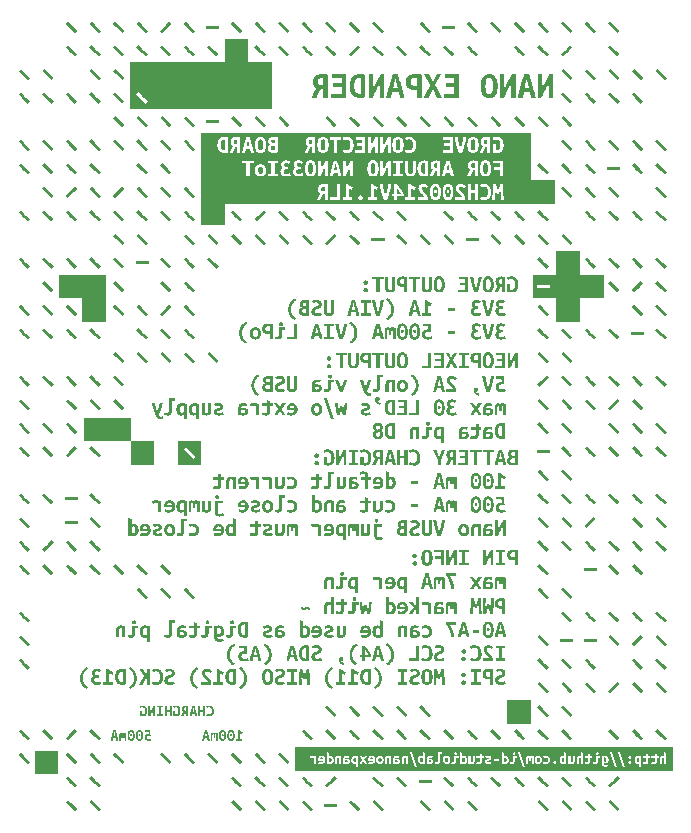
<source format=gbr>
G04 This is an RS-274x file exported by *
G04 gerbv version 2.6.0 *
G04 More information is available about gerbv at *
G04 http://gerbv.gpleda.org/ *
G04 --End of header info--*
%MOIN*%
%FSLAX34Y34*%
%IPPOS*%
G04 --Define apertures--*
%ADD10C,0.0139*%
G04 --Start main section--*
G54D10*
G36*
G01X0030420Y-056663D02*
G01X0030350Y-056594D01*
G01X0030231Y-056474D01*
G01X0030158Y-056547D01*
G01X0030277Y-056667D01*
G01X0030347Y-056736D01*
G01X0030466Y-056856D01*
G01X0030539Y-056783D01*
G01X0030420Y-056663D01*
G37*
G36*
G01X0031206Y-056663D02*
G01X0031136Y-056594D01*
G01X0031017Y-056474D01*
G01X0030944Y-056547D01*
G01X0031063Y-056667D01*
G01X0031133Y-056736D01*
G01X0031252Y-056856D01*
G01X0031325Y-056783D01*
G01X0031206Y-056663D01*
G37*
G36*
G01X0035922Y-056663D02*
G01X0035853Y-056594D01*
G01X0035733Y-056474D01*
G01X0035660Y-056547D01*
G01X0035780Y-056667D01*
G01X0035849Y-056736D01*
G01X0035969Y-056856D01*
G01X0036042Y-056783D01*
G01X0035922Y-056663D01*
G37*
G36*
G01X0036708Y-056663D02*
G01X0036639Y-056594D01*
G01X0036519Y-056474D01*
G01X0036446Y-056547D01*
G01X0036566Y-056667D01*
G01X0036636Y-056736D01*
G01X0036755Y-056856D01*
G01X0036828Y-056783D01*
G01X0036708Y-056663D01*
G37*
G36*
G01X0037494Y-056663D02*
G01X0037425Y-056594D01*
G01X0037305Y-056474D01*
G01X0037232Y-056547D01*
G01X0037352Y-056667D01*
G01X0037422Y-056736D01*
G01X0037541Y-056856D01*
G01X0037614Y-056783D01*
G01X0037494Y-056663D01*
G37*
G36*
G01X0038281Y-056663D02*
G01X0038211Y-056594D01*
G01X0038092Y-056474D01*
G01X0038019Y-056547D01*
G01X0038138Y-056667D01*
G01X0038208Y-056736D01*
G01X0038327Y-056856D01*
G01X0038400Y-056783D01*
G01X0038281Y-056663D01*
G37*
G36*
G01X0038946Y-056613D02*
G01X0038777Y-056613D01*
G01X0038777Y-056716D01*
G01X0039045Y-056716D01*
G01X0039214Y-056716D01*
G01X0039214Y-056613D01*
G01X0039045Y-056613D01*
G01X0038946Y-056613D01*
G37*
G36*
G01X0039853Y-056663D02*
G01X0039783Y-056594D01*
G01X0039664Y-056474D01*
G01X0039591Y-056547D01*
G01X0039710Y-056667D01*
G01X0039780Y-056736D01*
G01X0039900Y-056856D01*
G01X0039972Y-056783D01*
G01X0039853Y-056663D01*
G37*
G36*
G01X0040639Y-056663D02*
G01X0040570Y-056594D01*
G01X0040450Y-056474D01*
G01X0040377Y-056547D01*
G01X0040497Y-056667D01*
G01X0040566Y-056736D01*
G01X0040686Y-056856D01*
G01X0040758Y-056783D01*
G01X0040639Y-056663D01*
G37*
G36*
G01X0042211Y-056663D02*
G01X0042142Y-056594D01*
G01X0042022Y-056474D01*
G01X0041949Y-056547D01*
G01X0042069Y-056667D01*
G01X0042138Y-056736D01*
G01X0042258Y-056856D01*
G01X0042331Y-056783D01*
G01X0042211Y-056663D01*
G37*
G36*
G01X0042997Y-056663D02*
G01X0042928Y-056594D01*
G01X0042808Y-056474D01*
G01X0042735Y-056547D01*
G01X0042855Y-056667D01*
G01X0042924Y-056736D01*
G01X0043044Y-056856D01*
G01X0043117Y-056783D01*
G01X0042997Y-056663D01*
G37*
G36*
G01X0043783Y-056663D02*
G01X0043714Y-056594D01*
G01X0043594Y-056474D01*
G01X0043521Y-056547D01*
G01X0043641Y-056667D01*
G01X0043710Y-056736D01*
G01X0043830Y-056856D01*
G01X0043903Y-056783D01*
G01X0043783Y-056663D01*
G37*
G36*
G01X0046142Y-056663D02*
G01X0046072Y-056594D01*
G01X0045953Y-056474D01*
G01X0045880Y-056547D01*
G01X0046000Y-056667D01*
G01X0046069Y-056736D01*
G01X0046188Y-056856D01*
G01X0046261Y-056783D01*
G01X0046142Y-056663D01*
G37*
G36*
G01X0046928Y-056663D02*
G01X0046858Y-056594D01*
G01X0046739Y-056474D01*
G01X0046666Y-056547D01*
G01X0046786Y-056667D01*
G01X0046855Y-056736D01*
G01X0046974Y-056856D01*
G01X0047047Y-056783D01*
G01X0046928Y-056663D01*
G37*
G36*
G01X0047714Y-056663D02*
G01X0047644Y-056594D01*
G01X0047525Y-056474D01*
G01X0047452Y-056547D01*
G01X0047572Y-056667D01*
G01X0047641Y-056736D01*
G01X0047761Y-056856D01*
G01X0047834Y-056783D01*
G01X0047714Y-056663D01*
G37*
G36*
G01X0048500Y-056663D02*
G01X0048431Y-056594D01*
G01X0048311Y-056474D01*
G01X0048238Y-056547D01*
G01X0048358Y-056667D01*
G01X0048427Y-056736D01*
G01X0048547Y-056856D01*
G01X0048619Y-056783D01*
G01X0048500Y-056663D01*
G37*
G36*
G01X0030420Y-055877D02*
G01X0030350Y-055807D01*
G01X0030231Y-055688D01*
G01X0030158Y-055761D01*
G01X0030277Y-055880D01*
G01X0030347Y-055950D01*
G01X0030466Y-056070D01*
G01X0030539Y-055997D01*
G01X0030420Y-055877D01*
G37*
G36*
G01X0031206Y-055877D02*
G01X0031136Y-055807D01*
G01X0031017Y-055688D01*
G01X0030944Y-055761D01*
G01X0031063Y-055880D01*
G01X0031133Y-055950D01*
G01X0031252Y-056070D01*
G01X0031325Y-055997D01*
G01X0031206Y-055877D01*
G37*
G36*
G01X0035922Y-055877D02*
G01X0035853Y-055807D01*
G01X0035733Y-055688D01*
G01X0035660Y-055761D01*
G01X0035780Y-055880D01*
G01X0035849Y-055950D01*
G01X0035969Y-056070D01*
G01X0036042Y-055997D01*
G01X0035922Y-055877D01*
G37*
G36*
G01X0036708Y-055877D02*
G01X0036639Y-055807D01*
G01X0036519Y-055688D01*
G01X0036446Y-055761D01*
G01X0036566Y-055880D01*
G01X0036636Y-055950D01*
G01X0036755Y-056070D01*
G01X0036828Y-055997D01*
G01X0036708Y-055877D01*
G37*
G36*
G01X0037494Y-055877D02*
G01X0037425Y-055807D01*
G01X0037305Y-055688D01*
G01X0037232Y-055761D01*
G01X0037352Y-055880D01*
G01X0037422Y-055950D01*
G01X0037541Y-056070D01*
G01X0037614Y-055997D01*
G01X0037494Y-055877D01*
G37*
G36*
G01X0038281Y-055877D02*
G01X0038211Y-055807D01*
G01X0038092Y-055688D01*
G01X0038019Y-055761D01*
G01X0038138Y-055880D01*
G01X0038208Y-055950D01*
G01X0038327Y-056070D01*
G01X0038400Y-055997D01*
G01X0038281Y-055877D01*
G37*
G36*
G01X0038994Y-055807D02*
G01X0038924Y-055877D01*
G01X0038805Y-055997D01*
G01X0038878Y-056070D01*
G01X0038997Y-055950D01*
G01X0039067Y-055880D01*
G01X0039186Y-055761D01*
G01X0039113Y-055688D01*
G01X0038994Y-055807D01*
G37*
G36*
G01X0040639Y-055877D02*
G01X0040570Y-055807D01*
G01X0040450Y-055688D01*
G01X0040377Y-055761D01*
G01X0040497Y-055880D01*
G01X0040566Y-055950D01*
G01X0040686Y-056070D01*
G01X0040758Y-055997D01*
G01X0040639Y-055877D01*
G37*
G36*
G01X0041425Y-055877D02*
G01X0041356Y-055807D01*
G01X0041236Y-055688D01*
G01X0041163Y-055761D01*
G01X0041283Y-055880D01*
G01X0041352Y-055950D01*
G01X0041472Y-056070D01*
G01X0041545Y-055997D01*
G01X0041425Y-055877D01*
G37*
G36*
G01X0042091Y-055827D02*
G01X0041922Y-055827D01*
G01X0041922Y-055930D01*
G01X0042358Y-055930D01*
G01X0042358Y-055827D01*
G01X0042189Y-055827D01*
G01X0042091Y-055827D01*
G37*
G36*
G01X0042997Y-055877D02*
G01X0042928Y-055807D01*
G01X0042808Y-055688D01*
G01X0042735Y-055761D01*
G01X0042855Y-055880D01*
G01X0042924Y-055950D01*
G01X0043044Y-056070D01*
G01X0043117Y-055997D01*
G01X0042997Y-055877D01*
G37*
G36*
G01X0043783Y-055877D02*
G01X0043714Y-055807D01*
G01X0043594Y-055688D01*
G01X0043521Y-055761D01*
G01X0043641Y-055880D01*
G01X0043710Y-055950D01*
G01X0043830Y-056070D01*
G01X0043903Y-055997D01*
G01X0043783Y-055877D01*
G37*
G36*
G01X0044569Y-055877D02*
G01X0044500Y-055807D01*
G01X0044380Y-055688D01*
G01X0044307Y-055761D01*
G01X0044427Y-055880D01*
G01X0044496Y-055950D01*
G01X0044616Y-056070D01*
G01X0044689Y-055997D01*
G01X0044569Y-055877D01*
G37*
G36*
G01X0045356Y-055877D02*
G01X0045286Y-055807D01*
G01X0045167Y-055688D01*
G01X0045094Y-055761D01*
G01X0045213Y-055880D01*
G01X0045283Y-055950D01*
G01X0045402Y-056070D01*
G01X0045475Y-055997D01*
G01X0045356Y-055877D01*
G37*
G36*
G01X0038281Y-054305D02*
G01X0038211Y-054235D01*
G01X0038092Y-054116D01*
G01X0038019Y-054189D01*
G01X0038138Y-054308D01*
G01X0038208Y-054378D01*
G01X0038327Y-054497D01*
G01X0038400Y-054424D01*
G01X0038281Y-054305D01*
G37*
G36*
G01X0039067Y-054305D02*
G01X0038997Y-054235D01*
G01X0038878Y-054116D01*
G01X0038805Y-054189D01*
G01X0038924Y-054308D01*
G01X0038994Y-054378D01*
G01X0039113Y-054497D01*
G01X0039186Y-054424D01*
G01X0039067Y-054305D01*
G37*
G36*
G01X0039853Y-054305D02*
G01X0039783Y-054235D01*
G01X0039664Y-054116D01*
G01X0039591Y-054189D01*
G01X0039710Y-054308D01*
G01X0039780Y-054378D01*
G01X0039900Y-054497D01*
G01X0039972Y-054424D01*
G01X0039853Y-054305D01*
G37*
G36*
G01X0040639Y-054305D02*
G01X0040570Y-054235D01*
G01X0040450Y-054116D01*
G01X0040377Y-054189D01*
G01X0040497Y-054308D01*
G01X0040566Y-054378D01*
G01X0040686Y-054497D01*
G01X0040758Y-054424D01*
G01X0040639Y-054305D01*
G37*
G36*
G01X0041425Y-054305D02*
G01X0041356Y-054235D01*
G01X0041236Y-054116D01*
G01X0041163Y-054189D01*
G01X0041283Y-054308D01*
G01X0041352Y-054378D01*
G01X0041472Y-054497D01*
G01X0041545Y-054424D01*
G01X0041425Y-054305D01*
G37*
G36*
G01X0042211Y-054305D02*
G01X0042142Y-054235D01*
G01X0042022Y-054116D01*
G01X0041949Y-054189D01*
G01X0042069Y-054308D01*
G01X0042138Y-054378D01*
G01X0042258Y-054497D01*
G01X0042331Y-054424D01*
G01X0042211Y-054305D01*
G37*
G36*
G01X0042997Y-054305D02*
G01X0042928Y-054235D01*
G01X0042808Y-054116D01*
G01X0042735Y-054189D01*
G01X0042855Y-054308D01*
G01X0042924Y-054378D01*
G01X0043044Y-054497D01*
G01X0043117Y-054424D01*
G01X0042997Y-054305D01*
G37*
G36*
G01X0043783Y-054305D02*
G01X0043714Y-054235D01*
G01X0043594Y-054116D01*
G01X0043521Y-054189D01*
G01X0043641Y-054308D01*
G01X0043710Y-054378D01*
G01X0043830Y-054497D01*
G01X0043903Y-054424D01*
G01X0043783Y-054305D01*
G37*
G36*
G01X0044569Y-054305D02*
G01X0044500Y-054235D01*
G01X0044380Y-054116D01*
G01X0044307Y-054189D01*
G01X0044427Y-054308D01*
G01X0044496Y-054378D01*
G01X0044616Y-054497D01*
G01X0044689Y-054424D01*
G01X0044569Y-054305D01*
G37*
G36*
G01X0045356Y-054305D02*
G01X0045286Y-054235D01*
G01X0045167Y-054116D01*
G01X0045094Y-054189D01*
G01X0045213Y-054308D01*
G01X0045283Y-054378D01*
G01X0045402Y-054497D01*
G01X0045475Y-054424D01*
G01X0045356Y-054305D01*
G37*
G36*
G01X0046142Y-054305D02*
G01X0046072Y-054235D01*
G01X0045953Y-054116D01*
G01X0045880Y-054189D01*
G01X0046000Y-054308D01*
G01X0046069Y-054378D01*
G01X0046188Y-054497D01*
G01X0046261Y-054424D01*
G01X0046142Y-054305D01*
G37*
G36*
G01X0046142Y-055877D02*
G01X0046072Y-055807D01*
G01X0045953Y-055688D01*
G01X0045880Y-055761D01*
G01X0046000Y-055880D01*
G01X0046069Y-055950D01*
G01X0046188Y-056070D01*
G01X0046261Y-055997D01*
G01X0046142Y-055877D01*
G37*
G36*
G01X0046928Y-055877D02*
G01X0046858Y-055807D01*
G01X0046739Y-055688D01*
G01X0046666Y-055761D01*
G01X0046786Y-055880D01*
G01X0046855Y-055950D01*
G01X0046974Y-056070D01*
G01X0047047Y-055997D01*
G01X0046928Y-055877D01*
G37*
G36*
G01X0047714Y-055877D02*
G01X0047644Y-055807D01*
G01X0047525Y-055688D01*
G01X0047452Y-055761D01*
G01X0047572Y-055880D01*
G01X0047641Y-055950D01*
G01X0047761Y-056070D01*
G01X0047834Y-055997D01*
G01X0047714Y-055877D01*
G37*
G36*
G01X0048427Y-055807D02*
G01X0048358Y-055877D01*
G01X0048238Y-055997D01*
G01X0048311Y-056070D01*
G01X0048431Y-055950D01*
G01X0048500Y-055880D01*
G01X0048620Y-055761D01*
G01X0048547Y-055688D01*
G01X0048427Y-055807D01*
G37*
G36*
G01X0028847Y-055091D02*
G01X0028778Y-055021D01*
G01X0028658Y-054902D01*
G01X0028585Y-054975D01*
G01X0028705Y-055094D01*
G01X0028774Y-055164D01*
G01X0028894Y-055283D01*
G01X0028967Y-055210D01*
G01X0028847Y-055091D01*
G37*
G36*
G01X0030420Y-055091D02*
G01X0030350Y-055021D01*
G01X0030231Y-054902D01*
G01X0030158Y-054975D01*
G01X0030277Y-055094D01*
G01X0030347Y-055164D01*
G01X0030466Y-055283D01*
G01X0030539Y-055210D01*
G01X0030420Y-055091D01*
G37*
G36*
G01X0031206Y-055091D02*
G01X0031136Y-055021D01*
G01X0031017Y-054902D01*
G01X0030944Y-054975D01*
G01X0031063Y-055094D01*
G01X0031133Y-055164D01*
G01X0031252Y-055283D01*
G01X0031325Y-055210D01*
G01X0031206Y-055091D01*
G37*
G36*
G01X0031992Y-055091D02*
G01X0031922Y-055021D01*
G01X0031803Y-054902D01*
G01X0031730Y-054975D01*
G01X0031849Y-055094D01*
G01X0031919Y-055164D01*
G01X0032039Y-055283D01*
G01X0032111Y-055210D01*
G01X0031992Y-055091D01*
G37*
G36*
G01X0033564Y-055091D02*
G01X0033494Y-055021D01*
G01X0033375Y-054902D01*
G01X0033302Y-054975D01*
G01X0033422Y-055094D01*
G01X0033491Y-055164D01*
G01X0033611Y-055283D01*
G01X0033683Y-055210D01*
G01X0033564Y-055091D01*
G37*
G36*
G01X0034350Y-055091D02*
G01X0034281Y-055021D01*
G01X0034161Y-054902D01*
G01X0034088Y-054975D01*
G01X0034208Y-055094D01*
G01X0034277Y-055164D01*
G01X0034397Y-055283D01*
G01X0034470Y-055210D01*
G01X0034350Y-055091D01*
G37*
G36*
G01X0035136Y-055091D02*
G01X0035067Y-055021D01*
G01X0034947Y-054902D01*
G01X0034874Y-054975D01*
G01X0034994Y-055094D01*
G01X0035063Y-055164D01*
G01X0035183Y-055283D01*
G01X0035255Y-055210D01*
G01X0035136Y-055091D01*
G37*
G36*
G01X0035922Y-055091D02*
G01X0035853Y-055021D01*
G01X0035733Y-054902D01*
G01X0035660Y-054975D01*
G01X0035780Y-055094D01*
G01X0035849Y-055164D01*
G01X0035969Y-055283D01*
G01X0036042Y-055210D01*
G01X0035922Y-055091D01*
G37*
G36*
G01X0036708Y-055091D02*
G01X0036639Y-055021D01*
G01X0036519Y-054902D01*
G01X0036446Y-054975D01*
G01X0036566Y-055094D01*
G01X0036636Y-055164D01*
G01X0036755Y-055283D01*
G01X0036828Y-055210D01*
G01X0036708Y-055091D01*
G37*
G36*
G01X0037494Y-055091D02*
G01X0037425Y-055021D01*
G01X0037305Y-054902D01*
G01X0037232Y-054975D01*
G01X0037352Y-055094D01*
G01X0037422Y-055164D01*
G01X0037541Y-055283D01*
G01X0037614Y-055210D01*
G01X0037494Y-055091D01*
G37*
G36*
G01X0039067Y-053518D02*
G01X0038997Y-053449D01*
G01X0038878Y-053329D01*
G01X0038805Y-053402D01*
G01X0038924Y-053522D01*
G01X0038994Y-053591D01*
G01X0039113Y-053711D01*
G01X0039186Y-053638D01*
G01X0039067Y-053518D01*
G37*
G36*
G01X0039853Y-053518D02*
G01X0039783Y-053449D01*
G01X0039664Y-053329D01*
G01X0039591Y-053402D01*
G01X0039710Y-053522D01*
G01X0039780Y-053591D01*
G01X0039900Y-053711D01*
G01X0039972Y-053638D01*
G01X0039853Y-053518D01*
G37*
G36*
G01X0040639Y-053518D02*
G01X0040570Y-053449D01*
G01X0040450Y-053329D01*
G01X0040377Y-053402D01*
G01X0040497Y-053522D01*
G01X0040566Y-053591D01*
G01X0040686Y-053711D01*
G01X0040758Y-053638D01*
G01X0040639Y-053518D01*
G37*
G36*
G01X0041425Y-053518D02*
G01X0041356Y-053449D01*
G01X0041236Y-053329D01*
G01X0041163Y-053402D01*
G01X0041283Y-053522D01*
G01X0041352Y-053591D01*
G01X0041472Y-053711D01*
G01X0041545Y-053638D01*
G01X0041425Y-053518D01*
G37*
G36*
G01X0042211Y-053518D02*
G01X0042142Y-053449D01*
G01X0042022Y-053329D01*
G01X0041949Y-053402D01*
G01X0042069Y-053522D01*
G01X0042138Y-053591D01*
G01X0042258Y-053711D01*
G01X0042331Y-053638D01*
G01X0042211Y-053518D01*
G37*
G36*
G01X0028847Y-054305D02*
G01X0028778Y-054235D01*
G01X0028658Y-054116D01*
G01X0028585Y-054189D01*
G01X0028705Y-054308D01*
G01X0028774Y-054378D01*
G01X0028894Y-054497D01*
G01X0028967Y-054424D01*
G01X0028847Y-054305D01*
G37*
G36*
G01X0029633Y-054305D02*
G01X0029564Y-054235D01*
G01X0029444Y-054116D01*
G01X0029371Y-054189D01*
G01X0029491Y-054308D01*
G01X0029560Y-054378D01*
G01X0029680Y-054497D01*
G01X0029753Y-054424D01*
G01X0029633Y-054305D01*
G37*
G36*
G01X0030347Y-054235D02*
G01X0030277Y-054305D01*
G01X0030158Y-054424D01*
G01X0030231Y-054497D01*
G01X0030350Y-054378D01*
G01X0030420Y-054308D01*
G01X0030539Y-054189D01*
G01X0030466Y-054116D01*
G01X0030347Y-054235D01*
G37*
G36*
G01X0031206Y-054305D02*
G01X0031136Y-054235D01*
G01X0031017Y-054116D01*
G01X0030944Y-054189D01*
G01X0031063Y-054308D01*
G01X0031133Y-054378D01*
G01X0031252Y-054497D01*
G01X0031325Y-054424D01*
G01X0031206Y-054305D01*
G37*
G36*
G01X0046928Y-054305D02*
G01X0046858Y-054235D01*
G01X0046739Y-054116D01*
G01X0046666Y-054189D01*
G01X0046786Y-054308D01*
G01X0046855Y-054378D01*
G01X0046974Y-054497D01*
G01X0047047Y-054424D01*
G01X0046928Y-054305D01*
G37*
G36*
G01X0048500Y-054305D02*
G01X0048431Y-054235D01*
G01X0048311Y-054116D01*
G01X0048238Y-054189D01*
G01X0048358Y-054308D01*
G01X0048427Y-054378D01*
G01X0048547Y-054497D01*
G01X0048619Y-054424D01*
G01X0048500Y-054305D01*
G37*
G36*
G01X0049286Y-054305D02*
G01X0049217Y-054235D01*
G01X0049097Y-054116D01*
G01X0049024Y-054189D01*
G01X0049144Y-054308D01*
G01X0049213Y-054378D01*
G01X0049333Y-054497D01*
G01X0049406Y-054424D01*
G01X0049286Y-054305D01*
G37*
G36*
G01X0050072Y-054305D02*
G01X0050003Y-054235D01*
G01X0049883Y-054116D01*
G01X0049810Y-054189D01*
G01X0049930Y-054308D01*
G01X0049999Y-054378D01*
G01X0050119Y-054497D01*
G01X0050192Y-054424D01*
G01X0050072Y-054305D01*
G37*
G36*
G01X0046142Y-053518D02*
G01X0046072Y-053449D01*
G01X0045953Y-053329D01*
G01X0045880Y-053402D01*
G01X0046000Y-053522D01*
G01X0046069Y-053591D01*
G01X0046188Y-053711D01*
G01X0046261Y-053638D01*
G01X0046142Y-053518D01*
G37*
G36*
G01X0046928Y-053518D02*
G01X0046858Y-053449D01*
G01X0046739Y-053329D01*
G01X0046666Y-053402D01*
G01X0046786Y-053522D01*
G01X0046855Y-053591D01*
G01X0046974Y-053711D01*
G01X0047047Y-053638D01*
G01X0046928Y-053518D01*
G37*
G36*
G01X0046142Y-052733D02*
G01X0046072Y-052663D01*
G01X0045953Y-052544D01*
G01X0045880Y-052617D01*
G01X0046000Y-052736D01*
G01X0046069Y-052806D01*
G01X0046188Y-052925D01*
G01X0046261Y-052852D01*
G01X0046142Y-052733D01*
G37*
G36*
G01X0046928Y-052733D02*
G01X0046858Y-052663D01*
G01X0046739Y-052544D01*
G01X0046666Y-052617D01*
G01X0046786Y-052736D01*
G01X0046855Y-052806D01*
G01X0046974Y-052925D01*
G01X0047047Y-052852D01*
G01X0046928Y-052733D01*
G37*
G36*
G01X0047714Y-052733D02*
G01X0047644Y-052663D01*
G01X0047525Y-052544D01*
G01X0047452Y-052617D01*
G01X0047572Y-052736D01*
G01X0047641Y-052806D01*
G01X0047761Y-052925D01*
G01X0047834Y-052852D01*
G01X0047714Y-052733D01*
G37*
G36*
G01X0048427Y-052663D02*
G01X0048358Y-052733D01*
G01X0048238Y-052852D01*
G01X0048311Y-052925D01*
G01X0048431Y-052805D01*
G01X0048500Y-052736D01*
G01X0048620Y-052617D01*
G01X0048547Y-052544D01*
G01X0048427Y-052663D01*
G37*
G36*
G01X0049286Y-052733D02*
G01X0049217Y-052663D01*
G01X0049097Y-052544D01*
G01X0049024Y-052617D01*
G01X0049144Y-052736D01*
G01X0049213Y-052806D01*
G01X0049333Y-052925D01*
G01X0049406Y-052852D01*
G01X0049286Y-052733D01*
G37*
G36*
G01X0050072Y-052733D02*
G01X0050003Y-052663D01*
G01X0049883Y-052544D01*
G01X0049810Y-052617D01*
G01X0049930Y-052736D01*
G01X0049999Y-052806D01*
G01X0050119Y-052925D01*
G01X0050192Y-052852D01*
G01X0050072Y-052733D01*
G37*
G36*
G01X0028847Y-051946D02*
G01X0028778Y-051877D01*
G01X0028658Y-051757D01*
G01X0028585Y-051830D01*
G01X0028705Y-051950D01*
G01X0028774Y-052019D01*
G01X0028894Y-052139D01*
G01X0028967Y-052066D01*
G01X0028847Y-051946D01*
G37*
G36*
G01X0046142Y-051946D02*
G01X0046072Y-051877D01*
G01X0045953Y-051757D01*
G01X0045880Y-051830D01*
G01X0046000Y-051950D01*
G01X0046069Y-052019D01*
G01X0046188Y-052139D01*
G01X0046261Y-052066D01*
G01X0046142Y-051946D01*
G37*
G36*
G01X0046928Y-051946D02*
G01X0046858Y-051877D01*
G01X0046739Y-051757D01*
G01X0046666Y-051830D01*
G01X0046786Y-051950D01*
G01X0046855Y-052019D01*
G01X0046974Y-052139D01*
G01X0047047Y-052066D01*
G01X0046928Y-051946D01*
G37*
G36*
G01X0047714Y-051946D02*
G01X0047644Y-051877D01*
G01X0047525Y-051757D01*
G01X0047452Y-051830D01*
G01X0047572Y-051950D01*
G01X0047641Y-052019D01*
G01X0047761Y-052139D01*
G01X0047834Y-052066D01*
G01X0047714Y-051946D01*
G37*
G36*
G01X0049286Y-051946D02*
G01X0049217Y-051877D01*
G01X0049097Y-051757D01*
G01X0049024Y-051830D01*
G01X0049144Y-051950D01*
G01X0049213Y-052019D01*
G01X0049333Y-052139D01*
G01X0049406Y-052066D01*
G01X0049286Y-051946D01*
G37*
G36*
G01X0050072Y-051946D02*
G01X0050003Y-051877D01*
G01X0049883Y-051757D01*
G01X0049810Y-051830D01*
G01X0049930Y-051950D01*
G01X0049999Y-052019D01*
G01X0050119Y-052139D01*
G01X0050192Y-052066D01*
G01X0050072Y-051946D01*
G37*
G36*
G01X0028847Y-051160D02*
G01X0028778Y-051091D01*
G01X0028658Y-050971D01*
G01X0028585Y-051044D01*
G01X0028705Y-051164D01*
G01X0028774Y-051233D01*
G01X0028894Y-051353D01*
G01X0028967Y-051280D01*
G01X0028847Y-051160D01*
G37*
G36*
G01X0046142Y-051160D02*
G01X0046072Y-051091D01*
G01X0045953Y-050971D01*
G01X0045880Y-051044D01*
G01X0046000Y-051164D01*
G01X0046069Y-051233D01*
G01X0046188Y-051353D01*
G01X0046261Y-051280D01*
G01X0046142Y-051160D01*
G37*
G36*
G01X0046808Y-051110D02*
G01X0046638Y-051110D01*
G01X0046638Y-051214D01*
G01X0047075Y-051214D01*
G01X0047075Y-051110D01*
G01X0046906Y-051110D01*
G01X0046808Y-051110D01*
G37*
G36*
G01X0047594Y-051110D02*
G01X0047424Y-051110D01*
G01X0047424Y-051214D01*
G01X0047861Y-051214D01*
G01X0047861Y-051110D01*
G01X0047692Y-051110D01*
G01X0047594Y-051110D01*
G37*
G36*
G01X0048500Y-051160D02*
G01X0048431Y-051091D01*
G01X0048311Y-050971D01*
G01X0048238Y-051044D01*
G01X0048358Y-051164D01*
G01X0048427Y-051233D01*
G01X0048547Y-051353D01*
G01X0048619Y-051280D01*
G01X0048500Y-051160D01*
G37*
G36*
G01X0049213Y-051091D02*
G01X0049144Y-051160D01*
G01X0049024Y-051280D01*
G01X0049097Y-051353D01*
G01X0049217Y-051233D01*
G01X0049286Y-051164D01*
G01X0049406Y-051044D01*
G01X0049333Y-050971D01*
G01X0049213Y-051091D01*
G37*
G36*
G01X0050072Y-051160D02*
G01X0050003Y-051091D01*
G01X0049883Y-050971D01*
G01X0049810Y-051044D01*
G01X0049930Y-051164D01*
G01X0049999Y-051233D01*
G01X0050119Y-051353D01*
G01X0050192Y-051280D01*
G01X0050072Y-051160D01*
G37*
G36*
G01X0028847Y-050374D02*
G01X0028778Y-050305D01*
G01X0028658Y-050185D01*
G01X0028585Y-050258D01*
G01X0028705Y-050378D01*
G01X0028774Y-050447D01*
G01X0028894Y-050567D01*
G01X0028967Y-050494D01*
G01X0028847Y-050374D01*
G37*
G36*
G01X0046928Y-050374D02*
G01X0046858Y-050305D01*
G01X0046739Y-050185D01*
G01X0046666Y-050258D01*
G01X0046786Y-050378D01*
G01X0046855Y-050447D01*
G01X0046974Y-050567D01*
G01X0047047Y-050494D01*
G01X0046928Y-050374D01*
G37*
G36*
G01X0047714Y-050374D02*
G01X0047644Y-050305D01*
G01X0047525Y-050185D01*
G01X0047452Y-050258D01*
G01X0047572Y-050378D01*
G01X0047641Y-050447D01*
G01X0047761Y-050567D01*
G01X0047834Y-050494D01*
G01X0047714Y-050374D01*
G37*
G36*
G01X0048500Y-050374D02*
G01X0048431Y-050305D01*
G01X0048311Y-050185D01*
G01X0048238Y-050258D01*
G01X0048358Y-050378D01*
G01X0048427Y-050447D01*
G01X0048547Y-050567D01*
G01X0048619Y-050494D01*
G01X0048500Y-050374D01*
G37*
G36*
G01X0049286Y-050374D02*
G01X0049217Y-050305D01*
G01X0049097Y-050185D01*
G01X0049024Y-050258D01*
G01X0049144Y-050378D01*
G01X0049213Y-050447D01*
G01X0049333Y-050567D01*
G01X0049406Y-050494D01*
G01X0049286Y-050374D01*
G37*
G36*
G01X0050072Y-050374D02*
G01X0050003Y-050305D01*
G01X0049883Y-050185D01*
G01X0049810Y-050258D01*
G01X0049930Y-050378D01*
G01X0049999Y-050447D01*
G01X0050119Y-050567D01*
G01X0050192Y-050494D01*
G01X0050072Y-050374D01*
G37*
G36*
G01X0032778Y-049588D02*
G01X0032708Y-049519D01*
G01X0032589Y-049399D01*
G01X0032516Y-049472D01*
G01X0032636Y-049592D01*
G01X0032705Y-049661D01*
G01X0032824Y-049780D01*
G01X0032897Y-049708D01*
G01X0032778Y-049588D01*
G37*
G36*
G01X0033564Y-049588D02*
G01X0033494Y-049519D01*
G01X0033375Y-049399D01*
G01X0033302Y-049472D01*
G01X0033422Y-049592D01*
G01X0033491Y-049661D01*
G01X0033611Y-049780D01*
G01X0033683Y-049708D01*
G01X0033564Y-049588D01*
G37*
G36*
G01X0034350Y-049588D02*
G01X0034281Y-049519D01*
G01X0034161Y-049399D01*
G01X0034088Y-049472D01*
G01X0034208Y-049592D01*
G01X0034277Y-049661D01*
G01X0034397Y-049780D01*
G01X0034470Y-049708D01*
G01X0034350Y-049588D01*
G37*
G36*
G01X0046142Y-049588D02*
G01X0046072Y-049519D01*
G01X0045953Y-049399D01*
G01X0045880Y-049472D01*
G01X0046000Y-049592D01*
G01X0046069Y-049661D01*
G01X0046188Y-049780D01*
G01X0046261Y-049708D01*
G01X0046142Y-049588D01*
G37*
G36*
G01X0046928Y-049588D02*
G01X0046858Y-049519D01*
G01X0046739Y-049399D01*
G01X0046666Y-049472D01*
G01X0046786Y-049592D01*
G01X0046855Y-049661D01*
G01X0046974Y-049780D01*
G01X0047047Y-049708D01*
G01X0046928Y-049588D01*
G37*
G36*
G01X0028847Y-048802D02*
G01X0028778Y-048732D01*
G01X0028658Y-048613D01*
G01X0028585Y-048686D01*
G01X0028705Y-048805D01*
G01X0028774Y-048875D01*
G01X0028894Y-048995D01*
G01X0028967Y-048922D01*
G01X0028847Y-048802D01*
G37*
G36*
G01X0029633Y-048802D02*
G01X0029564Y-048732D01*
G01X0029444Y-048613D01*
G01X0029371Y-048686D01*
G01X0029491Y-048805D01*
G01X0029560Y-048875D01*
G01X0029680Y-048995D01*
G01X0029753Y-048922D01*
G01X0029633Y-048802D01*
G37*
G36*
G01X0030420Y-048802D02*
G01X0030350Y-048732D01*
G01X0030231Y-048613D01*
G01X0030158Y-048686D01*
G01X0030277Y-048805D01*
G01X0030347Y-048875D01*
G01X0030466Y-048995D01*
G01X0030539Y-048922D01*
G01X0030420Y-048802D01*
G37*
G36*
G01X0031206Y-048802D02*
G01X0031136Y-048732D01*
G01X0031017Y-048613D01*
G01X0030944Y-048686D01*
G01X0031063Y-048805D01*
G01X0031133Y-048875D01*
G01X0031252Y-048995D01*
G01X0031325Y-048922D01*
G01X0031206Y-048802D01*
G37*
G36*
G01X0031992Y-048802D02*
G01X0031922Y-048732D01*
G01X0031803Y-048613D01*
G01X0031730Y-048686D01*
G01X0031849Y-048805D01*
G01X0031919Y-048875D01*
G01X0032039Y-048995D01*
G01X0032111Y-048922D01*
G01X0031992Y-048802D01*
G37*
G36*
G01X0032778Y-048802D02*
G01X0032708Y-048732D01*
G01X0032589Y-048613D01*
G01X0032516Y-048686D01*
G01X0032636Y-048805D01*
G01X0032705Y-048875D01*
G01X0032824Y-048995D01*
G01X0032897Y-048922D01*
G01X0032778Y-048802D01*
G37*
G36*
G01X0033564Y-048802D02*
G01X0033494Y-048732D01*
G01X0033375Y-048613D01*
G01X0033302Y-048686D01*
G01X0033422Y-048805D01*
G01X0033491Y-048875D01*
G01X0033611Y-048995D01*
G01X0033683Y-048922D01*
G01X0033564Y-048802D01*
G37*
G36*
G01X0033895Y-045313D02*
G01X0034681Y-045313D01*
G01X0034681Y-044527D01*
G01X0033895Y-044527D01*
G01X0033895Y-045313D01*
G37*
%LPC*%
G36*
G01X0034098Y-044802D02*
G01X0034171Y-044729D01*
G01X0034290Y-044849D01*
G01X0034360Y-044918D01*
G01X0034479Y-045038D01*
G01X0034406Y-045111D01*
G01X0034287Y-044991D01*
G01X0034217Y-044922D01*
G01X0034098Y-044802D01*
G37*
%LPD*%
G36*
G01X0046142Y-048802D02*
G01X0046072Y-048732D01*
G01X0045953Y-048613D01*
G01X0045880Y-048686D01*
G01X0046000Y-048805D01*
G01X0046069Y-048875D01*
G01X0046188Y-048995D01*
G01X0046261Y-048922D01*
G01X0046142Y-048802D01*
G37*
G36*
G01X0047692Y-048752D02*
G01X0047424Y-048752D01*
G01X0047424Y-048855D01*
G01X0047861Y-048855D01*
G01X0047861Y-048752D01*
G01X0047692Y-048752D01*
G37*
G36*
G01X0048500Y-048802D02*
G01X0048431Y-048732D01*
G01X0048311Y-048613D01*
G01X0048238Y-048686D01*
G01X0048358Y-048805D01*
G01X0048427Y-048875D01*
G01X0048547Y-048995D01*
G01X0048619Y-048922D01*
G01X0048500Y-048802D01*
G37*
G36*
G01X0049286Y-048802D02*
G01X0049217Y-048732D01*
G01X0049097Y-048613D01*
G01X0049024Y-048686D01*
G01X0049144Y-048805D01*
G01X0049213Y-048875D01*
G01X0049333Y-048995D01*
G01X0049406Y-048922D01*
G01X0049286Y-048802D01*
G37*
G36*
G01X0028847Y-048016D02*
G01X0028778Y-047946D01*
G01X0028658Y-047827D01*
G01X0028585Y-047900D01*
G01X0028705Y-048019D01*
G01X0028774Y-048089D01*
G01X0028894Y-048208D01*
G01X0028967Y-048135D01*
G01X0028847Y-048016D01*
G37*
G36*
G01X0029560Y-047946D02*
G01X0029491Y-048016D01*
G01X0029371Y-048135D01*
G01X0029444Y-048208D01*
G01X0029564Y-048089D01*
G01X0029633Y-048019D01*
G01X0029753Y-047900D01*
G01X0029680Y-047827D01*
G01X0029560Y-047946D01*
G37*
G36*
G01X0030420Y-048016D02*
G01X0030350Y-047946D01*
G01X0030231Y-047827D01*
G01X0030158Y-047900D01*
G01X0030277Y-048019D01*
G01X0030347Y-048089D01*
G01X0030466Y-048208D01*
G01X0030539Y-048135D01*
G01X0030420Y-048016D01*
G37*
G36*
G01X0031206Y-048016D02*
G01X0031136Y-047946D01*
G01X0031017Y-047827D01*
G01X0030944Y-047900D01*
G01X0031063Y-048019D01*
G01X0031133Y-048089D01*
G01X0031252Y-048208D01*
G01X0031325Y-048135D01*
G01X0031206Y-048016D01*
G37*
G36*
G01X0046142Y-048016D02*
G01X0046072Y-047946D01*
G01X0045953Y-047827D01*
G01X0045880Y-047900D01*
G01X0046000Y-048019D01*
G01X0046069Y-048089D01*
G01X0046188Y-048208D01*
G01X0046261Y-048135D01*
G01X0046142Y-048016D01*
G37*
G36*
G01X0046928Y-048016D02*
G01X0046858Y-047946D01*
G01X0046739Y-047827D01*
G01X0046666Y-047900D01*
G01X0046786Y-048019D01*
G01X0046855Y-048089D01*
G01X0046974Y-048208D01*
G01X0047047Y-048135D01*
G01X0046928Y-048016D01*
G37*
G36*
G01X0047714Y-048016D02*
G01X0047644Y-047946D01*
G01X0047525Y-047827D01*
G01X0047452Y-047900D01*
G01X0047572Y-048019D01*
G01X0047641Y-048089D01*
G01X0047761Y-048208D01*
G01X0047834Y-048135D01*
G01X0047714Y-048016D01*
G37*
G36*
G01X0048500Y-048016D02*
G01X0048431Y-047946D01*
G01X0048311Y-047827D01*
G01X0048238Y-047900D01*
G01X0048358Y-048019D01*
G01X0048427Y-048089D01*
G01X0048547Y-048208D01*
G01X0048619Y-048135D01*
G01X0048500Y-048016D01*
G37*
G36*
G01X0049286Y-048016D02*
G01X0049217Y-047946D01*
G01X0049097Y-047827D01*
G01X0049024Y-047900D01*
G01X0049144Y-048019D01*
G01X0049213Y-048089D01*
G01X0049333Y-048208D01*
G01X0049406Y-048135D01*
G01X0049286Y-048016D01*
G37*
G36*
G01X0050072Y-048016D02*
G01X0050003Y-047946D01*
G01X0049883Y-047827D01*
G01X0049810Y-047900D01*
G01X0049930Y-048019D01*
G01X0049999Y-048089D01*
G01X0050119Y-048208D01*
G01X0050192Y-048135D01*
G01X0050072Y-048016D01*
G37*
G36*
G01X0028847Y-047230D02*
G01X0028778Y-047160D01*
G01X0028658Y-047041D01*
G01X0028585Y-047114D01*
G01X0028705Y-047233D01*
G01X0028774Y-047303D01*
G01X0028894Y-047422D01*
G01X0028967Y-047349D01*
G01X0028847Y-047230D01*
G37*
G36*
G01X0030397Y-047180D02*
G01X0030130Y-047180D01*
G01X0030130Y-047283D01*
G01X0030397Y-047283D01*
G01X0030567Y-047283D01*
G01X0030567Y-047180D01*
G01X0030397Y-047180D01*
G37*
G36*
G01X0031206Y-047230D02*
G01X0031136Y-047160D01*
G01X0031017Y-047041D01*
G01X0030944Y-047114D01*
G01X0031063Y-047233D01*
G01X0031133Y-047303D01*
G01X0031252Y-047422D01*
G01X0031325Y-047349D01*
G01X0031206Y-047230D01*
G37*
G36*
G01X0046142Y-047230D02*
G01X0046072Y-047160D01*
G01X0045953Y-047041D01*
G01X0045880Y-047114D01*
G01X0046000Y-047233D01*
G01X0046069Y-047303D01*
G01X0046188Y-047422D01*
G01X0046261Y-047349D01*
G01X0046142Y-047230D01*
G37*
G36*
G01X0046928Y-047230D02*
G01X0046858Y-047160D01*
G01X0046739Y-047041D01*
G01X0046666Y-047114D01*
G01X0046786Y-047233D01*
G01X0046855Y-047303D01*
G01X0046974Y-047422D01*
G01X0047047Y-047349D01*
G01X0046928Y-047230D01*
G37*
G36*
G01X0047641Y-047160D02*
G01X0047572Y-047230D01*
G01X0047452Y-047349D01*
G01X0047525Y-047422D01*
G01X0047644Y-047302D01*
G01X0047714Y-047233D01*
G01X0047834Y-047114D01*
G01X0047761Y-047041D01*
G01X0047641Y-047160D01*
G37*
G36*
G01X0049286Y-047230D02*
G01X0049217Y-047160D01*
G01X0049097Y-047041D01*
G01X0049024Y-047114D01*
G01X0049144Y-047233D01*
G01X0049213Y-047303D01*
G01X0049333Y-047422D01*
G01X0049406Y-047349D01*
G01X0049286Y-047230D01*
G37*
G36*
G01X0050072Y-047230D02*
G01X0050003Y-047160D01*
G01X0049883Y-047041D01*
G01X0049810Y-047114D01*
G01X0049930Y-047233D01*
G01X0049999Y-047303D01*
G01X0050119Y-047422D01*
G01X0050192Y-047349D01*
G01X0050072Y-047230D01*
G37*
G36*
G01X0028847Y-046444D02*
G01X0028778Y-046374D01*
G01X0028658Y-046255D01*
G01X0028585Y-046327D01*
G01X0028705Y-046447D01*
G01X0028774Y-046517D01*
G01X0028894Y-046636D01*
G01X0028967Y-046563D01*
G01X0028847Y-046444D01*
G37*
G36*
G01X0029633Y-046444D02*
G01X0029564Y-046374D01*
G01X0029444Y-046255D01*
G01X0029371Y-046327D01*
G01X0029491Y-046447D01*
G01X0029560Y-046517D01*
G01X0029680Y-046636D01*
G01X0029753Y-046563D01*
G01X0029633Y-046444D01*
G37*
G36*
G01X0030299Y-046394D02*
G01X0030130Y-046394D01*
G01X0030130Y-046497D01*
G01X0030397Y-046497D01*
G01X0030566Y-046497D01*
G01X0030566Y-046394D01*
G01X0030397Y-046394D01*
G01X0030299Y-046394D01*
G37*
G36*
G01X0031206Y-046444D02*
G01X0031136Y-046374D01*
G01X0031017Y-046255D01*
G01X0030944Y-046327D01*
G01X0031063Y-046447D01*
G01X0031133Y-046517D01*
G01X0031252Y-046636D01*
G01X0031325Y-046563D01*
G01X0031206Y-046444D01*
G37*
G36*
G01X0046142Y-046444D02*
G01X0046072Y-046374D01*
G01X0045953Y-046255D01*
G01X0045880Y-046327D01*
G01X0046000Y-046447D01*
G01X0046069Y-046517D01*
G01X0046188Y-046636D01*
G01X0046261Y-046563D01*
G01X0046142Y-046444D01*
G37*
G36*
G01X0046928Y-046444D02*
G01X0046858Y-046374D01*
G01X0046739Y-046255D01*
G01X0046666Y-046327D01*
G01X0046786Y-046447D01*
G01X0046855Y-046517D01*
G01X0046974Y-046636D01*
G01X0047047Y-046563D01*
G01X0046928Y-046444D01*
G37*
G36*
G01X0047714Y-046444D02*
G01X0047644Y-046374D01*
G01X0047525Y-046255D01*
G01X0047452Y-046327D01*
G01X0047572Y-046447D01*
G01X0047641Y-046517D01*
G01X0047761Y-046636D01*
G01X0047834Y-046563D01*
G01X0047714Y-046444D01*
G37*
G36*
G01X0048500Y-046444D02*
G01X0048431Y-046374D01*
G01X0048311Y-046255D01*
G01X0048238Y-046327D01*
G01X0048358Y-046447D01*
G01X0048427Y-046517D01*
G01X0048547Y-046636D01*
G01X0048619Y-046563D01*
G01X0048500Y-046444D01*
G37*
G36*
G01X0049286Y-046444D02*
G01X0049217Y-046374D01*
G01X0049097Y-046255D01*
G01X0049024Y-046327D01*
G01X0049144Y-046447D01*
G01X0049213Y-046517D01*
G01X0049333Y-046636D01*
G01X0049406Y-046563D01*
G01X0049286Y-046444D01*
G37*
G36*
G01X0050072Y-046444D02*
G01X0050003Y-046374D01*
G01X0049883Y-046255D01*
G01X0049810Y-046327D01*
G01X0049930Y-046447D01*
G01X0049999Y-046517D01*
G01X0050119Y-046636D01*
G01X0050192Y-046563D01*
G01X0050072Y-046444D01*
G37*
G36*
G01X0046142Y-045657D02*
G01X0046072Y-045588D01*
G01X0045953Y-045468D01*
G01X0045880Y-045541D01*
G01X0046000Y-045661D01*
G01X0046069Y-045730D01*
G01X0046188Y-045850D01*
G01X0046261Y-045777D01*
G01X0046142Y-045657D01*
G37*
G36*
G01X0046928Y-045657D02*
G01X0046858Y-045588D01*
G01X0046739Y-045468D01*
G01X0046666Y-045541D01*
G01X0046786Y-045661D01*
G01X0046855Y-045730D01*
G01X0046974Y-045850D01*
G01X0047047Y-045777D01*
G01X0046928Y-045657D01*
G37*
G36*
G01X0028847Y-044871D02*
G01X0028778Y-044802D01*
G01X0028658Y-044682D01*
G01X0028585Y-044755D01*
G01X0028705Y-044875D01*
G01X0028774Y-044944D01*
G01X0028894Y-045064D01*
G01X0028967Y-044991D01*
G01X0028847Y-044871D01*
G37*
G36*
G01X0029633Y-044871D02*
G01X0029564Y-044802D01*
G01X0029444Y-044682D01*
G01X0029371Y-044755D01*
G01X0029491Y-044875D01*
G01X0029560Y-044944D01*
G01X0029680Y-045064D01*
G01X0029753Y-044991D01*
G01X0029633Y-044871D01*
G37*
G36*
G01X0030347Y-044802D02*
G01X0030277Y-044871D01*
G01X0030158Y-044991D01*
G01X0030231Y-045064D01*
G01X0030350Y-044944D01*
G01X0030420Y-044875D01*
G01X0030539Y-044755D01*
G01X0030466Y-044682D01*
G01X0030347Y-044802D01*
G37*
G36*
G01X0031206Y-044871D02*
G01X0031136Y-044802D01*
G01X0031017Y-044682D01*
G01X0030944Y-044755D01*
G01X0031063Y-044875D01*
G01X0031133Y-044944D01*
G01X0031252Y-045064D01*
G01X0031325Y-044991D01*
G01X0031206Y-044871D01*
G37*
G36*
G01X0046120Y-044822D02*
G01X0045852Y-044822D01*
G01X0045853Y-044925D01*
G01X0046289Y-044925D01*
G01X0046289Y-044822D01*
G01X0046120Y-044822D01*
G37*
G36*
G01X0046928Y-044871D02*
G01X0046858Y-044802D01*
G01X0046739Y-044682D01*
G01X0046666Y-044755D01*
G01X0046786Y-044875D01*
G01X0046855Y-044944D01*
G01X0046974Y-045064D01*
G01X0047047Y-044991D01*
G01X0046928Y-044871D01*
G37*
G36*
G01X0047714Y-044871D02*
G01X0047644Y-044802D01*
G01X0047525Y-044682D01*
G01X0047452Y-044755D01*
G01X0047572Y-044875D01*
G01X0047641Y-044944D01*
G01X0047761Y-045064D01*
G01X0047834Y-044991D01*
G01X0047714Y-044871D01*
G37*
G36*
G01X0048500Y-044871D02*
G01X0048431Y-044802D01*
G01X0048311Y-044682D01*
G01X0048238Y-044755D01*
G01X0048358Y-044875D01*
G01X0048427Y-044944D01*
G01X0048547Y-045064D01*
G01X0048619Y-044991D01*
G01X0048500Y-044871D01*
G37*
G36*
G01X0049286Y-044871D02*
G01X0049217Y-044802D01*
G01X0049097Y-044682D01*
G01X0049024Y-044755D01*
G01X0049144Y-044875D01*
G01X0049213Y-044944D01*
G01X0049333Y-045064D01*
G01X0049406Y-044991D01*
G01X0049286Y-044871D01*
G37*
G36*
G01X0050072Y-044871D02*
G01X0050003Y-044802D01*
G01X0049883Y-044682D01*
G01X0049810Y-044755D01*
G01X0049930Y-044875D01*
G01X0049999Y-044944D01*
G01X0050119Y-045064D01*
G01X0050192Y-044991D01*
G01X0050072Y-044871D01*
G37*
G36*
G01X0028847Y-044085D02*
G01X0028778Y-044016D01*
G01X0028658Y-043896D01*
G01X0028585Y-043969D01*
G01X0028705Y-044089D01*
G01X0028774Y-044158D01*
G01X0028894Y-044278D01*
G01X0028967Y-044205D01*
G01X0028847Y-044085D01*
G37*
G36*
G01X0029633Y-044085D02*
G01X0029564Y-044016D01*
G01X0029444Y-043896D01*
G01X0029371Y-043969D01*
G01X0029491Y-044089D01*
G01X0029560Y-044158D01*
G01X0029680Y-044278D01*
G01X0029753Y-044205D01*
G01X0029633Y-044085D01*
G37*
G36*
G01X0030420Y-044085D02*
G01X0030350Y-044016D01*
G01X0030231Y-043896D01*
G01X0030158Y-043969D01*
G01X0030277Y-044089D01*
G01X0030347Y-044158D01*
G01X0030466Y-044278D01*
G01X0030539Y-044205D01*
G01X0030420Y-044085D01*
G37*
G36*
G01X0046142Y-044085D02*
G01X0046072Y-044016D01*
G01X0045953Y-043896D01*
G01X0045880Y-043969D01*
G01X0046000Y-044089D01*
G01X0046069Y-044158D01*
G01X0046188Y-044278D01*
G01X0046261Y-044205D01*
G01X0046142Y-044085D01*
G37*
G36*
G01X0046928Y-044085D02*
G01X0046858Y-044016D01*
G01X0046739Y-043896D01*
G01X0046666Y-043969D01*
G01X0046786Y-044089D01*
G01X0046855Y-044158D01*
G01X0046974Y-044278D01*
G01X0047047Y-044205D01*
G01X0046928Y-044085D01*
G37*
G36*
G01X0048500Y-044085D02*
G01X0048431Y-044016D01*
G01X0048311Y-043896D01*
G01X0048238Y-043969D01*
G01X0048358Y-044089D01*
G01X0048427Y-044158D01*
G01X0048547Y-044278D01*
G01X0048619Y-044205D01*
G01X0048500Y-044085D01*
G37*
G36*
G01X0049286Y-044085D02*
G01X0049217Y-044016D01*
G01X0049097Y-043896D01*
G01X0049024Y-043969D01*
G01X0049144Y-044089D01*
G01X0049213Y-044158D01*
G01X0049333Y-044278D01*
G01X0049406Y-044205D01*
G01X0049286Y-044085D01*
G37*
G36*
G01X0050072Y-044085D02*
G01X0050003Y-044016D01*
G01X0049883Y-043896D01*
G01X0049810Y-043969D01*
G01X0049930Y-044089D01*
G01X0049999Y-044158D01*
G01X0050119Y-044278D01*
G01X0050192Y-044205D01*
G01X0050072Y-044085D01*
G37*
G36*
G01X0028847Y-043299D02*
G01X0028778Y-043230D01*
G01X0028658Y-043110D01*
G01X0028585Y-043183D01*
G01X0028705Y-043303D01*
G01X0028774Y-043372D01*
G01X0028894Y-043492D01*
G01X0028967Y-043419D01*
G01X0028847Y-043299D01*
G37*
G36*
G01X0030420Y-043299D02*
G01X0030350Y-043230D01*
G01X0030231Y-043110D01*
G01X0030158Y-043183D01*
G01X0030277Y-043303D01*
G01X0030347Y-043372D01*
G01X0030466Y-043492D01*
G01X0030539Y-043419D01*
G01X0030420Y-043299D01*
G37*
G36*
G01X0031206Y-043299D02*
G01X0031136Y-043230D01*
G01X0031017Y-043110D01*
G01X0030944Y-043183D01*
G01X0031063Y-043303D01*
G01X0031133Y-043372D01*
G01X0031252Y-043492D01*
G01X0031325Y-043419D01*
G01X0031206Y-043299D01*
G37*
G36*
G01X0031992Y-043299D02*
G01X0031922Y-043230D01*
G01X0031803Y-043110D01*
G01X0031730Y-043183D01*
G01X0031849Y-043303D01*
G01X0031919Y-043372D01*
G01X0032039Y-043492D01*
G01X0032111Y-043419D01*
G01X0031992Y-043299D01*
G37*
G36*
G01X0046142Y-043299D02*
G01X0046072Y-043230D01*
G01X0045953Y-043110D01*
G01X0045880Y-043183D01*
G01X0046000Y-043303D01*
G01X0046069Y-043372D01*
G01X0046188Y-043492D01*
G01X0046261Y-043419D01*
G01X0046142Y-043299D01*
G37*
G36*
G01X0046928Y-043299D02*
G01X0046858Y-043230D01*
G01X0046739Y-043110D01*
G01X0046666Y-043183D01*
G01X0046786Y-043303D01*
G01X0046855Y-043372D01*
G01X0046974Y-043492D01*
G01X0047047Y-043419D01*
G01X0046928Y-043299D01*
G37*
G36*
G01X0047714Y-043299D02*
G01X0047644Y-043230D01*
G01X0047525Y-043110D01*
G01X0047452Y-043183D01*
G01X0047572Y-043303D01*
G01X0047641Y-043372D01*
G01X0047761Y-043492D01*
G01X0047834Y-043419D01*
G01X0047714Y-043299D01*
G37*
G36*
G01X0048427Y-043230D02*
G01X0048358Y-043299D01*
G01X0048238Y-043419D01*
G01X0048311Y-043492D01*
G01X0048431Y-043372D01*
G01X0048500Y-043302D01*
G01X0048620Y-043183D01*
G01X0048547Y-043110D01*
G01X0048427Y-043230D01*
G37*
G36*
G01X0049286Y-043299D02*
G01X0049217Y-043230D01*
G01X0049097Y-043110D01*
G01X0049024Y-043183D01*
G01X0049144Y-043303D01*
G01X0049213Y-043372D01*
G01X0049333Y-043492D01*
G01X0049406Y-043419D01*
G01X0049286Y-043299D01*
G37*
G36*
G01X0028847Y-042513D02*
G01X0028778Y-042444D01*
G01X0028658Y-042324D01*
G01X0028585Y-042397D01*
G01X0028705Y-042516D01*
G01X0028774Y-042586D01*
G01X0028894Y-042705D01*
G01X0028967Y-042632D01*
G01X0028847Y-042513D01*
G37*
G36*
G01X0029633Y-042513D02*
G01X0029564Y-042444D01*
G01X0029444Y-042324D01*
G01X0029371Y-042397D01*
G01X0029491Y-042516D01*
G01X0029560Y-042586D01*
G01X0029680Y-042705D01*
G01X0029753Y-042632D01*
G01X0029633Y-042513D01*
G37*
G36*
G01X0030420Y-042513D02*
G01X0030350Y-042444D01*
G01X0030231Y-042324D01*
G01X0030158Y-042397D01*
G01X0030277Y-042516D01*
G01X0030347Y-042586D01*
G01X0030466Y-042705D01*
G01X0030539Y-042632D01*
G01X0030420Y-042513D01*
G37*
G36*
G01X0031206Y-042513D02*
G01X0031136Y-042444D01*
G01X0031017Y-042324D01*
G01X0030944Y-042397D01*
G01X0031063Y-042516D01*
G01X0031133Y-042586D01*
G01X0031252Y-042705D01*
G01X0031325Y-042632D01*
G01X0031206Y-042513D01*
G37*
G36*
G01X0031992Y-042513D02*
G01X0031922Y-042444D01*
G01X0031803Y-042324D01*
G01X0031730Y-042397D01*
G01X0031849Y-042516D01*
G01X0031919Y-042586D01*
G01X0032039Y-042705D01*
G01X0032111Y-042632D01*
G01X0031992Y-042513D01*
G37*
G36*
G01X0046069Y-042444D02*
G01X0045999Y-042513D01*
G01X0045880Y-042632D01*
G01X0045953Y-042706D01*
G01X0046072Y-042586D01*
G01X0046142Y-042516D01*
G01X0046261Y-042397D01*
G01X0046188Y-042324D01*
G01X0046069Y-042444D01*
G37*
G36*
G01X0046928Y-042513D02*
G01X0046858Y-042444D01*
G01X0046739Y-042324D01*
G01X0046666Y-042397D01*
G01X0046786Y-042516D01*
G01X0046855Y-042586D01*
G01X0046974Y-042705D01*
G01X0047047Y-042632D01*
G01X0046928Y-042513D01*
G37*
G36*
G01X0047714Y-042513D02*
G01X0047644Y-042444D01*
G01X0047525Y-042324D01*
G01X0047452Y-042397D01*
G01X0047572Y-042516D01*
G01X0047641Y-042586D01*
G01X0047761Y-042705D01*
G01X0047834Y-042632D01*
G01X0047714Y-042513D01*
G37*
G36*
G01X0048500Y-042513D02*
G01X0048431Y-042444D01*
G01X0048311Y-042324D01*
G01X0048238Y-042397D01*
G01X0048358Y-042516D01*
G01X0048427Y-042586D01*
G01X0048547Y-042705D01*
G01X0048619Y-042632D01*
G01X0048500Y-042513D01*
G37*
G36*
G01X0049286Y-042513D02*
G01X0049217Y-042444D01*
G01X0049097Y-042324D01*
G01X0049024Y-042397D01*
G01X0049144Y-042516D01*
G01X0049213Y-042586D01*
G01X0049333Y-042705D01*
G01X0049406Y-042632D01*
G01X0049286Y-042513D01*
G37*
G36*
G01X0050072Y-042513D02*
G01X0050003Y-042444D01*
G01X0049883Y-042324D01*
G01X0049810Y-042397D01*
G01X0049930Y-042516D01*
G01X0049999Y-042586D01*
G01X0050119Y-042705D01*
G01X0050192Y-042632D01*
G01X0050072Y-042513D01*
G37*
G36*
G01X0031992Y-041727D02*
G01X0031922Y-041658D01*
G01X0031803Y-041538D01*
G01X0031730Y-041611D01*
G01X0031849Y-041730D01*
G01X0031919Y-041800D01*
G01X0032039Y-041919D01*
G01X0032111Y-041846D01*
G01X0031992Y-041727D01*
G37*
G36*
G01X0032778Y-041727D02*
G01X0032708Y-041658D01*
G01X0032589Y-041538D01*
G01X0032516Y-041611D01*
G01X0032636Y-041730D01*
G01X0032705Y-041800D01*
G01X0032824Y-041919D01*
G01X0032897Y-041846D01*
G01X0032778Y-041727D01*
G37*
G36*
G01X0033564Y-041727D02*
G01X0033494Y-041658D01*
G01X0033375Y-041538D01*
G01X0033302Y-041611D01*
G01X0033422Y-041730D01*
G01X0033491Y-041800D01*
G01X0033611Y-041919D01*
G01X0033683Y-041846D01*
G01X0033564Y-041727D01*
G37*
G36*
G01X0034350Y-041727D02*
G01X0034281Y-041658D01*
G01X0034161Y-041538D01*
G01X0034088Y-041611D01*
G01X0034208Y-041730D01*
G01X0034277Y-041800D01*
G01X0034397Y-041919D01*
G01X0034470Y-041846D01*
G01X0034350Y-041727D01*
G37*
G36*
G01X0035136Y-041727D02*
G01X0035067Y-041658D01*
G01X0034947Y-041538D01*
G01X0034874Y-041611D01*
G01X0034994Y-041730D01*
G01X0035063Y-041800D01*
G01X0035183Y-041919D01*
G01X0035255Y-041846D01*
G01X0035136Y-041727D01*
G37*
G36*
G01X0046142Y-041727D02*
G01X0046072Y-041658D01*
G01X0045953Y-041538D01*
G01X0045880Y-041611D01*
G01X0046000Y-041730D01*
G01X0046069Y-041800D01*
G01X0046188Y-041919D01*
G01X0046261Y-041846D01*
G01X0046142Y-041727D01*
G37*
G36*
G01X0046928Y-041727D02*
G01X0046858Y-041658D01*
G01X0046739Y-041538D01*
G01X0046666Y-041611D01*
G01X0046786Y-041730D01*
G01X0046855Y-041800D01*
G01X0046974Y-041919D01*
G01X0047047Y-041846D01*
G01X0046928Y-041727D01*
G37*
G36*
G01X0028847Y-040941D02*
G01X0028778Y-040871D01*
G01X0028658Y-040752D01*
G01X0028585Y-040825D01*
G01X0028705Y-040944D01*
G01X0028774Y-041014D01*
G01X0028894Y-041133D01*
G01X0028967Y-041061D01*
G01X0028847Y-040941D01*
G37*
G36*
G01X0029633Y-040941D02*
G01X0029564Y-040871D01*
G01X0029444Y-040752D01*
G01X0029371Y-040825D01*
G01X0029491Y-040944D01*
G01X0029560Y-041014D01*
G01X0029680Y-041133D01*
G01X0029753Y-041061D01*
G01X0029633Y-040941D01*
G37*
G36*
G01X0030420Y-040941D02*
G01X0030350Y-040871D01*
G01X0030231Y-040752D01*
G01X0030158Y-040825D01*
G01X0030277Y-040944D01*
G01X0030347Y-041014D01*
G01X0030466Y-041133D01*
G01X0030539Y-041061D01*
G01X0030420Y-040941D01*
G37*
G36*
G01X0031206Y-040941D02*
G01X0031136Y-040871D01*
G01X0031017Y-040752D01*
G01X0030944Y-040825D01*
G01X0031063Y-040944D01*
G01X0031133Y-041014D01*
G01X0031252Y-041133D01*
G01X0031325Y-041061D01*
G01X0031206Y-040941D01*
G37*
G36*
G01X0032778Y-040941D02*
G01X0032708Y-040871D01*
G01X0032589Y-040752D01*
G01X0032516Y-040825D01*
G01X0032636Y-040944D01*
G01X0032705Y-041014D01*
G01X0032824Y-041133D01*
G01X0032897Y-041061D01*
G01X0032778Y-040941D01*
G37*
G36*
G01X0033564Y-040941D02*
G01X0033494Y-040871D01*
G01X0033375Y-040752D01*
G01X0033302Y-040825D01*
G01X0033422Y-040944D01*
G01X0033491Y-041014D01*
G01X0033611Y-041133D01*
G01X0033683Y-041061D01*
G01X0033564Y-040941D01*
G37*
G36*
G01X0034350Y-040941D02*
G01X0034281Y-040871D01*
G01X0034161Y-040752D01*
G01X0034088Y-040825D01*
G01X0034208Y-040944D01*
G01X0034277Y-041014D01*
G01X0034397Y-041133D01*
G01X0034470Y-041061D01*
G01X0034350Y-040941D01*
G37*
G36*
G01X0046142Y-040941D02*
G01X0046072Y-040871D01*
G01X0045953Y-040752D01*
G01X0045880Y-040825D01*
G01X0046000Y-040944D01*
G01X0046069Y-041014D01*
G01X0046188Y-041133D01*
G01X0046261Y-041061D01*
G01X0046142Y-040941D01*
G37*
G36*
G01X0046928Y-040941D02*
G01X0046858Y-040871D01*
G01X0046739Y-040752D01*
G01X0046666Y-040825D01*
G01X0046786Y-040944D01*
G01X0046855Y-041014D01*
G01X0046974Y-041133D01*
G01X0047047Y-041061D01*
G01X0046928Y-040941D01*
G37*
G36*
G01X0047714Y-040941D02*
G01X0047644Y-040871D01*
G01X0047525Y-040752D01*
G01X0047452Y-040825D01*
G01X0047572Y-040944D01*
G01X0047641Y-041014D01*
G01X0047761Y-041133D01*
G01X0047834Y-041061D01*
G01X0047714Y-040941D01*
G37*
G36*
G01X0048500Y-040941D02*
G01X0048431Y-040871D01*
G01X0048311Y-040752D01*
G01X0048238Y-040825D01*
G01X0048358Y-040944D01*
G01X0048427Y-041014D01*
G01X0048547Y-041133D01*
G01X0048619Y-041061D01*
G01X0048500Y-040941D01*
G37*
G36*
G01X0049166Y-040891D02*
G01X0048997Y-040891D01*
G01X0048997Y-040994D01*
G01X0049433Y-040994D01*
G01X0049433Y-040891D01*
G01X0049264Y-040891D01*
G01X0049166Y-040891D01*
G37*
G36*
G01X0050072Y-040941D02*
G01X0050003Y-040871D01*
G01X0049883Y-040752D01*
G01X0049810Y-040825D01*
G01X0049930Y-040944D01*
G01X0049999Y-041014D01*
G01X0050119Y-041133D01*
G01X0050192Y-041061D01*
G01X0050072Y-040941D01*
G37*
G36*
G01X0028847Y-040155D02*
G01X0028778Y-040085D01*
G01X0028658Y-039966D01*
G01X0028585Y-040039D01*
G01X0028705Y-040158D01*
G01X0028774Y-040228D01*
G01X0028894Y-040347D01*
G01X0028967Y-040274D01*
G01X0028847Y-040155D01*
G37*
G36*
G01X0029633Y-040155D02*
G01X0029564Y-040085D01*
G01X0029444Y-039966D01*
G01X0029371Y-040039D01*
G01X0029491Y-040158D01*
G01X0029560Y-040228D01*
G01X0029680Y-040347D01*
G01X0029753Y-040274D01*
G01X0029633Y-040155D01*
G37*
G36*
G01X0031992Y-040155D02*
G01X0031922Y-040085D01*
G01X0031803Y-039966D01*
G01X0031730Y-040039D01*
G01X0031849Y-040158D01*
G01X0031919Y-040228D01*
G01X0032039Y-040347D01*
G01X0032111Y-040274D01*
G01X0031992Y-040155D01*
G37*
G36*
G01X0032778Y-040155D02*
G01X0032708Y-040085D01*
G01X0032589Y-039966D01*
G01X0032516Y-040039D01*
G01X0032636Y-040158D01*
G01X0032705Y-040228D01*
G01X0032824Y-040347D01*
G01X0032897Y-040274D01*
G01X0032778Y-040155D01*
G37*
G36*
G01X0033491Y-040085D02*
G01X0033422Y-040155D01*
G01X0033302Y-040274D01*
G01X0033375Y-040347D01*
G01X0033494Y-040227D01*
G01X0033564Y-040158D01*
G01X0033683Y-040039D01*
G01X0033611Y-039966D01*
G01X0033491Y-040085D01*
G37*
G36*
G01X0034350Y-040155D02*
G01X0034281Y-040085D01*
G01X0034161Y-039966D01*
G01X0034088Y-040039D01*
G01X0034208Y-040158D01*
G01X0034277Y-040228D01*
G01X0034397Y-040347D01*
G01X0034470Y-040274D01*
G01X0034350Y-040155D01*
G37*
G36*
G01X0049286Y-040155D02*
G01X0049217Y-040085D01*
G01X0049097Y-039966D01*
G01X0049024Y-040039D01*
G01X0049144Y-040158D01*
G01X0049213Y-040228D01*
G01X0049333Y-040347D01*
G01X0049406Y-040274D01*
G01X0049286Y-040155D01*
G37*
G36*
G01X0050072Y-040155D02*
G01X0050003Y-040085D01*
G01X0049883Y-039966D01*
G01X0049810Y-040039D01*
G01X0049930Y-040158D01*
G01X0049999Y-040228D01*
G01X0050119Y-040347D01*
G01X0050192Y-040274D01*
G01X0050072Y-040155D01*
G37*
G36*
G01X0029633Y-039369D02*
G01X0029564Y-039299D01*
G01X0029444Y-039180D01*
G01X0029371Y-039253D01*
G01X0029491Y-039372D01*
G01X0029560Y-039442D01*
G01X0029680Y-039561D01*
G01X0029753Y-039488D01*
G01X0029633Y-039369D01*
G37*
G36*
G01X0031992Y-039369D02*
G01X0031922Y-039299D01*
G01X0031803Y-039180D01*
G01X0031730Y-039253D01*
G01X0031849Y-039372D01*
G01X0031919Y-039442D01*
G01X0032039Y-039561D01*
G01X0032111Y-039488D01*
G01X0031992Y-039369D01*
G37*
G36*
G01X0033564Y-039369D02*
G01X0033494Y-039299D01*
G01X0033375Y-039180D01*
G01X0033302Y-039253D01*
G01X0033422Y-039372D01*
G01X0033491Y-039442D01*
G01X0033611Y-039561D01*
G01X0033683Y-039488D01*
G01X0033564Y-039369D01*
G37*
G36*
G01X0034350Y-039369D02*
G01X0034281Y-039299D01*
G01X0034161Y-039180D01*
G01X0034088Y-039253D01*
G01X0034208Y-039372D01*
G01X0034277Y-039442D01*
G01X0034397Y-039561D01*
G01X0034470Y-039488D01*
G01X0034350Y-039369D01*
G37*
G36*
G01X0048500Y-039369D02*
G01X0048431Y-039299D01*
G01X0048311Y-039180D01*
G01X0048238Y-039253D01*
G01X0048358Y-039372D01*
G01X0048427Y-039442D01*
G01X0048547Y-039561D01*
G01X0048619Y-039488D01*
G01X0048500Y-039369D01*
G37*
G36*
G01X0049213Y-039299D02*
G01X0049144Y-039369D01*
G01X0049024Y-039488D01*
G01X0049097Y-039561D01*
G01X0049217Y-039441D01*
G01X0049286Y-039372D01*
G01X0049406Y-039253D01*
G01X0049333Y-039180D01*
G01X0049213Y-039299D01*
G37*
G36*
G01X0050072Y-039369D02*
G01X0050003Y-039299D01*
G01X0049883Y-039180D01*
G01X0049810Y-039253D01*
G01X0049930Y-039372D01*
G01X0049999Y-039442D01*
G01X0050119Y-039561D01*
G01X0050192Y-039488D01*
G01X0050072Y-039369D01*
G37*
G36*
G01X0028847Y-038582D02*
G01X0028778Y-038513D01*
G01X0028658Y-038393D01*
G01X0028585Y-038466D01*
G01X0028705Y-038586D01*
G01X0028774Y-038655D01*
G01X0028894Y-038775D01*
G01X0028967Y-038702D01*
G01X0028847Y-038582D01*
G37*
G36*
G01X0029633Y-038582D02*
G01X0029564Y-038513D01*
G01X0029444Y-038393D01*
G01X0029371Y-038466D01*
G01X0029491Y-038586D01*
G01X0029560Y-038655D01*
G01X0029680Y-038775D01*
G01X0029753Y-038702D01*
G01X0029633Y-038582D01*
G37*
G36*
G01X0030420Y-038582D02*
G01X0030350Y-038513D01*
G01X0030231Y-038393D01*
G01X0030158Y-038466D01*
G01X0030277Y-038586D01*
G01X0030347Y-038655D01*
G01X0030466Y-038775D01*
G01X0030539Y-038702D01*
G01X0030420Y-038582D01*
G37*
G36*
G01X0031206Y-038582D02*
G01X0031136Y-038513D01*
G01X0031017Y-038393D01*
G01X0030944Y-038466D01*
G01X0031063Y-038586D01*
G01X0031133Y-038655D01*
G01X0031252Y-038775D01*
G01X0031325Y-038702D01*
G01X0031206Y-038582D01*
G37*
G36*
G01X0031992Y-038582D02*
G01X0031922Y-038513D01*
G01X0031803Y-038393D01*
G01X0031730Y-038466D01*
G01X0031849Y-038586D01*
G01X0031919Y-038655D01*
G01X0032039Y-038775D01*
G01X0032111Y-038702D01*
G01X0031992Y-038582D01*
G37*
G36*
G01X0032756Y-038533D02*
G01X0032488Y-038533D01*
G01X0032488Y-038636D01*
G01X0032925Y-038636D01*
G01X0032925Y-038533D01*
G01X0032756Y-038533D01*
G37*
G36*
G01X0033564Y-038582D02*
G01X0033494Y-038513D01*
G01X0033375Y-038393D01*
G01X0033302Y-038466D01*
G01X0033422Y-038586D01*
G01X0033491Y-038655D01*
G01X0033611Y-038775D01*
G01X0033683Y-038702D01*
G01X0033564Y-038582D01*
G37*
G36*
G01X0035136Y-038582D02*
G01X0035067Y-038513D01*
G01X0034947Y-038393D01*
G01X0034874Y-038466D01*
G01X0034994Y-038586D01*
G01X0035063Y-038655D01*
G01X0035183Y-038775D01*
G01X0035255Y-038702D01*
G01X0035136Y-038582D01*
G37*
G36*
G01X0048500Y-038582D02*
G01X0048431Y-038513D01*
G01X0048311Y-038393D01*
G01X0048238Y-038466D01*
G01X0048358Y-038586D01*
G01X0048427Y-038655D01*
G01X0048547Y-038775D01*
G01X0048619Y-038702D01*
G01X0048500Y-038582D01*
G37*
G36*
G01X0049286Y-038582D02*
G01X0049217Y-038513D01*
G01X0049097Y-038393D01*
G01X0049024Y-038466D01*
G01X0049144Y-038586D01*
G01X0049213Y-038655D01*
G01X0049333Y-038775D01*
G01X0049406Y-038702D01*
G01X0049286Y-038582D01*
G37*
G36*
G01X0050072Y-038582D02*
G01X0050003Y-038513D01*
G01X0049883Y-038393D01*
G01X0049810Y-038466D01*
G01X0049930Y-038586D01*
G01X0049999Y-038655D01*
G01X0050119Y-038775D01*
G01X0050192Y-038702D01*
G01X0050072Y-038582D01*
G37*
G36*
G01X0031992Y-037797D02*
G01X0031922Y-037727D01*
G01X0031803Y-037608D01*
G01X0031730Y-037681D01*
G01X0031849Y-037800D01*
G01X0031919Y-037869D01*
G01X0032039Y-037989D01*
G01X0032111Y-037916D01*
G01X0031992Y-037797D01*
G37*
G36*
G01X0032778Y-037797D02*
G01X0032708Y-037727D01*
G01X0032589Y-037608D01*
G01X0032516Y-037681D01*
G01X0032636Y-037800D01*
G01X0032705Y-037869D01*
G01X0032824Y-037989D01*
G01X0032897Y-037916D01*
G01X0032778Y-037797D01*
G37*
G36*
G01X0034350Y-037797D02*
G01X0034281Y-037727D01*
G01X0034161Y-037608D01*
G01X0034088Y-037681D01*
G01X0034208Y-037800D01*
G01X0034277Y-037869D01*
G01X0034397Y-037989D01*
G01X0034470Y-037916D01*
G01X0034350Y-037797D01*
G37*
G36*
G01X0035136Y-037797D02*
G01X0035067Y-037727D01*
G01X0034947Y-037608D01*
G01X0034874Y-037681D01*
G01X0034994Y-037800D01*
G01X0035063Y-037869D01*
G01X0035183Y-037989D01*
G01X0035255Y-037916D01*
G01X0035136Y-037797D01*
G37*
G36*
G01X0035922Y-037797D02*
G01X0035853Y-037727D01*
G01X0035733Y-037608D01*
G01X0035660Y-037681D01*
G01X0035780Y-037800D01*
G01X0035849Y-037869D01*
G01X0035969Y-037989D01*
G01X0036042Y-037916D01*
G01X0035922Y-037797D01*
G37*
G36*
G01X0036708Y-037797D02*
G01X0036639Y-037727D01*
G01X0036519Y-037608D01*
G01X0036446Y-037681D01*
G01X0036566Y-037800D01*
G01X0036636Y-037869D01*
G01X0036755Y-037989D01*
G01X0036828Y-037916D01*
G01X0036708Y-037797D01*
G37*
G36*
G01X0037494Y-037797D02*
G01X0037425Y-037727D01*
G01X0037305Y-037608D01*
G01X0037232Y-037681D01*
G01X0037352Y-037800D01*
G01X0037422Y-037869D01*
G01X0037541Y-037989D01*
G01X0037614Y-037916D01*
G01X0037494Y-037797D01*
G37*
G36*
G01X0038281Y-037797D02*
G01X0038211Y-037727D01*
G01X0038092Y-037608D01*
G01X0038019Y-037681D01*
G01X0038138Y-037800D01*
G01X0038208Y-037869D01*
G01X0038327Y-037989D01*
G01X0038400Y-037916D01*
G01X0038281Y-037797D01*
G37*
G36*
G01X0038994Y-037727D02*
G01X0038924Y-037796D01*
G01X0038805Y-037916D01*
G01X0038878Y-037989D01*
G01X0038997Y-037869D01*
G01X0039067Y-037800D01*
G01X0039186Y-037680D01*
G01X0039113Y-037607D01*
G01X0038994Y-037727D01*
G37*
G36*
G01X0039853Y-037797D02*
G01X0039783Y-037727D01*
G01X0039664Y-037608D01*
G01X0039591Y-037681D01*
G01X0039710Y-037800D01*
G01X0039780Y-037869D01*
G01X0039900Y-037989D01*
G01X0039972Y-037916D01*
G01X0039853Y-037797D01*
G37*
G36*
G01X0040617Y-037746D02*
G01X0040349Y-037746D01*
G01X0040350Y-037850D01*
G01X0040617Y-037850D01*
G01X0040786Y-037850D01*
G01X0040786Y-037746D01*
G01X0040617Y-037746D01*
G37*
G36*
G01X0041425Y-037797D02*
G01X0041356Y-037727D01*
G01X0041236Y-037608D01*
G01X0041163Y-037681D01*
G01X0041283Y-037800D01*
G01X0041352Y-037869D01*
G01X0041472Y-037989D01*
G01X0041545Y-037916D01*
G01X0041425Y-037797D01*
G37*
G36*
G01X0042211Y-037797D02*
G01X0042142Y-037727D01*
G01X0042022Y-037608D01*
G01X0041949Y-037681D01*
G01X0042069Y-037800D01*
G01X0042138Y-037869D01*
G01X0042258Y-037989D01*
G01X0042331Y-037916D01*
G01X0042211Y-037797D01*
G37*
G36*
G01X0042997Y-037797D02*
G01X0042928Y-037727D01*
G01X0042808Y-037608D01*
G01X0042735Y-037681D01*
G01X0042855Y-037800D01*
G01X0042924Y-037869D01*
G01X0043044Y-037989D01*
G01X0043117Y-037916D01*
G01X0042997Y-037797D01*
G37*
G36*
G01X0043761Y-037746D02*
G01X0043494Y-037746D01*
G01X0043494Y-037850D01*
G01X0043761Y-037850D01*
G01X0043931Y-037850D01*
G01X0043931Y-037746D01*
G01X0043761Y-037746D01*
G37*
G36*
G01X0044569Y-037797D02*
G01X0044500Y-037727D01*
G01X0044380Y-037608D01*
G01X0044307Y-037681D01*
G01X0044427Y-037800D01*
G01X0044496Y-037869D01*
G01X0044616Y-037989D01*
G01X0044689Y-037916D01*
G01X0044569Y-037797D01*
G37*
G36*
G01X0045356Y-037797D02*
G01X0045286Y-037727D01*
G01X0045167Y-037608D01*
G01X0045094Y-037681D01*
G01X0045213Y-037800D01*
G01X0045283Y-037869D01*
G01X0045402Y-037989D01*
G01X0045475Y-037916D01*
G01X0045356Y-037797D01*
G37*
G36*
G01X0046142Y-037797D02*
G01X0046072Y-037727D01*
G01X0045953Y-037608D01*
G01X0045880Y-037681D01*
G01X0046000Y-037800D01*
G01X0046069Y-037869D01*
G01X0046188Y-037989D01*
G01X0046261Y-037916D01*
G01X0046142Y-037797D01*
G37*
G36*
G01X0046928Y-037797D02*
G01X0046858Y-037727D01*
G01X0046739Y-037608D01*
G01X0046666Y-037681D01*
G01X0046786Y-037800D01*
G01X0046855Y-037869D01*
G01X0046974Y-037989D01*
G01X0047047Y-037916D01*
G01X0046928Y-037797D01*
G37*
G36*
G01X0028847Y-037010D02*
G01X0028778Y-036941D01*
G01X0028658Y-036821D01*
G01X0028585Y-036894D01*
G01X0028705Y-037014D01*
G01X0028774Y-037083D01*
G01X0028894Y-037203D01*
G01X0028967Y-037130D01*
G01X0028847Y-037010D01*
G37*
G36*
G01X0029633Y-037010D02*
G01X0029564Y-036941D01*
G01X0029444Y-036821D01*
G01X0029371Y-036894D01*
G01X0029491Y-037014D01*
G01X0029560Y-037083D01*
G01X0029680Y-037203D01*
G01X0029753Y-037130D01*
G01X0029633Y-037010D01*
G37*
G36*
G01X0030420Y-037010D02*
G01X0030350Y-036941D01*
G01X0030231Y-036821D01*
G01X0030158Y-036894D01*
G01X0030277Y-037014D01*
G01X0030347Y-037083D01*
G01X0030466Y-037203D01*
G01X0030539Y-037130D01*
G01X0030420Y-037010D01*
G37*
G36*
G01X0031206Y-037010D02*
G01X0031136Y-036941D01*
G01X0031017Y-036821D01*
G01X0030944Y-036894D01*
G01X0031063Y-037014D01*
G01X0031133Y-037083D01*
G01X0031252Y-037203D01*
G01X0031325Y-037130D01*
G01X0031206Y-037010D01*
G37*
G36*
G01X0031992Y-037010D02*
G01X0031922Y-036941D01*
G01X0031803Y-036821D01*
G01X0031730Y-036894D01*
G01X0031849Y-037014D01*
G01X0031919Y-037083D01*
G01X0032039Y-037203D01*
G01X0032111Y-037130D01*
G01X0031992Y-037010D01*
G37*
G36*
G01X0032778Y-037010D02*
G01X0032708Y-036941D01*
G01X0032589Y-036821D01*
G01X0032516Y-036894D01*
G01X0032636Y-037014D01*
G01X0032705Y-037083D01*
G01X0032824Y-037203D01*
G01X0032897Y-037130D01*
G01X0032778Y-037010D01*
G37*
G36*
G01X0033564Y-037010D02*
G01X0033494Y-036941D01*
G01X0033375Y-036821D01*
G01X0033302Y-036894D01*
G01X0033422Y-037014D01*
G01X0033491Y-037083D01*
G01X0033611Y-037203D01*
G01X0033683Y-037130D01*
G01X0033564Y-037010D01*
G37*
G36*
G01X0034350Y-037010D02*
G01X0034281Y-036941D01*
G01X0034161Y-036821D01*
G01X0034088Y-036894D01*
G01X0034208Y-037014D01*
G01X0034277Y-037083D01*
G01X0034397Y-037203D01*
G01X0034470Y-037130D01*
G01X0034350Y-037010D01*
G37*
G36*
G01X0047714Y-037010D02*
G01X0047644Y-036941D01*
G01X0047525Y-036821D01*
G01X0047452Y-036894D01*
G01X0047572Y-037014D01*
G01X0047641Y-037083D01*
G01X0047761Y-037203D01*
G01X0047834Y-037130D01*
G01X0047714Y-037010D01*
G37*
G36*
G01X0048500Y-037010D02*
G01X0048431Y-036941D01*
G01X0048311Y-036821D01*
G01X0048238Y-036894D01*
G01X0048358Y-037014D01*
G01X0048427Y-037083D01*
G01X0048547Y-037203D01*
G01X0048619Y-037130D01*
G01X0048500Y-037010D01*
G37*
G36*
G01X0049286Y-037010D02*
G01X0049217Y-036941D01*
G01X0049097Y-036821D01*
G01X0049024Y-036894D01*
G01X0049144Y-037014D01*
G01X0049213Y-037083D01*
G01X0049333Y-037203D01*
G01X0049406Y-037130D01*
G01X0049286Y-037010D01*
G37*
G36*
G01X0050072Y-037010D02*
G01X0050003Y-036941D01*
G01X0049883Y-036821D01*
G01X0049810Y-036894D01*
G01X0049930Y-037014D01*
G01X0049999Y-037083D01*
G01X0050119Y-037203D01*
G01X0050192Y-037130D01*
G01X0050072Y-037010D01*
G37*
G36*
G01X0029633Y-036224D02*
G01X0029564Y-036155D01*
G01X0029444Y-036035D01*
G01X0029371Y-036108D01*
G01X0029491Y-036228D01*
G01X0029560Y-036297D01*
G01X0029680Y-036417D01*
G01X0029753Y-036344D01*
G01X0029633Y-036224D01*
G37*
G36*
G01X0030347Y-036155D02*
G01X0030277Y-036224D01*
G01X0030158Y-036344D01*
G01X0030231Y-036417D01*
G01X0030350Y-036297D01*
G01X0030420Y-036228D01*
G01X0030539Y-036108D01*
G01X0030466Y-036035D01*
G01X0030347Y-036155D01*
G37*
G36*
G01X0031206Y-036224D02*
G01X0031136Y-036155D01*
G01X0031017Y-036035D01*
G01X0030944Y-036108D01*
G01X0031063Y-036228D01*
G01X0031133Y-036297D01*
G01X0031252Y-036417D01*
G01X0031325Y-036344D01*
G01X0031206Y-036224D01*
G37*
G36*
G01X0031919Y-036155D02*
G01X0031849Y-036224D01*
G01X0031730Y-036344D01*
G01X0031803Y-036417D01*
G01X0031922Y-036297D01*
G01X0031992Y-036228D01*
G01X0032111Y-036108D01*
G01X0032039Y-036035D01*
G01X0031919Y-036155D01*
G37*
G36*
G01X0032778Y-036224D02*
G01X0032708Y-036155D01*
G01X0032589Y-036035D01*
G01X0032516Y-036108D01*
G01X0032636Y-036228D01*
G01X0032705Y-036297D01*
G01X0032824Y-036417D01*
G01X0032897Y-036344D01*
G01X0032778Y-036224D01*
G37*
G36*
G01X0033564Y-036224D02*
G01X0033494Y-036155D01*
G01X0033375Y-036035D01*
G01X0033302Y-036108D01*
G01X0033422Y-036228D01*
G01X0033491Y-036297D01*
G01X0033611Y-036417D01*
G01X0033683Y-036344D01*
G01X0033564Y-036224D01*
G37*
G36*
G01X0034350Y-036224D02*
G01X0034281Y-036155D01*
G01X0034161Y-036035D01*
G01X0034088Y-036108D01*
G01X0034208Y-036228D01*
G01X0034277Y-036297D01*
G01X0034397Y-036417D01*
G01X0034470Y-036344D01*
G01X0034350Y-036224D01*
G37*
G36*
G01X0046928Y-036224D02*
G01X0046858Y-036155D01*
G01X0046739Y-036035D01*
G01X0046666Y-036108D01*
G01X0046786Y-036228D01*
G01X0046855Y-036297D01*
G01X0046974Y-036417D01*
G01X0047047Y-036344D01*
G01X0046928Y-036224D01*
G37*
G36*
G01X0047714Y-036224D02*
G01X0047644Y-036155D01*
G01X0047525Y-036035D01*
G01X0047452Y-036108D01*
G01X0047572Y-036228D01*
G01X0047641Y-036297D01*
G01X0047761Y-036417D01*
G01X0047834Y-036344D01*
G01X0047714Y-036224D01*
G37*
G36*
G01X0048500Y-036224D02*
G01X0048431Y-036155D01*
G01X0048311Y-036035D01*
G01X0048238Y-036108D01*
G01X0048358Y-036228D01*
G01X0048427Y-036297D01*
G01X0048547Y-036417D01*
G01X0048619Y-036344D01*
G01X0048500Y-036224D01*
G37*
G36*
G01X0050072Y-036224D02*
G01X0050003Y-036155D01*
G01X0049883Y-036035D01*
G01X0049810Y-036108D01*
G01X0049930Y-036228D01*
G01X0049999Y-036297D01*
G01X0050119Y-036417D01*
G01X0050192Y-036344D01*
G01X0050072Y-036224D01*
G37*
G36*
G01X0028847Y-035438D02*
G01X0028778Y-035369D01*
G01X0028658Y-035249D01*
G01X0028585Y-035322D01*
G01X0028705Y-035442D01*
G01X0028774Y-035511D01*
G01X0028894Y-035631D01*
G01X0028967Y-035558D01*
G01X0028847Y-035438D01*
G37*
G36*
G01X0029633Y-035438D02*
G01X0029564Y-035369D01*
G01X0029444Y-035249D01*
G01X0029371Y-035322D01*
G01X0029491Y-035442D01*
G01X0029560Y-035511D01*
G01X0029680Y-035631D01*
G01X0029753Y-035558D01*
G01X0029633Y-035438D01*
G37*
G36*
G01X0030420Y-035438D02*
G01X0030350Y-035369D01*
G01X0030231Y-035249D01*
G01X0030158Y-035322D01*
G01X0030277Y-035442D01*
G01X0030347Y-035511D01*
G01X0030466Y-035631D01*
G01X0030539Y-035558D01*
G01X0030420Y-035438D01*
G37*
G36*
G01X0031206Y-035438D02*
G01X0031136Y-035369D01*
G01X0031017Y-035249D01*
G01X0030944Y-035322D01*
G01X0031063Y-035442D01*
G01X0031133Y-035511D01*
G01X0031252Y-035631D01*
G01X0031325Y-035558D01*
G01X0031206Y-035438D01*
G37*
G36*
G01X0032778Y-035438D02*
G01X0032708Y-035369D01*
G01X0032589Y-035249D01*
G01X0032516Y-035322D01*
G01X0032636Y-035442D01*
G01X0032705Y-035511D01*
G01X0032824Y-035631D01*
G01X0032897Y-035558D01*
G01X0032778Y-035438D01*
G37*
G36*
G01X0033564Y-035438D02*
G01X0033494Y-035369D01*
G01X0033375Y-035249D01*
G01X0033302Y-035322D01*
G01X0033422Y-035442D01*
G01X0033491Y-035511D01*
G01X0033611Y-035631D01*
G01X0033683Y-035558D01*
G01X0033564Y-035438D01*
G37*
G36*
G01X0046928Y-035438D02*
G01X0046858Y-035369D01*
G01X0046739Y-035249D01*
G01X0046666Y-035322D01*
G01X0046786Y-035442D01*
G01X0046855Y-035511D01*
G01X0046974Y-035631D01*
G01X0047047Y-035558D01*
G01X0046928Y-035438D01*
G37*
G36*
G01X0047714Y-035438D02*
G01X0047644Y-035369D01*
G01X0047525Y-035249D01*
G01X0047452Y-035322D01*
G01X0047572Y-035442D01*
G01X0047641Y-035511D01*
G01X0047761Y-035631D01*
G01X0047834Y-035558D01*
G01X0047714Y-035438D01*
G37*
G36*
G01X0048380Y-035388D02*
G01X0048211Y-035388D01*
G01X0048211Y-035491D01*
G01X0048647Y-035491D01*
G01X0048647Y-035388D01*
G01X0048478Y-035388D01*
G01X0048380Y-035388D01*
G37*
G36*
G01X0049286Y-035438D02*
G01X0049217Y-035369D01*
G01X0049097Y-035249D01*
G01X0049024Y-035322D01*
G01X0049144Y-035442D01*
G01X0049213Y-035511D01*
G01X0049333Y-035631D01*
G01X0049406Y-035558D01*
G01X0049286Y-035438D01*
G37*
G36*
G01X0050072Y-035438D02*
G01X0050003Y-035369D01*
G01X0049883Y-035249D01*
G01X0049810Y-035322D01*
G01X0049930Y-035442D01*
G01X0049999Y-035511D01*
G01X0050119Y-035631D01*
G01X0050192Y-035558D01*
G01X0050072Y-035438D01*
G37*
G36*
G01X0028847Y-034652D02*
G01X0028778Y-034582D01*
G01X0028658Y-034463D01*
G01X0028585Y-034536D01*
G01X0028705Y-034655D01*
G01X0028774Y-034725D01*
G01X0028894Y-034844D01*
G01X0028967Y-034771D01*
G01X0028847Y-034652D01*
G37*
G36*
G01X0029633Y-034652D02*
G01X0029564Y-034582D01*
G01X0029444Y-034463D01*
G01X0029371Y-034536D01*
G01X0029491Y-034655D01*
G01X0029560Y-034725D01*
G01X0029680Y-034844D01*
G01X0029753Y-034771D01*
G01X0029633Y-034652D01*
G37*
G36*
G01X0030420Y-034652D02*
G01X0030350Y-034582D01*
G01X0030231Y-034463D01*
G01X0030158Y-034536D01*
G01X0030277Y-034655D01*
G01X0030347Y-034725D01*
G01X0030466Y-034844D01*
G01X0030539Y-034771D01*
G01X0030420Y-034652D01*
G37*
G36*
G01X0031206Y-034652D02*
G01X0031136Y-034582D01*
G01X0031017Y-034463D01*
G01X0030944Y-034536D01*
G01X0031063Y-034655D01*
G01X0031133Y-034725D01*
G01X0031252Y-034844D01*
G01X0031325Y-034771D01*
G01X0031206Y-034652D01*
G37*
G36*
G01X0031992Y-034652D02*
G01X0031922Y-034582D01*
G01X0031803Y-034463D01*
G01X0031730Y-034536D01*
G01X0031849Y-034655D01*
G01X0031919Y-034725D01*
G01X0032039Y-034844D01*
G01X0032111Y-034771D01*
G01X0031992Y-034652D01*
G37*
G36*
G01X0032778Y-034652D02*
G01X0032708Y-034582D01*
G01X0032589Y-034463D01*
G01X0032516Y-034536D01*
G01X0032636Y-034655D01*
G01X0032705Y-034725D01*
G01X0032824Y-034844D01*
G01X0032897Y-034771D01*
G01X0032778Y-034652D01*
G37*
G36*
G01X0033564Y-034652D02*
G01X0033494Y-034582D01*
G01X0033375Y-034463D01*
G01X0033302Y-034536D01*
G01X0033422Y-034655D01*
G01X0033491Y-034725D01*
G01X0033611Y-034844D01*
G01X0033683Y-034771D01*
G01X0033564Y-034652D01*
G37*
G36*
G01X0034350Y-034652D02*
G01X0034281Y-034582D01*
G01X0034161Y-034463D01*
G01X0034088Y-034536D01*
G01X0034208Y-034655D01*
G01X0034277Y-034725D01*
G01X0034397Y-034844D01*
G01X0034470Y-034771D01*
G01X0034350Y-034652D01*
G37*
G36*
G01X0046928Y-034652D02*
G01X0046858Y-034582D01*
G01X0046739Y-034463D01*
G01X0046666Y-034536D01*
G01X0046786Y-034655D01*
G01X0046855Y-034725D01*
G01X0046974Y-034844D01*
G01X0047047Y-034771D01*
G01X0046928Y-034652D01*
G37*
G36*
G01X0047714Y-034652D02*
G01X0047644Y-034582D01*
G01X0047525Y-034463D01*
G01X0047452Y-034536D01*
G01X0047572Y-034655D01*
G01X0047641Y-034725D01*
G01X0047761Y-034844D01*
G01X0047834Y-034771D01*
G01X0047714Y-034652D01*
G37*
G36*
G01X0048500Y-034652D02*
G01X0048431Y-034582D01*
G01X0048311Y-034463D01*
G01X0048238Y-034536D01*
G01X0048358Y-034655D01*
G01X0048427Y-034725D01*
G01X0048547Y-034844D01*
G01X0048619Y-034771D01*
G01X0048500Y-034652D01*
G37*
G36*
G01X0049286Y-034652D02*
G01X0049217Y-034582D01*
G01X0049097Y-034463D01*
G01X0049024Y-034536D01*
G01X0049144Y-034655D01*
G01X0049213Y-034725D01*
G01X0049333Y-034844D01*
G01X0049406Y-034771D01*
G01X0049286Y-034652D01*
G37*
G36*
G01X0050072Y-034652D02*
G01X0050003Y-034582D01*
G01X0049883Y-034463D01*
G01X0049810Y-034536D01*
G01X0049930Y-034655D01*
G01X0049999Y-034725D01*
G01X0050119Y-034844D01*
G01X0050192Y-034771D01*
G01X0050072Y-034652D01*
G37*
G36*
G01X0031992Y-033866D02*
G01X0031922Y-033796D01*
G01X0031803Y-033677D01*
G01X0031730Y-033750D01*
G01X0031849Y-033869D01*
G01X0031919Y-033939D01*
G01X0032039Y-034058D01*
G01X0032111Y-033985D01*
G01X0031992Y-033866D01*
G37*
G36*
G01X0032778Y-033866D02*
G01X0032708Y-033796D01*
G01X0032589Y-033677D01*
G01X0032516Y-033750D01*
G01X0032636Y-033869D01*
G01X0032705Y-033939D01*
G01X0032824Y-034058D01*
G01X0032897Y-033985D01*
G01X0032778Y-033866D01*
G37*
G36*
G01X0033564Y-033866D02*
G01X0033494Y-033796D01*
G01X0033375Y-033677D01*
G01X0033302Y-033750D01*
G01X0033422Y-033869D01*
G01X0033491Y-033939D01*
G01X0033611Y-034058D01*
G01X0033683Y-033985D01*
G01X0033564Y-033866D01*
G37*
G36*
G01X0034350Y-033866D02*
G01X0034281Y-033796D01*
G01X0034161Y-033677D01*
G01X0034088Y-033750D01*
G01X0034208Y-033869D01*
G01X0034277Y-033939D01*
G01X0034397Y-034058D01*
G01X0034470Y-033985D01*
G01X0034350Y-033866D01*
G37*
G36*
G01X0035114Y-033816D02*
G01X0034847Y-033816D01*
G01X0034847Y-033919D01*
G01X0035283Y-033919D01*
G01X0035283Y-033816D01*
G01X0035114Y-033816D01*
G37*
G36*
G01X0035922Y-033866D02*
G01X0035853Y-033796D01*
G01X0035733Y-033677D01*
G01X0035660Y-033750D01*
G01X0035780Y-033869D01*
G01X0035849Y-033939D01*
G01X0035969Y-034058D01*
G01X0036042Y-033985D01*
G01X0035922Y-033866D01*
G37*
G36*
G01X0036708Y-033866D02*
G01X0036639Y-033796D01*
G01X0036519Y-033677D01*
G01X0036446Y-033750D01*
G01X0036566Y-033869D01*
G01X0036636Y-033939D01*
G01X0036755Y-034058D01*
G01X0036828Y-033985D01*
G01X0036708Y-033866D01*
G37*
G36*
G01X0037494Y-033866D02*
G01X0037425Y-033796D01*
G01X0037305Y-033677D01*
G01X0037232Y-033750D01*
G01X0037352Y-033869D01*
G01X0037422Y-033939D01*
G01X0037541Y-034058D01*
G01X0037614Y-033985D01*
G01X0037494Y-033866D01*
G37*
G36*
G01X0039067Y-033866D02*
G01X0038997Y-033796D01*
G01X0038878Y-033677D01*
G01X0038805Y-033750D01*
G01X0038924Y-033869D01*
G01X0038994Y-033939D01*
G01X0039113Y-034058D01*
G01X0039186Y-033985D01*
G01X0039067Y-033866D01*
G37*
G36*
G01X0039853Y-033866D02*
G01X0039783Y-033796D01*
G01X0039664Y-033677D01*
G01X0039591Y-033750D01*
G01X0039710Y-033869D01*
G01X0039780Y-033939D01*
G01X0039900Y-034058D01*
G01X0039972Y-033985D01*
G01X0039853Y-033866D01*
G37*
G36*
G01X0040639Y-033866D02*
G01X0040570Y-033796D01*
G01X0040450Y-033677D01*
G01X0040377Y-033750D01*
G01X0040497Y-033869D01*
G01X0040566Y-033939D01*
G01X0040686Y-034058D01*
G01X0040758Y-033985D01*
G01X0040639Y-033866D01*
G37*
G36*
G01X0041425Y-033866D02*
G01X0041356Y-033796D01*
G01X0041236Y-033677D01*
G01X0041163Y-033750D01*
G01X0041283Y-033869D01*
G01X0041352Y-033939D01*
G01X0041472Y-034058D01*
G01X0041545Y-033985D01*
G01X0041425Y-033866D01*
G37*
G36*
G01X0042211Y-033866D02*
G01X0042142Y-033796D01*
G01X0042022Y-033677D01*
G01X0041949Y-033750D01*
G01X0042069Y-033869D01*
G01X0042138Y-033939D01*
G01X0042258Y-034058D01*
G01X0042331Y-033985D01*
G01X0042211Y-033866D01*
G37*
G36*
G01X0042997Y-033866D02*
G01X0042928Y-033796D01*
G01X0042808Y-033677D01*
G01X0042735Y-033750D01*
G01X0042855Y-033869D01*
G01X0042924Y-033939D01*
G01X0043044Y-034058D01*
G01X0043117Y-033985D01*
G01X0042997Y-033866D01*
G37*
G36*
G01X0043783Y-033866D02*
G01X0043714Y-033796D01*
G01X0043594Y-033677D01*
G01X0043521Y-033750D01*
G01X0043641Y-033869D01*
G01X0043710Y-033939D01*
G01X0043830Y-034058D01*
G01X0043903Y-033985D01*
G01X0043783Y-033866D01*
G37*
G36*
G01X0044569Y-033866D02*
G01X0044500Y-033796D01*
G01X0044380Y-033677D01*
G01X0044307Y-033750D01*
G01X0044427Y-033869D01*
G01X0044496Y-033939D01*
G01X0044616Y-034058D01*
G01X0044689Y-033985D01*
G01X0044569Y-033866D01*
G37*
G36*
G01X0045356Y-033866D02*
G01X0045286Y-033796D01*
G01X0045167Y-033677D01*
G01X0045094Y-033750D01*
G01X0045213Y-033869D01*
G01X0045283Y-033939D01*
G01X0045402Y-034058D01*
G01X0045475Y-033985D01*
G01X0045356Y-033866D01*
G37*
G36*
G01X0046142Y-033866D02*
G01X0046072Y-033796D01*
G01X0045953Y-033677D01*
G01X0045880Y-033750D01*
G01X0046000Y-033869D01*
G01X0046069Y-033939D01*
G01X0046188Y-034058D01*
G01X0046261Y-033985D01*
G01X0046142Y-033866D01*
G37*
G36*
G01X0046928Y-033866D02*
G01X0046858Y-033796D01*
G01X0046739Y-033677D01*
G01X0046666Y-033750D01*
G01X0046786Y-033869D01*
G01X0046855Y-033939D01*
G01X0046974Y-034058D01*
G01X0047047Y-033985D01*
G01X0046928Y-033866D01*
G37*
G36*
G01X0028847Y-033080D02*
G01X0028778Y-033010D01*
G01X0028658Y-032891D01*
G01X0028585Y-032964D01*
G01X0028705Y-033083D01*
G01X0028774Y-033153D01*
G01X0028894Y-033272D01*
G01X0028967Y-033199D01*
G01X0028847Y-033080D01*
G37*
G36*
G01X0029633Y-033080D02*
G01X0029564Y-033010D01*
G01X0029444Y-032891D01*
G01X0029371Y-032964D01*
G01X0029491Y-033083D01*
G01X0029560Y-033153D01*
G01X0029680Y-033272D01*
G01X0029753Y-033199D01*
G01X0029633Y-033080D01*
G37*
G36*
G01X0030420Y-033080D02*
G01X0030350Y-033010D01*
G01X0030231Y-032891D01*
G01X0030158Y-032964D01*
G01X0030277Y-033083D01*
G01X0030347Y-033153D01*
G01X0030466Y-033272D01*
G01X0030539Y-033199D01*
G01X0030420Y-033080D01*
G37*
G36*
G01X0031206Y-033080D02*
G01X0031136Y-033010D01*
G01X0031017Y-032891D01*
G01X0030944Y-032964D01*
G01X0031063Y-033083D01*
G01X0031133Y-033153D01*
G01X0031252Y-033272D01*
G01X0031325Y-033199D01*
G01X0031206Y-033080D01*
G37*
G36*
G01X0031992Y-033080D02*
G01X0031922Y-033010D01*
G01X0031803Y-032891D01*
G01X0031730Y-032964D01*
G01X0031849Y-033083D01*
G01X0031919Y-033153D01*
G01X0032039Y-033272D01*
G01X0032111Y-033199D01*
G01X0031992Y-033080D01*
G37*
G36*
G01X0046928Y-033080D02*
G01X0046858Y-033010D01*
G01X0046739Y-032891D01*
G01X0046666Y-032964D01*
G01X0046786Y-033083D01*
G01X0046855Y-033153D01*
G01X0046974Y-033272D01*
G01X0047047Y-033199D01*
G01X0046928Y-033080D01*
G37*
G36*
G01X0047714Y-033080D02*
G01X0047644Y-033010D01*
G01X0047525Y-032891D01*
G01X0047452Y-032964D01*
G01X0047572Y-033083D01*
G01X0047641Y-033153D01*
G01X0047761Y-033272D01*
G01X0047834Y-033199D01*
G01X0047714Y-033080D01*
G37*
G36*
G01X0048500Y-033080D02*
G01X0048431Y-033010D01*
G01X0048311Y-032891D01*
G01X0048238Y-032964D01*
G01X0048358Y-033083D01*
G01X0048427Y-033153D01*
G01X0048547Y-033272D01*
G01X0048619Y-033199D01*
G01X0048500Y-033080D01*
G37*
G36*
G01X0049286Y-033080D02*
G01X0049217Y-033010D01*
G01X0049097Y-032891D01*
G01X0049024Y-032964D01*
G01X0049144Y-033083D01*
G01X0049213Y-033153D01*
G01X0049333Y-033272D01*
G01X0049406Y-033199D01*
G01X0049286Y-033080D01*
G37*
G36*
G01X0028847Y-032294D02*
G01X0028778Y-032224D01*
G01X0028658Y-032105D01*
G01X0028585Y-032178D01*
G01X0028705Y-032297D01*
G01X0028774Y-032366D01*
G01X0028894Y-032486D01*
G01X0028967Y-032413D01*
G01X0028847Y-032294D01*
G37*
G36*
G01X0029633Y-032294D02*
G01X0029564Y-032224D01*
G01X0029444Y-032105D01*
G01X0029371Y-032178D01*
G01X0029491Y-032297D01*
G01X0029560Y-032366D01*
G01X0029680Y-032486D01*
G01X0029753Y-032413D01*
G01X0029633Y-032294D01*
G37*
G36*
G01X0031206Y-032294D02*
G01X0031136Y-032224D01*
G01X0031017Y-032105D01*
G01X0030944Y-032178D01*
G01X0031063Y-032297D01*
G01X0031133Y-032366D01*
G01X0031252Y-032486D01*
G01X0031325Y-032413D01*
G01X0031206Y-032294D01*
G37*
G36*
G01X0031992Y-032294D02*
G01X0031922Y-032224D01*
G01X0031803Y-032105D01*
G01X0031730Y-032178D01*
G01X0031849Y-032297D01*
G01X0031919Y-032366D01*
G01X0032039Y-032486D01*
G01X0032111Y-032413D01*
G01X0031992Y-032294D01*
G37*
G36*
G01X0046928Y-032294D02*
G01X0046858Y-032224D01*
G01X0046739Y-032105D01*
G01X0046666Y-032178D01*
G01X0046786Y-032297D01*
G01X0046855Y-032366D01*
G01X0046974Y-032486D01*
G01X0047047Y-032413D01*
G01X0046928Y-032294D01*
G37*
G36*
G01X0047714Y-032294D02*
G01X0047644Y-032224D01*
G01X0047525Y-032105D01*
G01X0047452Y-032178D01*
G01X0047572Y-032297D01*
G01X0047641Y-032366D01*
G01X0047761Y-032486D01*
G01X0047834Y-032413D01*
G01X0047714Y-032294D01*
G37*
G36*
G01X0048500Y-032294D02*
G01X0048431Y-032224D01*
G01X0048311Y-032105D01*
G01X0048238Y-032178D01*
G01X0048358Y-032297D01*
G01X0048427Y-032366D01*
G01X0048547Y-032486D01*
G01X0048619Y-032413D01*
G01X0048500Y-032294D01*
G37*
G36*
G01X0049286Y-032294D02*
G01X0049217Y-032224D01*
G01X0049097Y-032105D01*
G01X0049024Y-032178D01*
G01X0049144Y-032297D01*
G01X0049213Y-032366D01*
G01X0049333Y-032486D01*
G01X0049406Y-032413D01*
G01X0049286Y-032294D01*
G37*
G36*
G01X0050072Y-032294D02*
G01X0050003Y-032224D01*
G01X0049883Y-032105D01*
G01X0049810Y-032178D01*
G01X0049930Y-032297D01*
G01X0049999Y-032366D01*
G01X0050119Y-032486D01*
G01X0050192Y-032413D01*
G01X0050072Y-032294D01*
G37*
G36*
G01X0030420Y-031508D02*
G01X0030350Y-031438D01*
G01X0030231Y-031319D01*
G01X0030158Y-031391D01*
G01X0030277Y-031511D01*
G01X0030347Y-031581D01*
G01X0030466Y-031700D01*
G01X0030539Y-031627D01*
G01X0030420Y-031508D01*
G37*
G36*
G01X0031206Y-031508D02*
G01X0031136Y-031438D01*
G01X0031017Y-031319D01*
G01X0030944Y-031391D01*
G01X0031063Y-031511D01*
G01X0031133Y-031581D01*
G01X0031252Y-031700D01*
G01X0031325Y-031627D01*
G01X0031206Y-031508D01*
G37*
G36*
G01X0031992Y-031508D02*
G01X0031922Y-031438D01*
G01X0031803Y-031319D01*
G01X0031730Y-031391D01*
G01X0031849Y-031511D01*
G01X0031919Y-031581D01*
G01X0032039Y-031700D01*
G01X0032111Y-031627D01*
G01X0031992Y-031508D01*
G37*
G36*
G01X0037494Y-031508D02*
G01X0037425Y-031438D01*
G01X0037305Y-031319D01*
G01X0037232Y-031391D01*
G01X0037352Y-031511D01*
G01X0037422Y-031581D01*
G01X0037541Y-031700D01*
G01X0037614Y-031627D01*
G01X0037494Y-031508D01*
G37*
G36*
G01X0038281Y-031508D02*
G01X0038211Y-031438D01*
G01X0038092Y-031319D01*
G01X0038019Y-031391D01*
G01X0038138Y-031511D01*
G01X0038208Y-031581D01*
G01X0038327Y-031700D01*
G01X0038400Y-031627D01*
G01X0038281Y-031508D01*
G37*
G36*
G01X0039067Y-031508D02*
G01X0038997Y-031438D01*
G01X0038878Y-031319D01*
G01X0038805Y-031391D01*
G01X0038924Y-031511D01*
G01X0038994Y-031581D01*
G01X0039113Y-031700D01*
G01X0039186Y-031627D01*
G01X0039067Y-031508D01*
G37*
G36*
G01X0039780Y-031438D02*
G01X0039710Y-031507D01*
G01X0039591Y-031627D01*
G01X0039664Y-031700D01*
G01X0039783Y-031580D01*
G01X0039853Y-031511D01*
G01X0039973Y-031391D01*
G01X0039900Y-031319D01*
G01X0039780Y-031438D01*
G37*
G36*
G01X0040639Y-031508D02*
G01X0040570Y-031438D01*
G01X0040450Y-031319D01*
G01X0040377Y-031391D01*
G01X0040497Y-031511D01*
G01X0040566Y-031581D01*
G01X0040686Y-031700D01*
G01X0040758Y-031627D01*
G01X0040639Y-031508D01*
G37*
G36*
G01X0041425Y-031508D02*
G01X0041356Y-031438D01*
G01X0041236Y-031319D01*
G01X0041163Y-031391D01*
G01X0041283Y-031511D01*
G01X0041352Y-031581D01*
G01X0041472Y-031700D01*
G01X0041545Y-031627D01*
G01X0041425Y-031508D01*
G37*
G36*
G01X0042211Y-031508D02*
G01X0042142Y-031438D01*
G01X0042022Y-031319D01*
G01X0041949Y-031391D01*
G01X0042069Y-031511D01*
G01X0042138Y-031581D01*
G01X0042258Y-031700D01*
G01X0042331Y-031627D01*
G01X0042211Y-031508D01*
G37*
G36*
G01X0042997Y-031508D02*
G01X0042928Y-031438D01*
G01X0042808Y-031319D01*
G01X0042735Y-031391D01*
G01X0042855Y-031511D01*
G01X0042924Y-031581D01*
G01X0043044Y-031700D01*
G01X0043117Y-031627D01*
G01X0042997Y-031508D01*
G37*
G36*
G01X0043783Y-031508D02*
G01X0043714Y-031438D01*
G01X0043594Y-031319D01*
G01X0043521Y-031391D01*
G01X0043641Y-031511D01*
G01X0043710Y-031581D01*
G01X0043830Y-031700D01*
G01X0043903Y-031627D01*
G01X0043783Y-031508D01*
G37*
G36*
G01X0045356Y-031508D02*
G01X0045286Y-031438D01*
G01X0045167Y-031319D01*
G01X0045094Y-031391D01*
G01X0045213Y-031511D01*
G01X0045283Y-031581D01*
G01X0045402Y-031700D01*
G01X0045475Y-031627D01*
G01X0045356Y-031508D01*
G37*
G36*
G01X0046142Y-031508D02*
G01X0046072Y-031438D01*
G01X0045953Y-031319D01*
G01X0045880Y-031391D01*
G01X0046000Y-031511D01*
G01X0046069Y-031581D01*
G01X0046188Y-031700D01*
G01X0046261Y-031627D01*
G01X0046142Y-031508D01*
G37*
G36*
G01X0046855Y-031438D02*
G01X0046785Y-031507D01*
G01X0046666Y-031627D01*
G01X0046739Y-031700D01*
G01X0046858Y-031580D01*
G01X0046928Y-031511D01*
G01X0047047Y-031391D01*
G01X0046974Y-031319D01*
G01X0046855Y-031438D01*
G37*
G36*
G01X0048500Y-031508D02*
G01X0048431Y-031438D01*
G01X0048311Y-031319D01*
G01X0048238Y-031391D01*
G01X0048358Y-031511D01*
G01X0048427Y-031581D01*
G01X0048547Y-031700D01*
G01X0048619Y-031627D01*
G01X0048500Y-031508D01*
G37*
G36*
G01X0030420Y-030721D02*
G01X0030350Y-030652D01*
G01X0030231Y-030532D01*
G01X0030158Y-030605D01*
G01X0030277Y-030725D01*
G01X0030347Y-030794D01*
G01X0030466Y-030914D01*
G01X0030539Y-030841D01*
G01X0030420Y-030721D01*
G37*
G36*
G01X0031206Y-030721D02*
G01X0031136Y-030652D01*
G01X0031017Y-030532D01*
G01X0030944Y-030605D01*
G01X0031063Y-030725D01*
G01X0031133Y-030794D01*
G01X0031252Y-030914D01*
G01X0031325Y-030841D01*
G01X0031206Y-030721D01*
G37*
G36*
G01X0031992Y-030721D02*
G01X0031922Y-030652D01*
G01X0031803Y-030532D01*
G01X0031730Y-030605D01*
G01X0031849Y-030725D01*
G01X0031919Y-030794D01*
G01X0032039Y-030914D01*
G01X0032111Y-030841D01*
G01X0031992Y-030721D01*
G37*
G36*
G01X0032778Y-030721D02*
G01X0032708Y-030652D01*
G01X0032589Y-030532D01*
G01X0032516Y-030605D01*
G01X0032636Y-030725D01*
G01X0032705Y-030794D01*
G01X0032824Y-030914D01*
G01X0032897Y-030841D01*
G01X0032778Y-030721D01*
G37*
G36*
G01X0033491Y-030652D02*
G01X0033422Y-030721D01*
G01X0033302Y-030841D01*
G01X0033375Y-030914D01*
G01X0033494Y-030794D01*
G01X0033564Y-030725D01*
G01X0033683Y-030605D01*
G01X0033611Y-030532D01*
G01X0033491Y-030652D01*
G37*
G36*
G01X0034350Y-030721D02*
G01X0034281Y-030652D01*
G01X0034161Y-030532D01*
G01X0034088Y-030605D01*
G01X0034208Y-030725D01*
G01X0034277Y-030794D01*
G01X0034397Y-030914D01*
G01X0034470Y-030841D01*
G01X0034350Y-030721D01*
G37*
G36*
G01X0035016Y-030672D02*
G01X0034847Y-030672D01*
G01X0034847Y-030775D01*
G01X0035283Y-030775D01*
G01X0035283Y-030672D01*
G01X0035114Y-030672D01*
G01X0035016Y-030672D01*
G37*
G36*
G01X0035922Y-030721D02*
G01X0035853Y-030652D01*
G01X0035733Y-030532D01*
G01X0035660Y-030605D01*
G01X0035780Y-030725D01*
G01X0035849Y-030794D01*
G01X0035969Y-030914D01*
G01X0036042Y-030841D01*
G01X0035922Y-030721D01*
G37*
G36*
G01X0036708Y-030721D02*
G01X0036639Y-030652D01*
G01X0036519Y-030532D01*
G01X0036446Y-030605D01*
G01X0036566Y-030725D01*
G01X0036636Y-030794D01*
G01X0036755Y-030914D01*
G01X0036828Y-030841D01*
G01X0036708Y-030721D01*
G37*
G36*
G01X0037494Y-030721D02*
G01X0037425Y-030652D01*
G01X0037305Y-030532D01*
G01X0037232Y-030605D01*
G01X0037352Y-030725D01*
G01X0037422Y-030794D01*
G01X0037541Y-030914D01*
G01X0037614Y-030841D01*
G01X0037494Y-030721D01*
G37*
G36*
G01X0038281Y-030721D02*
G01X0038211Y-030652D01*
G01X0038092Y-030532D01*
G01X0038019Y-030605D01*
G01X0038138Y-030725D01*
G01X0038208Y-030794D01*
G01X0038327Y-030914D01*
G01X0038400Y-030841D01*
G01X0038281Y-030721D01*
G37*
G36*
G01X0039067Y-030721D02*
G01X0038997Y-030652D01*
G01X0038878Y-030532D01*
G01X0038805Y-030605D01*
G01X0038924Y-030725D01*
G01X0038994Y-030794D01*
G01X0039113Y-030914D01*
G01X0039186Y-030841D01*
G01X0039067Y-030721D01*
G37*
G36*
G01X0039853Y-030721D02*
G01X0039783Y-030652D01*
G01X0039664Y-030532D01*
G01X0039591Y-030605D01*
G01X0039710Y-030725D01*
G01X0039780Y-030794D01*
G01X0039900Y-030914D01*
G01X0039972Y-030841D01*
G01X0039853Y-030721D01*
G37*
G36*
G01X0040639Y-030721D02*
G01X0040570Y-030652D01*
G01X0040450Y-030532D01*
G01X0040377Y-030605D01*
G01X0040497Y-030725D01*
G01X0040566Y-030794D01*
G01X0040686Y-030914D01*
G01X0040758Y-030841D01*
G01X0040639Y-030721D01*
G37*
G36*
G01X0042211Y-030721D02*
G01X0042142Y-030652D01*
G01X0042022Y-030532D01*
G01X0041949Y-030605D01*
G01X0042069Y-030725D01*
G01X0042138Y-030794D01*
G01X0042258Y-030914D01*
G01X0042331Y-030841D01*
G01X0042211Y-030721D01*
G37*
G36*
G01X0042877Y-030672D02*
G01X0042708Y-030672D01*
G01X0042708Y-030775D01*
G01X0043144Y-030775D01*
G01X0043144Y-030672D01*
G01X0042975Y-030672D01*
G01X0042877Y-030672D01*
G37*
G36*
G01X0043783Y-030721D02*
G01X0043714Y-030652D01*
G01X0043594Y-030532D01*
G01X0043521Y-030605D01*
G01X0043641Y-030725D01*
G01X0043710Y-030794D01*
G01X0043830Y-030914D01*
G01X0043903Y-030841D01*
G01X0043783Y-030721D01*
G37*
G36*
G01X0044569Y-030721D02*
G01X0044500Y-030652D01*
G01X0044380Y-030532D01*
G01X0044307Y-030605D01*
G01X0044427Y-030725D01*
G01X0044496Y-030794D01*
G01X0044616Y-030914D01*
G01X0044689Y-030841D01*
G01X0044569Y-030721D01*
G37*
G36*
G01X0045356Y-030721D02*
G01X0045286Y-030652D01*
G01X0045167Y-030532D01*
G01X0045094Y-030605D01*
G01X0045213Y-030725D01*
G01X0045283Y-030794D01*
G01X0045402Y-030914D01*
G01X0045475Y-030841D01*
G01X0045356Y-030721D01*
G37*
G36*
G01X0046142Y-030721D02*
G01X0046072Y-030652D01*
G01X0045953Y-030532D01*
G01X0045880Y-030605D01*
G01X0046000Y-030725D01*
G01X0046069Y-030794D01*
G01X0046188Y-030914D01*
G01X0046261Y-030841D01*
G01X0046142Y-030721D01*
G37*
G36*
G01X0046928Y-030721D02*
G01X0046858Y-030652D01*
G01X0046739Y-030532D01*
G01X0046666Y-030605D01*
G01X0046786Y-030725D01*
G01X0046855Y-030794D01*
G01X0046974Y-030914D01*
G01X0047047Y-030841D01*
G01X0046928Y-030721D01*
G37*
G36*
G01X0047714Y-030721D02*
G01X0047644Y-030652D01*
G01X0047525Y-030532D01*
G01X0047452Y-030605D01*
G01X0047572Y-030725D01*
G01X0047641Y-030794D01*
G01X0047761Y-030914D01*
G01X0047834Y-030841D01*
G01X0047714Y-030721D01*
G37*
G36*
G01X0048500Y-030721D02*
G01X0048431Y-030652D01*
G01X0048311Y-030532D01*
G01X0048238Y-030605D01*
G01X0048358Y-030725D01*
G01X0048427Y-030794D01*
G01X0048547Y-030914D01*
G01X0048619Y-030841D01*
G01X0048500Y-030721D01*
G37*
G36*
G01X0044881Y-053938D02*
G01X0045667Y-053938D01*
G01X0045667Y-053151D01*
G01X0044881Y-053151D01*
G01X0044881Y-053938D01*
G37*
G36*
G01X0029924Y-038978D02*
G01X0029924Y-039764D01*
G01X0030710Y-039764D01*
G01X0030710Y-040550D01*
G01X0031496Y-040550D01*
G01X0031496Y-038978D01*
G01X0029924Y-038978D01*
G37*
G36*
G01X0029122Y-055628D02*
G01X0029908Y-055628D01*
G01X0029908Y-054841D01*
G01X0029122Y-054841D01*
G01X0029122Y-055628D01*
G37*
G36*
G01X0032323Y-045313D02*
G01X0033109Y-045313D01*
G01X0033109Y-044527D01*
G01X0032323Y-044527D01*
G01X0032323Y-045313D01*
G37*
G36*
G01X0031537Y-043741D02*
G01X0030751Y-043741D01*
G01X0030751Y-044527D01*
G01X0032323Y-044527D01*
G01X0032323Y-043741D01*
G01X0031537Y-043741D01*
G37*
G36*
G01X0032310Y-031893D02*
G01X0032310Y-033465D01*
G01X0037026Y-033465D01*
G01X0037026Y-031893D01*
G01X0036240Y-031893D01*
G01X0036240Y-031107D01*
G01X0035454Y-031107D01*
G01X0035454Y-031893D01*
G01X0033096Y-031893D01*
G01X0032310Y-031893D01*
G37*
%LPC*%
G36*
G01X0032516Y-032964D02*
G01X0032589Y-032891D01*
G01X0032708Y-033010D01*
G01X0032778Y-033080D01*
G01X0032897Y-033199D01*
G01X0032824Y-033272D01*
G01X0032705Y-033153D01*
G01X0032636Y-033083D01*
G01X0032516Y-032964D01*
G37*
%LPD*%
G36*
G01X0045721Y-038980D02*
G01X0045721Y-039766D01*
G01X0046507Y-039766D01*
G01X0046507Y-040552D01*
G01X0047293Y-040552D01*
G01X0047293Y-039766D01*
G01X0048106Y-039766D01*
G01X0048106Y-038980D01*
G01X0047293Y-038980D01*
G01X0047293Y-038189D01*
G01X0046507Y-038189D01*
G01X0046507Y-038980D01*
G01X0045721Y-038980D01*
G37*
%LPC*%
G36*
G01X0045852Y-039319D02*
G01X0046289Y-039319D01*
G01X0046289Y-039422D01*
G01X0045853Y-039422D01*
G01X0045852Y-039319D01*
G37*
%LPD*%
G36*
G01X0045892Y-033072D02*
G01X0046016Y-033072D01*
G01X0046034Y-033029D01*
G01X0046052Y-032986D01*
G01X0046071Y-032944D01*
G01X0046090Y-032901D01*
G01X0046110Y-032858D01*
G01X0046131Y-032815D01*
G01X0046151Y-032772D01*
G01X0046173Y-032730D01*
G01X0046195Y-032687D01*
G01X0046217Y-032644D01*
G01X0046240Y-032601D01*
G01X0046264Y-032558D01*
G01X0046264Y-033072D01*
G01X0046402Y-033072D01*
G01X0046402Y-032299D01*
G01X0046278Y-032299D01*
G01X0046267Y-032317D01*
G01X0046255Y-032336D01*
G01X0046243Y-032356D01*
G01X0046232Y-032376D01*
G01X0046220Y-032396D01*
G01X0046208Y-032418D01*
G01X0046197Y-032439D01*
G01X0046185Y-032461D01*
G01X0046174Y-032482D01*
G01X0046163Y-032503D01*
G01X0046151Y-032525D01*
G01X0046140Y-032546D01*
G01X0046129Y-032567D01*
G01X0046119Y-032588D01*
G01X0046108Y-032609D01*
G01X0046098Y-032629D01*
G01X0046089Y-032650D01*
G01X0046079Y-032670D01*
G01X0046070Y-032690D01*
G01X0046061Y-032709D01*
G01X0046053Y-032726D01*
G01X0046045Y-032744D01*
G01X0046038Y-032760D01*
G01X0046031Y-032775D01*
G01X0046031Y-032299D01*
G01X0045892Y-032299D01*
G01X0045892Y-033072D01*
G37*
G36*
G01X0045221Y-033072D02*
G01X0045386Y-033072D01*
G01X0045422Y-032893D01*
G01X0045628Y-032893D01*
G01X0045663Y-033072D01*
G01X0045824Y-033072D01*
G01X0045805Y-032996D01*
G01X0045787Y-032923D01*
G01X0045768Y-032853D01*
G01X0045750Y-032784D01*
G01X0045731Y-032718D01*
G01X0045712Y-032655D01*
G01X0045694Y-032593D01*
G01X0045675Y-032531D01*
G01X0045657Y-032472D01*
G01X0045639Y-032412D01*
G01X0045621Y-032355D01*
G01X0045604Y-032298D01*
G01X0045436Y-032298D01*
G01X0045418Y-032355D01*
G01X0045399Y-032413D01*
G01X0045381Y-032473D01*
G01X0045363Y-032534D01*
G01X0045345Y-032595D01*
G01X0045327Y-032659D01*
G01X0045309Y-032722D01*
G01X0045291Y-032789D01*
G01X0045273Y-032858D01*
G01X0045255Y-032926D01*
G01X0045238Y-032998D01*
G01X0045221Y-033072D01*
G37*
%LPC*%
G36*
G01X0045500Y-032531D02*
G01X0045504Y-032518D01*
G01X0045508Y-032505D01*
G01X0045511Y-032491D01*
G01X0045515Y-032477D01*
G01X0045519Y-032463D01*
G01X0045523Y-032448D01*
G01X0045528Y-032463D01*
G01X0045532Y-032477D01*
G01X0045536Y-032491D01*
G01X0045539Y-032505D01*
G01X0045543Y-032518D01*
G01X0045546Y-032531D01*
G01X0045550Y-032544D01*
G01X0045554Y-032557D01*
G01X0045557Y-032570D01*
G01X0045560Y-032583D01*
G01X0045564Y-032596D01*
G01X0045567Y-032609D01*
G01X0045570Y-032622D01*
G01X0045573Y-032634D01*
G01X0045575Y-032647D01*
G01X0045578Y-032660D01*
G01X0045581Y-032673D01*
G01X0045584Y-032686D01*
G01X0045587Y-032699D01*
G01X0045589Y-032712D01*
G01X0045592Y-032725D01*
G01X0045595Y-032739D01*
G01X0045597Y-032752D01*
G01X0045600Y-032766D01*
G01X0045448Y-032766D01*
G01X0045451Y-032752D01*
G01X0045453Y-032739D01*
G01X0045456Y-032725D01*
G01X0045458Y-032712D01*
G01X0045461Y-032699D01*
G01X0045463Y-032686D01*
G01X0045466Y-032673D01*
G01X0045469Y-032660D01*
G01X0045471Y-032647D01*
G01X0045474Y-032634D01*
G01X0045477Y-032622D01*
G01X0045480Y-032609D01*
G01X0045483Y-032596D01*
G01X0045486Y-032583D01*
G01X0045490Y-032570D01*
G01X0045493Y-032557D01*
G01X0045497Y-032544D01*
G01X0045500Y-032531D01*
G37*
%LPD*%
G36*
G01X0044642Y-033072D02*
G01X0044766Y-033072D01*
G01X0044784Y-033029D01*
G01X0044802Y-032986D01*
G01X0044821Y-032944D01*
G01X0044840Y-032901D01*
G01X0044860Y-032858D01*
G01X0044881Y-032815D01*
G01X0044901Y-032772D01*
G01X0044923Y-032730D01*
G01X0044945Y-032687D01*
G01X0044967Y-032644D01*
G01X0044990Y-032601D01*
G01X0045014Y-032558D01*
G01X0045014Y-033072D01*
G01X0045152Y-033072D01*
G01X0045152Y-032299D01*
G01X0045028Y-032299D01*
G01X0045017Y-032317D01*
G01X0045005Y-032336D01*
G01X0044993Y-032356D01*
G01X0044982Y-032376D01*
G01X0044970Y-032396D01*
G01X0044958Y-032418D01*
G01X0044947Y-032439D01*
G01X0044935Y-032461D01*
G01X0044924Y-032482D01*
G01X0044913Y-032503D01*
G01X0044901Y-032525D01*
G01X0044890Y-032546D01*
G01X0044879Y-032567D01*
G01X0044869Y-032588D01*
G01X0044858Y-032609D01*
G01X0044848Y-032629D01*
G01X0044839Y-032650D01*
G01X0044829Y-032670D01*
G01X0044820Y-032690D01*
G01X0044811Y-032709D01*
G01X0044803Y-032726D01*
G01X0044795Y-032744D01*
G01X0044788Y-032760D01*
G01X0044781Y-032775D01*
G01X0044781Y-032299D01*
G01X0044642Y-032299D01*
G01X0044642Y-033072D01*
G37*
G36*
G01X0044479Y-032987D02*
G01X0044503Y-032952D01*
G01X0044521Y-032910D01*
G01X0044533Y-032860D01*
G01X0044545Y-032810D01*
G01X0044551Y-032751D01*
G01X0044551Y-032685D01*
G01X0044551Y-032618D01*
G01X0044545Y-032559D01*
G01X0044533Y-032509D01*
G01X0044520Y-032459D01*
G01X0044502Y-032417D01*
G01X0044477Y-032383D01*
G01X0044452Y-032349D01*
G01X0044423Y-032323D01*
G01X0044389Y-032306D01*
G01X0044355Y-032289D01*
G01X0044316Y-032281D01*
G01X0044272Y-032281D01*
G01X0044227Y-032281D01*
G01X0044187Y-032289D01*
G01X0044152Y-032306D01*
G01X0044117Y-032323D01*
G01X0044088Y-032349D01*
G01X0044065Y-032383D01*
G01X0044041Y-032417D01*
G01X0044023Y-032459D01*
G01X0044011Y-032509D01*
G01X0043999Y-032559D01*
G01X0043994Y-032618D01*
G01X0043994Y-032685D01*
G01X0043994Y-032751D01*
G01X0044000Y-032810D01*
G01X0044012Y-032860D01*
G01X0044024Y-032910D01*
G01X0044042Y-032952D01*
G01X0044066Y-032987D01*
G01X0044090Y-033020D01*
G01X0044119Y-033046D01*
G01X0044153Y-033063D01*
G01X0044188Y-033080D01*
G01X0044227Y-033088D01*
G01X0044271Y-033088D01*
G01X0044316Y-033088D01*
G01X0044356Y-033080D01*
G01X0044391Y-033063D01*
G01X0044426Y-033046D01*
G01X0044455Y-033020D01*
G01X0044479Y-032987D01*
G37*
%LPC*%
G36*
G01X0044390Y-032580D02*
G01X0044392Y-032596D01*
G01X0044393Y-032613D01*
G01X0044394Y-032630D01*
G01X0044394Y-032648D01*
G01X0044395Y-032666D01*
G01X0044395Y-032685D01*
G01X0044395Y-032703D01*
G01X0044394Y-032721D01*
G01X0044394Y-032739D01*
G01X0044393Y-032757D01*
G01X0044392Y-032774D01*
G01X0044390Y-032790D01*
G01X0044389Y-032807D01*
G01X0044387Y-032822D01*
G01X0044384Y-032836D01*
G01X0044381Y-032851D01*
G01X0044377Y-032864D01*
G01X0044373Y-032876D01*
G01X0044368Y-032888D01*
G01X0044363Y-032899D01*
G01X0044357Y-032908D01*
G01X0044351Y-032918D01*
G01X0044344Y-032926D01*
G01X0044336Y-032933D01*
G01X0044328Y-032940D01*
G01X0044319Y-032946D01*
G01X0044308Y-032949D01*
G01X0044298Y-032953D01*
G01X0044286Y-032955D01*
G01X0044272Y-032955D01*
G01X0044259Y-032955D01*
G01X0044248Y-032953D01*
G01X0044237Y-032949D01*
G01X0044226Y-032946D01*
G01X0044217Y-032940D01*
G01X0044209Y-032933D01*
G01X0044201Y-032926D01*
G01X0044194Y-032918D01*
G01X0044188Y-032908D01*
G01X0044181Y-032898D01*
G01X0044176Y-032887D01*
G01X0044171Y-032875D01*
G01X0044167Y-032863D01*
G01X0044164Y-032850D01*
G01X0044161Y-032835D01*
G01X0044158Y-032821D01*
G01X0044156Y-032806D01*
G01X0044154Y-032790D01*
G01X0044153Y-032773D01*
G01X0044152Y-032756D01*
G01X0044151Y-032739D01*
G01X0044150Y-032721D01*
G01X0044150Y-032703D01*
G01X0044150Y-032685D01*
G01X0044150Y-032666D01*
G01X0044150Y-032648D01*
G01X0044151Y-032630D01*
G01X0044152Y-032613D01*
G01X0044153Y-032596D01*
G01X0044154Y-032579D01*
G01X0044156Y-032563D01*
G01X0044158Y-032547D01*
G01X0044161Y-032533D01*
G01X0044164Y-032519D01*
G01X0044167Y-032505D01*
G01X0044171Y-032493D01*
G01X0044176Y-032481D01*
G01X0044181Y-032470D01*
G01X0044187Y-032461D01*
G01X0044194Y-032451D01*
G01X0044200Y-032443D01*
G01X0044208Y-032436D01*
G01X0044216Y-032429D01*
G01X0044226Y-032423D01*
G01X0044236Y-032420D01*
G01X0044247Y-032416D01*
G01X0044259Y-032415D01*
G01X0044272Y-032415D01*
G01X0044286Y-032415D01*
G01X0044298Y-032416D01*
G01X0044308Y-032420D01*
G01X0044319Y-032423D01*
G01X0044328Y-032429D01*
G01X0044336Y-032436D01*
G01X0044344Y-032443D01*
G01X0044351Y-032451D01*
G01X0044357Y-032461D01*
G01X0044363Y-032471D01*
G01X0044368Y-032482D01*
G01X0044373Y-032494D01*
G01X0044377Y-032506D01*
G01X0044381Y-032520D01*
G01X0044384Y-032534D01*
G01X0044387Y-032548D01*
G01X0044389Y-032563D01*
G01X0044390Y-032580D01*
G37*
%LPD*%
G36*
G01X0042760Y-033072D02*
G01X0043256Y-033072D01*
G01X0043256Y-032299D01*
G01X0042787Y-032299D01*
G01X0042787Y-032426D01*
G01X0043102Y-032426D01*
G01X0043102Y-032600D01*
G01X0042828Y-032600D01*
G01X0042828Y-032727D01*
G01X0043102Y-032727D01*
G01X0043102Y-032945D01*
G01X0042760Y-032945D01*
G01X0042760Y-033072D01*
G37*
G36*
G01X0042098Y-033072D02*
G01X0042265Y-033072D01*
G01X0042273Y-033051D01*
G01X0042281Y-033028D01*
G01X0042291Y-033005D01*
G01X0042301Y-032981D01*
G01X0042311Y-032957D01*
G01X0042323Y-032931D01*
G01X0042334Y-032905D01*
G01X0042346Y-032879D01*
G01X0042358Y-032853D01*
G01X0042370Y-032827D01*
G01X0042382Y-032802D01*
G01X0042395Y-032776D01*
G01X0042407Y-032800D01*
G01X0042419Y-032826D01*
G01X0042431Y-032851D01*
G01X0042443Y-032877D01*
G01X0042455Y-032903D01*
G01X0042467Y-032929D01*
G01X0042479Y-032956D01*
G01X0042490Y-032981D01*
G01X0042501Y-033005D01*
G01X0042511Y-033028D01*
G01X0042521Y-033051D01*
G01X0042529Y-033072D01*
G01X0042696Y-033072D01*
G01X0042692Y-033061D01*
G01X0042687Y-033048D01*
G01X0042681Y-033035D01*
G01X0042674Y-033021D01*
G01X0042667Y-033007D01*
G01X0042659Y-032991D01*
G01X0042651Y-032975D01*
G01X0042642Y-032959D01*
G01X0042633Y-032942D01*
G01X0042624Y-032924D01*
G01X0042615Y-032907D01*
G01X0042605Y-032889D01*
G01X0042595Y-032870D01*
G01X0042585Y-032852D01*
G01X0042575Y-032833D01*
G01X0042565Y-032814D01*
G01X0042554Y-032795D01*
G01X0042543Y-032775D01*
G01X0042533Y-032756D01*
G01X0042522Y-032737D01*
G01X0042512Y-032718D01*
G01X0042501Y-032700D01*
G01X0042491Y-032681D01*
G01X0042481Y-032663D01*
G01X0042683Y-032299D01*
G01X0042517Y-032299D01*
G01X0042395Y-032546D01*
G01X0042266Y-032299D01*
G01X0042111Y-032299D01*
G01X0042308Y-032660D01*
G01X0042297Y-032678D01*
G01X0042286Y-032696D01*
G01X0042275Y-032715D01*
G01X0042264Y-032733D01*
G01X0042253Y-032753D01*
G01X0042242Y-032772D01*
G01X0042231Y-032792D01*
G01X0042221Y-032811D01*
G01X0042211Y-032830D01*
G01X0042201Y-032849D01*
G01X0042191Y-032868D01*
G01X0042181Y-032886D01*
G01X0042172Y-032905D01*
G01X0042163Y-032923D01*
G01X0042155Y-032940D01*
G01X0042147Y-032958D01*
G01X0042139Y-032974D01*
G01X0042132Y-032990D01*
G01X0042125Y-033006D01*
G01X0042119Y-033021D01*
G01X0042113Y-033035D01*
G01X0042108Y-033048D01*
G01X0042103Y-033061D01*
G01X0042098Y-033072D01*
G37*
G36*
G01X0041854Y-032291D02*
G01X0041844Y-032290D01*
G01X0041836Y-032290D01*
G01X0041828Y-032290D01*
G01X0041819Y-032290D01*
G01X0041812Y-032290D01*
G01X0041805Y-032290D01*
G01X0041756Y-032290D01*
G01X0041712Y-032295D01*
G01X0041674Y-032305D01*
G01X0041636Y-032315D01*
G01X0041603Y-032330D01*
G01X0041576Y-032350D01*
G01X0041549Y-032371D01*
G01X0041529Y-032397D01*
G01X0041515Y-032430D01*
G01X0041502Y-032463D01*
G01X0041495Y-032503D01*
G01X0041495Y-032548D01*
G01X0041495Y-032595D01*
G01X0041502Y-032634D01*
G01X0041515Y-032668D01*
G01X0041529Y-032701D01*
G01X0041549Y-032728D01*
G01X0041577Y-032749D01*
G01X0041604Y-032770D01*
G01X0041637Y-032785D01*
G01X0041676Y-032795D01*
G01X0041714Y-032806D01*
G01X0041759Y-032811D01*
G01X0041808Y-032811D01*
G01X0041864Y-032811D01*
G01X0041864Y-033072D01*
G01X0042017Y-033072D01*
G01X0042017Y-032308D01*
G01X0042010Y-032307D01*
G01X0042002Y-032305D01*
G01X0041993Y-032304D01*
G01X0041985Y-032302D01*
G01X0041976Y-032301D01*
G01X0041967Y-032300D01*
G01X0041957Y-032298D01*
G01X0041948Y-032297D01*
G01X0041938Y-032296D01*
G01X0041929Y-032295D01*
G01X0041919Y-032295D01*
G01X0041910Y-032294D01*
G01X0041900Y-032293D01*
G01X0041891Y-032293D01*
G01X0041881Y-032292D01*
G01X0041872Y-032292D01*
G01X0041863Y-032291D01*
G01X0041854Y-032291D01*
G37*
%LPC*%
G36*
G01X0041689Y-032452D02*
G01X0041701Y-032442D01*
G01X0041716Y-032435D01*
G01X0041732Y-032430D01*
G01X0041748Y-032426D01*
G01X0041767Y-032423D01*
G01X0041787Y-032423D01*
G01X0041792Y-032423D01*
G01X0041797Y-032423D01*
G01X0041804Y-032424D01*
G01X0041810Y-032424D01*
G01X0041817Y-032424D01*
G01X0041825Y-032424D01*
G01X0041833Y-032424D01*
G01X0041841Y-032425D01*
G01X0041847Y-032425D01*
G01X0041853Y-032426D01*
G01X0041859Y-032426D01*
G01X0041864Y-032427D01*
G01X0041864Y-032677D01*
G01X0041801Y-032677D01*
G01X0041776Y-032677D01*
G01X0041755Y-032675D01*
G01X0041736Y-032670D01*
G01X0041718Y-032665D01*
G01X0041702Y-032657D01*
G01X0041690Y-032648D01*
G01X0041677Y-032638D01*
G01X0041668Y-032625D01*
G01X0041662Y-032608D01*
G01X0041655Y-032591D01*
G01X0041652Y-032571D01*
G01X0041652Y-032547D01*
G01X0041652Y-032525D01*
G01X0041655Y-032505D01*
G01X0041661Y-032489D01*
G01X0041668Y-032474D01*
G01X0041677Y-032461D01*
G01X0041689Y-032452D01*
G37*
%LPD*%
G36*
G01X0040846Y-033072D02*
G01X0041011Y-033072D01*
G01X0041047Y-032893D01*
G01X0041253Y-032893D01*
G01X0041288Y-033072D01*
G01X0041449Y-033072D01*
G01X0041430Y-032996D01*
G01X0041412Y-032923D01*
G01X0041393Y-032853D01*
G01X0041375Y-032784D01*
G01X0041356Y-032718D01*
G01X0041337Y-032655D01*
G01X0041319Y-032593D01*
G01X0041300Y-032531D01*
G01X0041282Y-032472D01*
G01X0041264Y-032412D01*
G01X0041246Y-032355D01*
G01X0041229Y-032298D01*
G01X0041061Y-032298D01*
G01X0041043Y-032355D01*
G01X0041024Y-032413D01*
G01X0041006Y-032473D01*
G01X0040988Y-032534D01*
G01X0040970Y-032595D01*
G01X0040952Y-032659D01*
G01X0040934Y-032722D01*
G01X0040916Y-032789D01*
G01X0040898Y-032858D01*
G01X0040880Y-032926D01*
G01X0040863Y-032998D01*
G01X0040846Y-033072D01*
G37*
%LPC*%
G36*
G01X0041125Y-032531D02*
G01X0041129Y-032518D01*
G01X0041133Y-032505D01*
G01X0041136Y-032491D01*
G01X0041140Y-032477D01*
G01X0041144Y-032463D01*
G01X0041148Y-032448D01*
G01X0041153Y-032463D01*
G01X0041157Y-032477D01*
G01X0041161Y-032491D01*
G01X0041164Y-032505D01*
G01X0041168Y-032518D01*
G01X0041171Y-032531D01*
G01X0041175Y-032544D01*
G01X0041179Y-032557D01*
G01X0041182Y-032570D01*
G01X0041185Y-032583D01*
G01X0041189Y-032596D01*
G01X0041192Y-032609D01*
G01X0041195Y-032622D01*
G01X0041198Y-032634D01*
G01X0041200Y-032647D01*
G01X0041203Y-032660D01*
G01X0041206Y-032673D01*
G01X0041209Y-032686D01*
G01X0041212Y-032699D01*
G01X0041214Y-032712D01*
G01X0041217Y-032725D01*
G01X0041220Y-032739D01*
G01X0041222Y-032752D01*
G01X0041225Y-032766D01*
G01X0041073Y-032766D01*
G01X0041076Y-032752D01*
G01X0041078Y-032739D01*
G01X0041081Y-032725D01*
G01X0041083Y-032712D01*
G01X0041086Y-032699D01*
G01X0041088Y-032686D01*
G01X0041091Y-032673D01*
G01X0041094Y-032660D01*
G01X0041096Y-032647D01*
G01X0041099Y-032634D01*
G01X0041102Y-032622D01*
G01X0041105Y-032609D01*
G01X0041108Y-032596D01*
G01X0041111Y-032583D01*
G01X0041115Y-032570D01*
G01X0041118Y-032557D01*
G01X0041122Y-032544D01*
G01X0041125Y-032531D01*
G37*
%LPD*%
G36*
G01X0040267Y-033072D02*
G01X0040391Y-033072D01*
G01X0040409Y-033029D01*
G01X0040427Y-032986D01*
G01X0040446Y-032944D01*
G01X0040465Y-032901D01*
G01X0040485Y-032858D01*
G01X0040506Y-032815D01*
G01X0040526Y-032772D01*
G01X0040548Y-032730D01*
G01X0040570Y-032687D01*
G01X0040592Y-032644D01*
G01X0040615Y-032601D01*
G01X0040639Y-032558D01*
G01X0040639Y-033072D01*
G01X0040777Y-033072D01*
G01X0040777Y-032299D01*
G01X0040653Y-032299D01*
G01X0040642Y-032317D01*
G01X0040630Y-032336D01*
G01X0040618Y-032356D01*
G01X0040607Y-032376D01*
G01X0040595Y-032396D01*
G01X0040583Y-032418D01*
G01X0040572Y-032439D01*
G01X0040560Y-032461D01*
G01X0040549Y-032482D01*
G01X0040538Y-032503D01*
G01X0040526Y-032525D01*
G01X0040515Y-032546D01*
G01X0040504Y-032567D01*
G01X0040494Y-032588D01*
G01X0040483Y-032609D01*
G01X0040473Y-032629D01*
G01X0040464Y-032650D01*
G01X0040454Y-032670D01*
G01X0040445Y-032690D01*
G01X0040436Y-032709D01*
G01X0040428Y-032726D01*
G01X0040420Y-032744D01*
G01X0040413Y-032760D01*
G01X0040406Y-032775D01*
G01X0040406Y-032299D01*
G01X0040267Y-032299D01*
G01X0040267Y-033072D01*
G37*
G36*
G01X0039643Y-032505D02*
G01X0039635Y-032530D01*
G01X0039629Y-032557D01*
G01X0039625Y-032587D01*
G01X0039621Y-032617D01*
G01X0039619Y-032650D01*
G01X0039619Y-032685D01*
G01X0039619Y-032720D01*
G01X0039621Y-032754D01*
G01X0039625Y-032784D01*
G01X0039630Y-032815D01*
G01X0039636Y-032842D01*
G01X0039645Y-032868D01*
G01X0039654Y-032893D01*
G01X0039665Y-032916D01*
G01X0039677Y-032936D01*
G01X0039690Y-032957D01*
G01X0039704Y-032975D01*
G01X0039720Y-032991D01*
G01X0039736Y-033007D01*
G01X0039753Y-033020D01*
G01X0039772Y-033032D01*
G01X0039791Y-033044D01*
G01X0039811Y-033053D01*
G01X0039833Y-033060D01*
G01X0039855Y-033068D01*
G01X0039878Y-033073D01*
G01X0039902Y-033077D01*
G01X0039926Y-033080D01*
G01X0039951Y-033082D01*
G01X0039977Y-033082D01*
G01X0039991Y-033082D01*
G01X0040005Y-033082D01*
G01X0040018Y-033081D01*
G01X0040031Y-033080D01*
G01X0040045Y-033079D01*
G01X0040058Y-033078D01*
G01X0040071Y-033076D01*
G01X0040084Y-033074D01*
G01X0040099Y-033072D01*
G01X0040113Y-033070D01*
G01X0040127Y-033067D01*
G01X0040142Y-033063D01*
G01X0040142Y-032308D01*
G01X0040125Y-032305D01*
G01X0040108Y-032301D01*
G01X0040091Y-032299D01*
G01X0040075Y-032297D01*
G01X0040059Y-032295D01*
G01X0040044Y-032293D01*
G01X0040028Y-032292D01*
G01X0040013Y-032291D01*
G01X0039999Y-032291D01*
G01X0039984Y-032290D01*
G01X0039970Y-032290D01*
G01X0039957Y-032290D01*
G01X0039932Y-032290D01*
G01X0039907Y-032291D01*
G01X0039884Y-032295D01*
G01X0039861Y-032299D01*
G01X0039839Y-032305D01*
G01X0039818Y-032312D01*
G01X0039797Y-032320D01*
G01X0039777Y-032329D01*
G01X0039760Y-032341D01*
G01X0039742Y-032353D01*
G01X0039726Y-032367D01*
G01X0039711Y-032383D01*
G01X0039696Y-032399D01*
G01X0039683Y-032417D01*
G01X0039672Y-032437D01*
G01X0039661Y-032458D01*
G01X0039651Y-032480D01*
G01X0039643Y-032505D01*
G37*
%LPC*%
G36*
G01X0039989Y-032427D02*
G01X0039989Y-032947D01*
G01X0039986Y-032948D01*
G01X0039984Y-032948D01*
G01X0039982Y-032948D01*
G01X0039980Y-032948D01*
G01X0039977Y-032948D01*
G01X0039975Y-032948D01*
G01X0039961Y-032948D01*
G01X0039944Y-032948D01*
G01X0039928Y-032947D01*
G01X0039913Y-032943D01*
G01X0039898Y-032940D01*
G01X0039885Y-032935D01*
G01X0039873Y-032928D01*
G01X0039861Y-032922D01*
G01X0039850Y-032914D01*
G01X0039841Y-032905D01*
G01X0039831Y-032895D01*
G01X0039822Y-032885D01*
G01X0039815Y-032873D01*
G01X0039808Y-032862D01*
G01X0039802Y-032849D01*
G01X0039797Y-032835D01*
G01X0039791Y-032821D01*
G01X0039787Y-032806D01*
G01X0039784Y-032790D01*
G01X0039781Y-032774D01*
G01X0039779Y-032757D01*
G01X0039777Y-032740D01*
G01X0039776Y-032722D01*
G01X0039775Y-032704D01*
G01X0039775Y-032685D01*
G01X0039775Y-032668D01*
G01X0039775Y-032651D01*
G01X0039777Y-032635D01*
G01X0039778Y-032619D01*
G01X0039780Y-032603D01*
G01X0039782Y-032587D01*
G01X0039785Y-032571D01*
G01X0039788Y-032556D01*
G01X0039793Y-032542D01*
G01X0039797Y-032528D01*
G01X0039802Y-032515D01*
G01X0039808Y-032503D01*
G01X0039815Y-032491D01*
G01X0039822Y-032480D01*
G01X0039831Y-032471D01*
G01X0039839Y-032461D01*
G01X0039849Y-032452D01*
G01X0039860Y-032445D01*
G01X0039871Y-032438D01*
G01X0039883Y-032432D01*
G01X0039897Y-032429D01*
G01X0039911Y-032425D01*
G01X0039926Y-032423D01*
G01X0039944Y-032423D01*
G01X0039947Y-032423D01*
G01X0039950Y-032423D01*
G01X0039954Y-032424D01*
G01X0039958Y-032424D01*
G01X0039962Y-032424D01*
G01X0039966Y-032424D01*
G01X0039970Y-032424D01*
G01X0039974Y-032424D01*
G01X0039978Y-032425D01*
G01X0039982Y-032425D01*
G01X0039985Y-032426D01*
G01X0039989Y-032427D01*
G37*
%LPD*%
G36*
G01X0039010Y-033072D02*
G01X0039506Y-033072D01*
G01X0039506Y-032299D01*
G01X0039037Y-032299D01*
G01X0039037Y-032426D01*
G01X0039352Y-032426D01*
G01X0039352Y-032600D01*
G01X0039078Y-032600D01*
G01X0039078Y-032727D01*
G01X0039352Y-032727D01*
G01X0039352Y-032945D01*
G01X0039010Y-032945D01*
G01X0039010Y-033072D01*
G37*
G36*
G01X0038736Y-032291D02*
G01X0038728Y-032290D01*
G01X0038720Y-032290D01*
G01X0038712Y-032290D01*
G01X0038705Y-032290D01*
G01X0038698Y-032290D01*
G01X0038692Y-032290D01*
G01X0038670Y-032290D01*
G01X0038649Y-032291D01*
G01X0038629Y-032293D01*
G01X0038609Y-032296D01*
G01X0038590Y-032300D01*
G01X0038572Y-032305D01*
G01X0038554Y-032310D01*
G01X0038538Y-032316D01*
G01X0038522Y-032324D01*
G01X0038507Y-032331D01*
G01X0038493Y-032341D01*
G01X0038480Y-032351D01*
G01X0038467Y-032361D01*
G01X0038455Y-032373D01*
G01X0038446Y-032386D01*
G01X0038436Y-032399D01*
G01X0038427Y-032414D01*
G01X0038420Y-032430D01*
G01X0038413Y-032446D01*
G01X0038408Y-032464D01*
G01X0038405Y-032482D01*
G01X0038401Y-032501D01*
G01X0038400Y-032522D01*
G01X0038400Y-032543D01*
G01X0038400Y-032566D01*
G01X0038402Y-032587D01*
G01X0038406Y-032608D01*
G01X0038411Y-032628D01*
G01X0038418Y-032648D01*
G01X0038427Y-032666D01*
G01X0038436Y-032684D01*
G01X0038449Y-032700D01*
G01X0038464Y-032714D01*
G01X0038479Y-032728D01*
G01X0038497Y-032740D01*
G01X0038519Y-032750D01*
G01X0038511Y-032760D01*
G01X0038504Y-032772D01*
G01X0038497Y-032784D01*
G01X0038489Y-032796D01*
G01X0038481Y-032808D01*
G01X0038474Y-032821D01*
G01X0038465Y-032834D01*
G01X0038458Y-032848D01*
G01X0038450Y-032862D01*
G01X0038442Y-032875D01*
G01X0038435Y-032889D01*
G01X0038427Y-032904D01*
G01X0038420Y-032918D01*
G01X0038412Y-032933D01*
G01X0038405Y-032947D01*
G01X0038398Y-032962D01*
G01X0038391Y-032976D01*
G01X0038384Y-032990D01*
G01X0038377Y-033005D01*
G01X0038371Y-033019D01*
G01X0038365Y-033032D01*
G01X0038359Y-033046D01*
G01X0038353Y-033059D01*
G01X0038348Y-033072D01*
G01X0038510Y-033072D01*
G01X0038519Y-033047D01*
G01X0038530Y-033022D01*
G01X0038541Y-032998D01*
G01X0038552Y-032974D01*
G01X0038564Y-032951D01*
G01X0038576Y-032928D01*
G01X0038589Y-032904D01*
G01X0038602Y-032881D01*
G01X0038616Y-032858D01*
G01X0038630Y-032834D01*
G01X0038644Y-032811D01*
G01X0038658Y-032787D01*
G01X0038738Y-032787D01*
G01X0038738Y-033072D01*
G01X0038892Y-033072D01*
G01X0038892Y-032309D01*
G01X0038885Y-032308D01*
G01X0038877Y-032306D01*
G01X0038868Y-032305D01*
G01X0038860Y-032303D01*
G01X0038852Y-032302D01*
G01X0038843Y-032300D01*
G01X0038834Y-032299D01*
G01X0038825Y-032297D01*
G01X0038816Y-032296D01*
G01X0038807Y-032295D01*
G01X0038798Y-032295D01*
G01X0038788Y-032294D01*
G01X0038779Y-032293D01*
G01X0038770Y-032293D01*
G01X0038761Y-032292D01*
G01X0038753Y-032292D01*
G01X0038744Y-032291D01*
G01X0038736Y-032291D01*
G37*
%LPC*%
G36*
G01X0038591Y-032629D02*
G01X0038579Y-032619D01*
G01X0038571Y-032607D01*
G01X0038565Y-032592D01*
G01X0038559Y-032578D01*
G01X0038556Y-032561D01*
G01X0038556Y-032542D01*
G01X0038556Y-032522D01*
G01X0038559Y-032504D01*
G01X0038565Y-032489D01*
G01X0038572Y-032474D01*
G01X0038581Y-032462D01*
G01X0038593Y-032452D01*
G01X0038606Y-032442D01*
G01X0038620Y-032435D01*
G01X0038637Y-032431D01*
G01X0038653Y-032426D01*
G01X0038672Y-032423D01*
G01X0038692Y-032423D01*
G01X0038695Y-032423D01*
G01X0038698Y-032423D01*
G01X0038702Y-032424D01*
G01X0038705Y-032424D01*
G01X0038709Y-032424D01*
G01X0038713Y-032424D01*
G01X0038717Y-032424D01*
G01X0038722Y-032424D01*
G01X0038726Y-032425D01*
G01X0038730Y-032426D01*
G01X0038734Y-032426D01*
G01X0038738Y-032427D01*
G01X0038738Y-032660D01*
G01X0038705Y-032660D01*
G01X0038678Y-032660D01*
G01X0038656Y-032657D01*
G01X0038637Y-032652D01*
G01X0038618Y-032647D01*
G01X0038603Y-032639D01*
G01X0038591Y-032629D01*
G37*
%LPD*%
G36*
G01X0044950Y-039129D02*
G01X0044959Y-039126D01*
G01X0044968Y-039124D01*
G01X0044977Y-039122D01*
G01X0044986Y-039121D01*
G01X0044996Y-039120D01*
G01X0045005Y-039120D01*
G01X0045017Y-039120D01*
G01X0045029Y-039121D01*
G01X0045039Y-039123D01*
G01X0045049Y-039126D01*
G01X0045059Y-039129D01*
G01X0045067Y-039133D01*
G01X0045075Y-039138D01*
G01X0045083Y-039143D01*
G01X0045090Y-039149D01*
G01X0045097Y-039156D01*
G01X0045103Y-039163D01*
G01X0045108Y-039171D01*
G01X0045114Y-039178D01*
G01X0045118Y-039187D01*
G01X0045122Y-039197D01*
G01X0045126Y-039206D01*
G01X0045129Y-039216D01*
G01X0045131Y-039227D01*
G01X0045134Y-039238D01*
G01X0045135Y-039250D01*
G01X0045137Y-039262D01*
G01X0045138Y-039274D01*
G01X0045138Y-039287D01*
G01X0045138Y-039300D01*
G01X0045138Y-039331D01*
G01X0045136Y-039358D01*
G01X0045131Y-039380D01*
G01X0045126Y-039403D01*
G01X0045119Y-039422D01*
G01X0045109Y-039436D01*
G01X0045100Y-039451D01*
G01X0045088Y-039462D01*
G01X0045073Y-039469D01*
G01X0045059Y-039476D01*
G01X0045042Y-039480D01*
G01X0045023Y-039480D01*
G01X0045020Y-039480D01*
G01X0045017Y-039480D01*
G01X0045014Y-039480D01*
G01X0045011Y-039480D01*
G01X0045007Y-039479D01*
G01X0045003Y-039479D01*
G01X0045000Y-039479D01*
G01X0044996Y-039479D01*
G01X0044993Y-039478D01*
G01X0044990Y-039478D01*
G01X0044986Y-039477D01*
G01X0044983Y-039477D01*
G01X0044983Y-039288D01*
G01X0044881Y-039288D01*
G01X0044881Y-039546D01*
G01X0044887Y-039548D01*
G01X0044895Y-039551D01*
G01X0044905Y-039553D01*
G01X0044914Y-039555D01*
G01X0044925Y-039558D01*
G01X0044938Y-039561D01*
G01X0044951Y-039564D01*
G01X0044965Y-039566D01*
G01X0044981Y-039567D01*
G01X0044996Y-039569D01*
G01X0045013Y-039569D01*
G01X0045032Y-039569D01*
G01X0045048Y-039569D01*
G01X0045063Y-039568D01*
G01X0045078Y-039565D01*
G01X0045092Y-039562D01*
G01X0045106Y-039558D01*
G01X0045119Y-039552D01*
G01X0045132Y-039547D01*
G01X0045144Y-039539D01*
G01X0045155Y-039531D01*
G01X0045166Y-039522D01*
G01X0045176Y-039513D01*
G01X0045185Y-039501D01*
G01X0045194Y-039490D01*
G01X0045202Y-039477D01*
G01X0045210Y-039463D01*
G01X0045217Y-039449D01*
G01X0045223Y-039434D01*
G01X0045228Y-039417D01*
G01X0045233Y-039400D01*
G01X0045236Y-039382D01*
G01X0045239Y-039363D01*
G01X0045241Y-039343D01*
G01X0045242Y-039322D01*
G01X0045242Y-039300D01*
G01X0045242Y-039278D01*
G01X0045241Y-039258D01*
G01X0045238Y-039238D01*
G01X0045235Y-039219D01*
G01X0045231Y-039201D01*
G01X0045225Y-039184D01*
G01X0045219Y-039167D01*
G01X0045212Y-039152D01*
G01X0045204Y-039138D01*
G01X0045196Y-039123D01*
G01X0045188Y-039111D01*
G01X0045178Y-039099D01*
G01X0045168Y-039088D01*
G01X0045157Y-039078D01*
G01X0045145Y-039069D01*
G01X0045133Y-039061D01*
G01X0045120Y-039054D01*
G01X0045107Y-039048D01*
G01X0045093Y-039042D01*
G01X0045079Y-039038D01*
G01X0045065Y-039035D01*
G01X0045050Y-039032D01*
G01X0045035Y-039031D01*
G01X0045019Y-039031D01*
G01X0045009Y-039031D01*
G01X0045000Y-039031D01*
G01X0044991Y-039032D01*
G01X0044982Y-039033D01*
G01X0044973Y-039034D01*
G01X0044965Y-039036D01*
G01X0044958Y-039037D01*
G01X0044950Y-039039D01*
G01X0044943Y-039040D01*
G01X0044936Y-039042D01*
G01X0044930Y-039044D01*
G01X0044924Y-039046D01*
G01X0044918Y-039048D01*
G01X0044913Y-039050D01*
G01X0044908Y-039052D01*
G01X0044904Y-039054D01*
G01X0044899Y-039056D01*
G01X0044895Y-039058D01*
G01X0044892Y-039060D01*
G01X0044889Y-039062D01*
G01X0044886Y-039064D01*
G01X0044883Y-039066D01*
G01X0044880Y-039067D01*
G01X0044878Y-039068D01*
G01X0044905Y-039150D01*
G01X0044911Y-039146D01*
G01X0044918Y-039143D01*
G01X0044926Y-039139D01*
G01X0044933Y-039136D01*
G01X0044941Y-039132D01*
G01X0044950Y-039129D01*
G37*
G36*
G01X0044708Y-039038D02*
G01X0044702Y-039037D01*
G01X0044697Y-039037D01*
G01X0044692Y-039037D01*
G01X0044687Y-039037D01*
G01X0044683Y-039037D01*
G01X0044678Y-039037D01*
G01X0044664Y-039037D01*
G01X0044650Y-039038D01*
G01X0044637Y-039039D01*
G01X0044623Y-039041D01*
G01X0044611Y-039043D01*
G01X0044598Y-039047D01*
G01X0044586Y-039050D01*
G01X0044575Y-039054D01*
G01X0044565Y-039059D01*
G01X0044555Y-039065D01*
G01X0044546Y-039071D01*
G01X0044537Y-039078D01*
G01X0044528Y-039084D01*
G01X0044521Y-039092D01*
G01X0044514Y-039101D01*
G01X0044508Y-039110D01*
G01X0044502Y-039120D01*
G01X0044497Y-039130D01*
G01X0044493Y-039141D01*
G01X0044489Y-039153D01*
G01X0044487Y-039165D01*
G01X0044485Y-039178D01*
G01X0044483Y-039192D01*
G01X0044483Y-039206D01*
G01X0044483Y-039221D01*
G01X0044485Y-039235D01*
G01X0044488Y-039249D01*
G01X0044491Y-039262D01*
G01X0044496Y-039275D01*
G01X0044502Y-039287D01*
G01X0044508Y-039300D01*
G01X0044516Y-039311D01*
G01X0044526Y-039320D01*
G01X0044536Y-039329D01*
G01X0044549Y-039337D01*
G01X0044563Y-039343D01*
G01X0044558Y-039351D01*
G01X0044553Y-039358D01*
G01X0044548Y-039366D01*
G01X0044543Y-039374D01*
G01X0044538Y-039383D01*
G01X0044533Y-039391D01*
G01X0044528Y-039400D01*
G01X0044522Y-039409D01*
G01X0044517Y-039418D01*
G01X0044512Y-039427D01*
G01X0044507Y-039437D01*
G01X0044502Y-039446D01*
G01X0044497Y-039456D01*
G01X0044492Y-039465D01*
G01X0044487Y-039475D01*
G01X0044482Y-039485D01*
G01X0044478Y-039494D01*
G01X0044473Y-039504D01*
G01X0044469Y-039513D01*
G01X0044464Y-039523D01*
G01X0044460Y-039532D01*
G01X0044456Y-039541D01*
G01X0044453Y-039550D01*
G01X0044450Y-039559D01*
G01X0044557Y-039559D01*
G01X0044563Y-039542D01*
G01X0044570Y-039525D01*
G01X0044578Y-039509D01*
G01X0044585Y-039493D01*
G01X0044593Y-039478D01*
G01X0044601Y-039462D01*
G01X0044610Y-039447D01*
G01X0044619Y-039431D01*
G01X0044628Y-039416D01*
G01X0044637Y-039400D01*
G01X0044646Y-039384D01*
G01X0044656Y-039368D01*
G01X0044709Y-039368D01*
G01X0044709Y-039559D01*
G01X0044812Y-039559D01*
G01X0044812Y-039050D01*
G01X0044807Y-039049D01*
G01X0044802Y-039048D01*
G01X0044796Y-039047D01*
G01X0044791Y-039046D01*
G01X0044785Y-039045D01*
G01X0044779Y-039044D01*
G01X0044773Y-039043D01*
G01X0044767Y-039042D01*
G01X0044761Y-039041D01*
G01X0044755Y-039041D01*
G01X0044749Y-039040D01*
G01X0044743Y-039040D01*
G01X0044737Y-039039D01*
G01X0044731Y-039039D01*
G01X0044725Y-039039D01*
G01X0044719Y-039038D01*
G01X0044713Y-039038D01*
G01X0044708Y-039038D01*
G37*
%LPC*%
G36*
G01X0044611Y-039263D02*
G01X0044603Y-039256D01*
G01X0044597Y-039248D01*
G01X0044593Y-039238D01*
G01X0044590Y-039229D01*
G01X0044588Y-039218D01*
G01X0044588Y-039205D01*
G01X0044588Y-039191D01*
G01X0044590Y-039180D01*
G01X0044594Y-039170D01*
G01X0044598Y-039160D01*
G01X0044605Y-039151D01*
G01X0044613Y-039145D01*
G01X0044621Y-039139D01*
G01X0044631Y-039134D01*
G01X0044642Y-039131D01*
G01X0044653Y-039127D01*
G01X0044665Y-039126D01*
G01X0044678Y-039126D01*
G01X0044680Y-039126D01*
G01X0044683Y-039126D01*
G01X0044685Y-039126D01*
G01X0044687Y-039126D01*
G01X0044690Y-039126D01*
G01X0044693Y-039126D01*
G01X0044696Y-039127D01*
G01X0044698Y-039127D01*
G01X0044701Y-039127D01*
G01X0044704Y-039127D01*
G01X0044707Y-039128D01*
G01X0044709Y-039128D01*
G01X0044709Y-039283D01*
G01X0044687Y-039283D01*
G01X0044669Y-039283D01*
G01X0044654Y-039282D01*
G01X0044642Y-039278D01*
G01X0044629Y-039275D01*
G01X0044619Y-039270D01*
G01X0044611Y-039263D01*
G37*
%LPD*%
G36*
G01X0044378Y-039501D02*
G01X0044394Y-039479D01*
G01X0044406Y-039451D01*
G01X0044414Y-039417D01*
G01X0044422Y-039384D01*
G01X0044426Y-039345D01*
G01X0044426Y-039300D01*
G01X0044426Y-039256D01*
G01X0044422Y-039217D01*
G01X0044414Y-039183D01*
G01X0044406Y-039150D01*
G01X0044393Y-039122D01*
G01X0044377Y-039099D01*
G01X0044361Y-039076D01*
G01X0044341Y-039059D01*
G01X0044318Y-039048D01*
G01X0044296Y-039037D01*
G01X0044270Y-039031D01*
G01X0044240Y-039031D01*
G01X0044210Y-039031D01*
G01X0044183Y-039037D01*
G01X0044160Y-039048D01*
G01X0044137Y-039059D01*
G01X0044118Y-039076D01*
G01X0044102Y-039099D01*
G01X0044086Y-039122D01*
G01X0044074Y-039150D01*
G01X0044066Y-039183D01*
G01X0044058Y-039217D01*
G01X0044055Y-039256D01*
G01X0044055Y-039300D01*
G01X0044055Y-039345D01*
G01X0044059Y-039384D01*
G01X0044067Y-039417D01*
G01X0044075Y-039451D01*
G01X0044087Y-039479D01*
G01X0044103Y-039501D01*
G01X0044119Y-039524D01*
G01X0044138Y-039541D01*
G01X0044161Y-039552D01*
G01X0044184Y-039564D01*
G01X0044210Y-039569D01*
G01X0044240Y-039569D01*
G01X0044270Y-039569D01*
G01X0044296Y-039564D01*
G01X0044319Y-039552D01*
G01X0044343Y-039541D01*
G01X0044362Y-039524D01*
G01X0044378Y-039501D01*
G37*
%LPC*%
G36*
G01X0044319Y-039230D02*
G01X0044320Y-039241D01*
G01X0044321Y-039252D01*
G01X0044321Y-039264D01*
G01X0044322Y-039275D01*
G01X0044322Y-039288D01*
G01X0044322Y-039300D01*
G01X0044322Y-039313D01*
G01X0044322Y-039325D01*
G01X0044321Y-039337D01*
G01X0044321Y-039348D01*
G01X0044320Y-039360D01*
G01X0044319Y-039371D01*
G01X0044318Y-039382D01*
G01X0044316Y-039392D01*
G01X0044315Y-039401D01*
G01X0044313Y-039411D01*
G01X0044310Y-039420D01*
G01X0044307Y-039428D01*
G01X0044304Y-039436D01*
G01X0044301Y-039443D01*
G01X0044297Y-039449D01*
G01X0044292Y-039456D01*
G01X0044288Y-039461D01*
G01X0044282Y-039466D01*
G01X0044277Y-039471D01*
G01X0044271Y-039474D01*
G01X0044264Y-039477D01*
G01X0044257Y-039479D01*
G01X0044249Y-039480D01*
G01X0044240Y-039480D01*
G01X0044232Y-039480D01*
G01X0044224Y-039479D01*
G01X0044217Y-039477D01*
G01X0044210Y-039474D01*
G01X0044204Y-039471D01*
G01X0044198Y-039466D01*
G01X0044193Y-039461D01*
G01X0044188Y-039456D01*
G01X0044184Y-039449D01*
G01X0044179Y-039443D01*
G01X0044176Y-039435D01*
G01X0044173Y-039427D01*
G01X0044170Y-039419D01*
G01X0044168Y-039410D01*
G01X0044166Y-039401D01*
G01X0044164Y-039391D01*
G01X0044162Y-039381D01*
G01X0044161Y-039370D01*
G01X0044160Y-039359D01*
G01X0044160Y-039348D01*
G01X0044159Y-039336D01*
G01X0044159Y-039325D01*
G01X0044158Y-039313D01*
G01X0044158Y-039300D01*
G01X0044158Y-039288D01*
G01X0044159Y-039275D01*
G01X0044159Y-039264D01*
G01X0044160Y-039252D01*
G01X0044160Y-039241D01*
G01X0044161Y-039230D01*
G01X0044162Y-039219D01*
G01X0044164Y-039209D01*
G01X0044166Y-039199D01*
G01X0044168Y-039189D01*
G01X0044170Y-039181D01*
G01X0044173Y-039172D01*
G01X0044176Y-039165D01*
G01X0044179Y-039157D01*
G01X0044184Y-039151D01*
G01X0044188Y-039145D01*
G01X0044193Y-039139D01*
G01X0044198Y-039134D01*
G01X0044203Y-039130D01*
G01X0044209Y-039126D01*
G01X0044216Y-039124D01*
G01X0044223Y-039121D01*
G01X0044231Y-039120D01*
G01X0044240Y-039120D01*
G01X0044249Y-039120D01*
G01X0044257Y-039121D01*
G01X0044264Y-039124D01*
G01X0044271Y-039126D01*
G01X0044277Y-039130D01*
G01X0044282Y-039134D01*
G01X0044288Y-039139D01*
G01X0044292Y-039145D01*
G01X0044297Y-039151D01*
G01X0044301Y-039158D01*
G01X0044304Y-039165D01*
G01X0044307Y-039173D01*
G01X0044310Y-039181D01*
G01X0044313Y-039190D01*
G01X0044315Y-039200D01*
G01X0044316Y-039209D01*
G01X0044318Y-039219D01*
G01X0044319Y-039230D01*
G37*
%LPD*%
G36*
G01X0043779Y-039559D02*
G01X0043885Y-039559D01*
G01X0043892Y-039539D01*
G01X0043899Y-039519D01*
G01X0043906Y-039497D01*
G01X0043913Y-039476D01*
G01X0043920Y-039453D01*
G01X0043928Y-039428D01*
G01X0043935Y-039404D01*
G01X0043943Y-039380D01*
G01X0043950Y-039356D01*
G01X0043957Y-039332D01*
G01X0043964Y-039308D01*
G01X0043970Y-039284D01*
G01X0043977Y-039260D01*
G01X0043983Y-039236D01*
G01X0043989Y-039214D01*
G01X0043995Y-039191D01*
G01X0044001Y-039169D01*
G01X0044006Y-039148D01*
G01X0044011Y-039126D01*
G01X0044016Y-039107D01*
G01X0044020Y-039089D01*
G01X0044024Y-039072D01*
G01X0044027Y-039056D01*
G01X0044030Y-039043D01*
G01X0043921Y-039043D01*
G01X0043919Y-039056D01*
G01X0043917Y-039070D01*
G01X0043915Y-039086D01*
G01X0043912Y-039101D01*
G01X0043909Y-039118D01*
G01X0043906Y-039136D01*
G01X0043903Y-039153D01*
G01X0043899Y-039171D01*
G01X0043896Y-039189D01*
G01X0043892Y-039207D01*
G01X0043888Y-039226D01*
G01X0043884Y-039245D01*
G01X0043880Y-039263D01*
G01X0043876Y-039282D01*
G01X0043872Y-039300D01*
G01X0043867Y-039319D01*
G01X0043863Y-039337D01*
G01X0043858Y-039356D01*
G01X0043854Y-039374D01*
G01X0043849Y-039391D01*
G01X0043844Y-039407D01*
G01X0043840Y-039424D01*
G01X0043835Y-039439D01*
G01X0043831Y-039454D01*
G01X0043827Y-039439D01*
G01X0043822Y-039424D01*
G01X0043818Y-039408D01*
G01X0043813Y-039392D01*
G01X0043809Y-039375D01*
G01X0043804Y-039356D01*
G01X0043800Y-039338D01*
G01X0043796Y-039320D01*
G01X0043792Y-039301D01*
G01X0043787Y-039283D01*
G01X0043783Y-039264D01*
G01X0043779Y-039245D01*
G01X0043776Y-039227D01*
G01X0043772Y-039208D01*
G01X0043768Y-039190D01*
G01X0043765Y-039172D01*
G01X0043761Y-039154D01*
G01X0043758Y-039136D01*
G01X0043755Y-039118D01*
G01X0043751Y-039102D01*
G01X0043749Y-039086D01*
G01X0043746Y-039070D01*
G01X0043743Y-039056D01*
G01X0043741Y-039043D01*
G01X0043634Y-039043D01*
G01X0043637Y-039059D01*
G01X0043641Y-039077D01*
G01X0043645Y-039096D01*
G01X0043649Y-039114D01*
G01X0043653Y-039134D01*
G01X0043658Y-039154D01*
G01X0043663Y-039175D01*
G01X0043668Y-039196D01*
G01X0043674Y-039217D01*
G01X0043679Y-039239D01*
G01X0043685Y-039261D01*
G01X0043692Y-039284D01*
G01X0043698Y-039306D01*
G01X0043704Y-039329D01*
G01X0043711Y-039352D01*
G01X0043718Y-039375D01*
G01X0043725Y-039399D01*
G01X0043733Y-039422D01*
G01X0043740Y-039446D01*
G01X0043748Y-039469D01*
G01X0043756Y-039491D01*
G01X0043764Y-039514D01*
G01X0043771Y-039537D01*
G01X0043779Y-039559D01*
G37*
G36*
G01X0043249Y-039559D02*
G01X0043579Y-039559D01*
G01X0043579Y-039043D01*
G01X0043267Y-039043D01*
G01X0043267Y-039127D01*
G01X0043477Y-039127D01*
G01X0043477Y-039243D01*
G01X0043294Y-039243D01*
G01X0043294Y-039328D01*
G01X0043477Y-039328D01*
G01X0043477Y-039473D01*
G01X0043249Y-039473D01*
G01X0043249Y-039559D01*
G37*
G36*
G01X0042745Y-039501D02*
G01X0042761Y-039479D01*
G01X0042773Y-039451D01*
G01X0042781Y-039417D01*
G01X0042789Y-039384D01*
G01X0042793Y-039345D01*
G01X0042793Y-039300D01*
G01X0042793Y-039256D01*
G01X0042789Y-039217D01*
G01X0042781Y-039183D01*
G01X0042772Y-039150D01*
G01X0042760Y-039122D01*
G01X0042744Y-039099D01*
G01X0042727Y-039076D01*
G01X0042708Y-039059D01*
G01X0042685Y-039048D01*
G01X0042662Y-039037D01*
G01X0042636Y-039031D01*
G01X0042607Y-039031D01*
G01X0042577Y-039031D01*
G01X0042550Y-039037D01*
G01X0042527Y-039048D01*
G01X0042504Y-039059D01*
G01X0042484Y-039076D01*
G01X0042469Y-039099D01*
G01X0042453Y-039122D01*
G01X0042441Y-039150D01*
G01X0042433Y-039183D01*
G01X0042425Y-039217D01*
G01X0042421Y-039256D01*
G01X0042421Y-039300D01*
G01X0042421Y-039345D01*
G01X0042425Y-039384D01*
G01X0042433Y-039417D01*
G01X0042441Y-039451D01*
G01X0042453Y-039479D01*
G01X0042469Y-039501D01*
G01X0042486Y-039524D01*
G01X0042505Y-039541D01*
G01X0042528Y-039552D01*
G01X0042551Y-039564D01*
G01X0042577Y-039569D01*
G01X0042606Y-039569D01*
G01X0042636Y-039569D01*
G01X0042663Y-039564D01*
G01X0042686Y-039552D01*
G01X0042709Y-039541D01*
G01X0042729Y-039524D01*
G01X0042745Y-039501D01*
G37*
%LPC*%
G36*
G01X0042686Y-039230D02*
G01X0042687Y-039241D01*
G01X0042687Y-039252D01*
G01X0042688Y-039264D01*
G01X0042688Y-039275D01*
G01X0042689Y-039288D01*
G01X0042689Y-039300D01*
G01X0042689Y-039313D01*
G01X0042688Y-039325D01*
G01X0042688Y-039337D01*
G01X0042687Y-039348D01*
G01X0042687Y-039360D01*
G01X0042686Y-039371D01*
G01X0042685Y-039382D01*
G01X0042683Y-039392D01*
G01X0042681Y-039401D01*
G01X0042679Y-039411D01*
G01X0042677Y-039420D01*
G01X0042674Y-039428D01*
G01X0042671Y-039436D01*
G01X0042668Y-039443D01*
G01X0042663Y-039449D01*
G01X0042659Y-039456D01*
G01X0042655Y-039461D01*
G01X0042649Y-039466D01*
G01X0042644Y-039471D01*
G01X0042638Y-039474D01*
G01X0042631Y-039477D01*
G01X0042624Y-039479D01*
G01X0042616Y-039480D01*
G01X0042607Y-039480D01*
G01X0042598Y-039480D01*
G01X0042591Y-039479D01*
G01X0042583Y-039477D01*
G01X0042576Y-039474D01*
G01X0042570Y-039471D01*
G01X0042565Y-039466D01*
G01X0042560Y-039461D01*
G01X0042555Y-039456D01*
G01X0042551Y-039449D01*
G01X0042546Y-039443D01*
G01X0042543Y-039435D01*
G01X0042540Y-039427D01*
G01X0042537Y-039419D01*
G01X0042534Y-039410D01*
G01X0042533Y-039401D01*
G01X0042531Y-039391D01*
G01X0042529Y-039381D01*
G01X0042528Y-039370D01*
G01X0042527Y-039359D01*
G01X0042527Y-039348D01*
G01X0042526Y-039336D01*
G01X0042526Y-039325D01*
G01X0042525Y-039313D01*
G01X0042525Y-039300D01*
G01X0042525Y-039288D01*
G01X0042526Y-039275D01*
G01X0042526Y-039264D01*
G01X0042527Y-039252D01*
G01X0042527Y-039241D01*
G01X0042528Y-039230D01*
G01X0042529Y-039219D01*
G01X0042531Y-039209D01*
G01X0042533Y-039199D01*
G01X0042534Y-039189D01*
G01X0042537Y-039181D01*
G01X0042540Y-039172D01*
G01X0042543Y-039165D01*
G01X0042546Y-039157D01*
G01X0042550Y-039151D01*
G01X0042554Y-039145D01*
G01X0042559Y-039139D01*
G01X0042564Y-039134D01*
G01X0042570Y-039130D01*
G01X0042576Y-039126D01*
G01X0042583Y-039124D01*
G01X0042590Y-039121D01*
G01X0042598Y-039120D01*
G01X0042607Y-039120D01*
G01X0042616Y-039120D01*
G01X0042624Y-039121D01*
G01X0042631Y-039124D01*
G01X0042638Y-039126D01*
G01X0042644Y-039130D01*
G01X0042649Y-039134D01*
G01X0042655Y-039139D01*
G01X0042659Y-039145D01*
G01X0042663Y-039151D01*
G01X0042668Y-039158D01*
G01X0042671Y-039165D01*
G01X0042674Y-039173D01*
G01X0042677Y-039181D01*
G01X0042679Y-039190D01*
G01X0042681Y-039200D01*
G01X0042683Y-039209D01*
G01X0042685Y-039219D01*
G01X0042686Y-039230D01*
G37*
%LPD*%
G36*
G01X0042115Y-039556D02*
G01X0042127Y-039560D01*
G01X0042139Y-039564D01*
G01X0042154Y-039566D01*
G01X0042168Y-039568D01*
G01X0042183Y-039569D01*
G01X0042200Y-039569D01*
G01X0042217Y-039569D01*
G01X0042232Y-039568D01*
G01X0042246Y-039566D01*
G01X0042260Y-039564D01*
G01X0042273Y-039560D01*
G01X0042284Y-039556D01*
G01X0042295Y-039551D01*
G01X0042305Y-039545D01*
G01X0042314Y-039539D01*
G01X0042323Y-039532D01*
G01X0042331Y-039525D01*
G01X0042338Y-039516D01*
G01X0042344Y-039507D01*
G01X0042350Y-039498D01*
G01X0042355Y-039487D01*
G01X0042360Y-039477D01*
G01X0042363Y-039466D01*
G01X0042366Y-039454D01*
G01X0042369Y-039441D01*
G01X0042371Y-039428D01*
G01X0042372Y-039415D01*
G01X0042374Y-039401D01*
G01X0042374Y-039387D01*
G01X0042374Y-039372D01*
G01X0042374Y-039043D01*
G01X0042271Y-039043D01*
G01X0042271Y-039365D01*
G01X0042271Y-039376D01*
G01X0042271Y-039386D01*
G01X0042270Y-039395D01*
G01X0042270Y-039404D01*
G01X0042269Y-039412D01*
G01X0042268Y-039420D01*
G01X0042267Y-039427D01*
G01X0042265Y-039434D01*
G01X0042263Y-039440D01*
G01X0042261Y-039446D01*
G01X0042259Y-039451D01*
G01X0042257Y-039455D01*
G01X0042254Y-039460D01*
G01X0042251Y-039463D01*
G01X0042247Y-039467D01*
G01X0042243Y-039470D01*
G01X0042239Y-039473D01*
G01X0042234Y-039474D01*
G01X0042230Y-039476D01*
G01X0042224Y-039478D01*
G01X0042218Y-039479D01*
G01X0042213Y-039480D01*
G01X0042206Y-039480D01*
G01X0042199Y-039480D01*
G01X0042191Y-039480D01*
G01X0042185Y-039480D01*
G01X0042179Y-039479D01*
G01X0042173Y-039478D01*
G01X0042168Y-039476D01*
G01X0042163Y-039474D01*
G01X0042158Y-039473D01*
G01X0042154Y-039470D01*
G01X0042150Y-039467D01*
G01X0042146Y-039463D01*
G01X0042143Y-039459D01*
G01X0042140Y-039455D01*
G01X0042138Y-039450D01*
G01X0042135Y-039445D01*
G01X0042133Y-039439D01*
G01X0042131Y-039433D01*
G01X0042130Y-039426D01*
G01X0042129Y-039419D01*
G01X0042127Y-039412D01*
G01X0042127Y-039403D01*
G01X0042126Y-039394D01*
G01X0042126Y-039385D01*
G01X0042125Y-039375D01*
G01X0042125Y-039364D01*
G01X0042125Y-039043D01*
G01X0042023Y-039043D01*
G01X0042023Y-039372D01*
G01X0042023Y-039387D01*
G01X0042023Y-039401D01*
G01X0042025Y-039415D01*
G01X0042026Y-039428D01*
G01X0042028Y-039441D01*
G01X0042031Y-039454D01*
G01X0042034Y-039466D01*
G01X0042038Y-039477D01*
G01X0042043Y-039487D01*
G01X0042047Y-039498D01*
G01X0042053Y-039507D01*
G01X0042060Y-039516D01*
G01X0042067Y-039525D01*
G01X0042075Y-039532D01*
G01X0042084Y-039539D01*
G01X0042094Y-039545D01*
G01X0042104Y-039551D01*
G01X0042115Y-039556D01*
G37*
G36*
G01X0041978Y-039043D02*
G01X0041603Y-039043D01*
G01X0041603Y-039127D01*
G01X0041739Y-039127D01*
G01X0041739Y-039559D01*
G01X0041842Y-039559D01*
G01X0041842Y-039127D01*
G01X0041978Y-039127D01*
G01X0041978Y-039043D01*
G37*
G36*
G01X0041436Y-039038D02*
G01X0041430Y-039037D01*
G01X0041424Y-039037D01*
G01X0041419Y-039037D01*
G01X0041413Y-039037D01*
G01X0041408Y-039037D01*
G01X0041404Y-039037D01*
G01X0041371Y-039037D01*
G01X0041342Y-039040D01*
G01X0041316Y-039047D01*
G01X0041291Y-039054D01*
G01X0041269Y-039064D01*
G01X0041251Y-039077D01*
G01X0041233Y-039091D01*
G01X0041219Y-039108D01*
G01X0041210Y-039130D01*
G01X0041201Y-039152D01*
G01X0041197Y-039179D01*
G01X0041197Y-039209D01*
G01X0041197Y-039240D01*
G01X0041201Y-039267D01*
G01X0041210Y-039289D01*
G01X0041220Y-039311D01*
G01X0041233Y-039329D01*
G01X0041252Y-039343D01*
G01X0041270Y-039357D01*
G01X0041292Y-039367D01*
G01X0041317Y-039374D01*
G01X0041343Y-039381D01*
G01X0041373Y-039384D01*
G01X0041406Y-039384D01*
G01X0041443Y-039384D01*
G01X0041443Y-039559D01*
G01X0041545Y-039559D01*
G01X0041545Y-039049D01*
G01X0041540Y-039048D01*
G01X0041535Y-039047D01*
G01X0041529Y-039046D01*
G01X0041524Y-039045D01*
G01X0041518Y-039044D01*
G01X0041511Y-039043D01*
G01X0041505Y-039043D01*
G01X0041499Y-039042D01*
G01X0041493Y-039041D01*
G01X0041486Y-039041D01*
G01X0041480Y-039040D01*
G01X0041474Y-039040D01*
G01X0041467Y-039039D01*
G01X0041461Y-039039D01*
G01X0041455Y-039039D01*
G01X0041448Y-039038D01*
G01X0041442Y-039038D01*
G01X0041436Y-039038D01*
G37*
%LPC*%
G36*
G01X0041326Y-039145D02*
G01X0041335Y-039138D01*
G01X0041344Y-039134D01*
G01X0041355Y-039131D01*
G01X0041366Y-039127D01*
G01X0041378Y-039126D01*
G01X0041392Y-039126D01*
G01X0041395Y-039126D01*
G01X0041399Y-039126D01*
G01X0041403Y-039126D01*
G01X0041407Y-039126D01*
G01X0041412Y-039126D01*
G01X0041417Y-039126D01*
G01X0041423Y-039126D01*
G01X0041428Y-039127D01*
G01X0041432Y-039127D01*
G01X0041436Y-039127D01*
G01X0041440Y-039128D01*
G01X0041443Y-039128D01*
G01X0041443Y-039295D01*
G01X0041401Y-039295D01*
G01X0041385Y-039295D01*
G01X0041370Y-039293D01*
G01X0041358Y-039290D01*
G01X0041346Y-039287D01*
G01X0041335Y-039282D01*
G01X0041327Y-039275D01*
G01X0041319Y-039269D01*
G01X0041312Y-039260D01*
G01X0041308Y-039249D01*
G01X0041304Y-039238D01*
G01X0041302Y-039224D01*
G01X0041302Y-039208D01*
G01X0041302Y-039193D01*
G01X0041304Y-039180D01*
G01X0041308Y-039170D01*
G01X0041312Y-039159D01*
G01X0041318Y-039151D01*
G01X0041326Y-039145D01*
G37*
%LPD*%
G36*
G01X0040890Y-039556D02*
G01X0040902Y-039560D01*
G01X0040914Y-039564D01*
G01X0040929Y-039566D01*
G01X0040943Y-039568D01*
G01X0040958Y-039569D01*
G01X0040975Y-039569D01*
G01X0040992Y-039569D01*
G01X0041007Y-039568D01*
G01X0041021Y-039566D01*
G01X0041035Y-039564D01*
G01X0041048Y-039560D01*
G01X0041059Y-039556D01*
G01X0041070Y-039551D01*
G01X0041080Y-039545D01*
G01X0041089Y-039539D01*
G01X0041098Y-039532D01*
G01X0041106Y-039525D01*
G01X0041113Y-039516D01*
G01X0041119Y-039507D01*
G01X0041125Y-039498D01*
G01X0041130Y-039487D01*
G01X0041135Y-039477D01*
G01X0041138Y-039466D01*
G01X0041141Y-039454D01*
G01X0041144Y-039441D01*
G01X0041146Y-039428D01*
G01X0041147Y-039415D01*
G01X0041149Y-039401D01*
G01X0041149Y-039387D01*
G01X0041149Y-039372D01*
G01X0041149Y-039043D01*
G01X0041046Y-039043D01*
G01X0041046Y-039365D01*
G01X0041046Y-039376D01*
G01X0041046Y-039386D01*
G01X0041045Y-039395D01*
G01X0041045Y-039404D01*
G01X0041044Y-039412D01*
G01X0041043Y-039420D01*
G01X0041042Y-039427D01*
G01X0041040Y-039434D01*
G01X0041038Y-039440D01*
G01X0041037Y-039446D01*
G01X0041034Y-039451D01*
G01X0041032Y-039455D01*
G01X0041029Y-039460D01*
G01X0041026Y-039463D01*
G01X0041022Y-039467D01*
G01X0041018Y-039470D01*
G01X0041014Y-039473D01*
G01X0041009Y-039474D01*
G01X0041005Y-039476D01*
G01X0040999Y-039478D01*
G01X0040993Y-039479D01*
G01X0040988Y-039480D01*
G01X0040981Y-039480D01*
G01X0040974Y-039480D01*
G01X0040966Y-039480D01*
G01X0040960Y-039480D01*
G01X0040954Y-039479D01*
G01X0040948Y-039478D01*
G01X0040942Y-039476D01*
G01X0040938Y-039474D01*
G01X0040933Y-039473D01*
G01X0040929Y-039470D01*
G01X0040925Y-039467D01*
G01X0040921Y-039463D01*
G01X0040918Y-039459D01*
G01X0040915Y-039455D01*
G01X0040913Y-039450D01*
G01X0040910Y-039445D01*
G01X0040908Y-039439D01*
G01X0040906Y-039433D01*
G01X0040905Y-039426D01*
G01X0040904Y-039419D01*
G01X0040902Y-039412D01*
G01X0040902Y-039403D01*
G01X0040901Y-039394D01*
G01X0040901Y-039385D01*
G01X0040900Y-039375D01*
G01X0040900Y-039364D01*
G01X0040900Y-039043D01*
G01X0040798Y-039043D01*
G01X0040798Y-039372D01*
G01X0040798Y-039387D01*
G01X0040798Y-039401D01*
G01X0040800Y-039415D01*
G01X0040801Y-039428D01*
G01X0040803Y-039441D01*
G01X0040806Y-039454D01*
G01X0040809Y-039466D01*
G01X0040813Y-039477D01*
G01X0040818Y-039487D01*
G01X0040823Y-039498D01*
G01X0040828Y-039507D01*
G01X0040835Y-039516D01*
G01X0040842Y-039525D01*
G01X0040850Y-039532D01*
G01X0040859Y-039539D01*
G01X0040869Y-039545D01*
G01X0040879Y-039551D01*
G01X0040890Y-039556D01*
G37*
G36*
G01X0040753Y-039043D02*
G01X0040378Y-039043D01*
G01X0040378Y-039127D01*
G01X0040513Y-039127D01*
G01X0040513Y-039559D01*
G01X0040617Y-039559D01*
G01X0040617Y-039127D01*
G01X0040753Y-039127D01*
G01X0040753Y-039043D01*
G37*
G36*
G01X0040104Y-039438D02*
G01X0040097Y-039445D01*
G01X0040091Y-039453D01*
G01X0040087Y-039462D01*
G01X0040084Y-039471D01*
G01X0040082Y-039481D01*
G01X0040082Y-039493D01*
G01X0040082Y-039505D01*
G01X0040084Y-039516D01*
G01X0040087Y-039525D01*
G01X0040091Y-039534D01*
G01X0040097Y-039542D01*
G01X0040104Y-039548D01*
G01X0040112Y-039555D01*
G01X0040120Y-039560D01*
G01X0040129Y-039563D01*
G01X0040137Y-039566D01*
G01X0040146Y-039568D01*
G01X0040156Y-039568D01*
G01X0040161Y-039568D01*
G01X0040166Y-039567D01*
G01X0040171Y-039566D01*
G01X0040176Y-039565D01*
G01X0040180Y-039564D01*
G01X0040184Y-039563D01*
G01X0040189Y-039561D01*
G01X0040193Y-039559D01*
G01X0040197Y-039556D01*
G01X0040201Y-039554D01*
G01X0040205Y-039551D01*
G01X0040208Y-039548D01*
G01X0040212Y-039545D01*
G01X0040215Y-039541D01*
G01X0040218Y-039537D01*
G01X0040220Y-039533D01*
G01X0040223Y-039529D01*
G01X0040225Y-039525D01*
G01X0040227Y-039520D01*
G01X0040228Y-039515D01*
G01X0040229Y-039510D01*
G01X0040231Y-039505D01*
G01X0040231Y-039499D01*
G01X0040231Y-039493D01*
G01X0040231Y-039487D01*
G01X0040231Y-039481D01*
G01X0040229Y-039476D01*
G01X0040228Y-039471D01*
G01X0040227Y-039466D01*
G01X0040225Y-039461D01*
G01X0040223Y-039457D01*
G01X0040220Y-039453D01*
G01X0040218Y-039449D01*
G01X0040215Y-039445D01*
G01X0040212Y-039441D01*
G01X0040208Y-039438D01*
G01X0040205Y-039435D01*
G01X0040201Y-039433D01*
G01X0040197Y-039430D01*
G01X0040193Y-039428D01*
G01X0040189Y-039426D01*
G01X0040184Y-039424D01*
G01X0040180Y-039423D01*
G01X0040176Y-039421D01*
G01X0040171Y-039421D01*
G01X0040166Y-039420D01*
G01X0040161Y-039419D01*
G01X0040156Y-039419D01*
G01X0040146Y-039419D01*
G01X0040137Y-039421D01*
G01X0040129Y-039424D01*
G01X0040120Y-039427D01*
G01X0040112Y-039432D01*
G01X0040104Y-039438D01*
G37*
G36*
G01X0040104Y-039186D02*
G01X0040097Y-039192D01*
G01X0040091Y-039200D01*
G01X0040087Y-039209D01*
G01X0040084Y-039218D01*
G01X0040082Y-039228D01*
G01X0040082Y-039240D01*
G01X0040082Y-039252D01*
G01X0040084Y-039263D01*
G01X0040087Y-039272D01*
G01X0040091Y-039282D01*
G01X0040097Y-039290D01*
G01X0040104Y-039296D01*
G01X0040112Y-039302D01*
G01X0040120Y-039307D01*
G01X0040129Y-039310D01*
G01X0040137Y-039314D01*
G01X0040146Y-039315D01*
G01X0040156Y-039315D01*
G01X0040161Y-039315D01*
G01X0040166Y-039315D01*
G01X0040171Y-039314D01*
G01X0040176Y-039313D01*
G01X0040180Y-039312D01*
G01X0040184Y-039310D01*
G01X0040189Y-039308D01*
G01X0040193Y-039306D01*
G01X0040197Y-039304D01*
G01X0040201Y-039302D01*
G01X0040205Y-039299D01*
G01X0040208Y-039296D01*
G01X0040212Y-039292D01*
G01X0040215Y-039289D01*
G01X0040218Y-039285D01*
G01X0040220Y-039281D01*
G01X0040223Y-039277D01*
G01X0040225Y-039272D01*
G01X0040227Y-039268D01*
G01X0040228Y-039263D01*
G01X0040229Y-039257D01*
G01X0040231Y-039252D01*
G01X0040231Y-039246D01*
G01X0040231Y-039240D01*
G01X0040231Y-039234D01*
G01X0040231Y-039229D01*
G01X0040229Y-039224D01*
G01X0040228Y-039218D01*
G01X0040227Y-039213D01*
G01X0040225Y-039209D01*
G01X0040223Y-039204D01*
G01X0040220Y-039200D01*
G01X0040218Y-039196D01*
G01X0040215Y-039193D01*
G01X0040212Y-039189D01*
G01X0040208Y-039186D01*
G01X0040205Y-039183D01*
G01X0040201Y-039180D01*
G01X0040197Y-039178D01*
G01X0040193Y-039175D01*
G01X0040189Y-039173D01*
G01X0040184Y-039172D01*
G01X0040180Y-039170D01*
G01X0040176Y-039169D01*
G01X0040171Y-039168D01*
G01X0040166Y-039167D01*
G01X0040161Y-039167D01*
G01X0040156Y-039167D01*
G01X0040146Y-039167D01*
G01X0040137Y-039168D01*
G01X0040129Y-039172D01*
G01X0040120Y-039175D01*
G01X0040112Y-039180D01*
G01X0040104Y-039186D01*
G37*
G36*
G01X0044590Y-040342D02*
G01X0044603Y-040346D01*
G01X0044616Y-040349D01*
G01X0044631Y-040351D01*
G01X0044646Y-040353D01*
G01X0044662Y-040354D01*
G01X0044680Y-040354D01*
G01X0044686Y-040354D01*
G01X0044692Y-040354D01*
G01X0044699Y-040353D01*
G01X0044706Y-040353D01*
G01X0044713Y-040352D01*
G01X0044720Y-040351D01*
G01X0044727Y-040350D01*
G01X0044734Y-040349D01*
G01X0044741Y-040348D01*
G01X0044748Y-040347D01*
G01X0044754Y-040345D01*
G01X0044761Y-040344D01*
G01X0044767Y-040343D01*
G01X0044773Y-040341D01*
G01X0044780Y-040340D01*
G01X0044786Y-040338D01*
G01X0044791Y-040336D01*
G01X0044797Y-040335D01*
G01X0044803Y-040333D01*
G01X0044808Y-040332D01*
G01X0044812Y-040330D01*
G01X0044816Y-040329D01*
G01X0044820Y-040327D01*
G01X0044823Y-040326D01*
G01X0044803Y-040240D01*
G01X0044796Y-040243D01*
G01X0044789Y-040245D01*
G01X0044781Y-040248D01*
G01X0044773Y-040251D01*
G01X0044763Y-040254D01*
G01X0044753Y-040257D01*
G01X0044743Y-040260D01*
G01X0044732Y-040263D01*
G01X0044720Y-040264D01*
G01X0044708Y-040266D01*
G01X0044694Y-040267D01*
G01X0044680Y-040267D01*
G01X0044663Y-040267D01*
G01X0044648Y-040265D01*
G01X0044636Y-040261D01*
G01X0044623Y-040257D01*
G01X0044614Y-040251D01*
G01X0044607Y-040244D01*
G01X0044600Y-040237D01*
G01X0044594Y-040228D01*
G01X0044591Y-040219D01*
G01X0044587Y-040209D01*
G01X0044585Y-040199D01*
G01X0044585Y-040188D01*
G01X0044585Y-040175D01*
G01X0044588Y-040163D01*
G01X0044594Y-040154D01*
G01X0044599Y-040144D01*
G01X0044607Y-040137D01*
G01X0044618Y-040131D01*
G01X0044629Y-040126D01*
G01X0044641Y-040122D01*
G01X0044655Y-040119D01*
G01X0044668Y-040116D01*
G01X0044684Y-040115D01*
G01X0044700Y-040115D01*
G01X0044732Y-040115D01*
G01X0044732Y-040030D01*
G01X0044694Y-040030D01*
G01X0044688Y-040030D01*
G01X0044683Y-040030D01*
G01X0044678Y-040029D01*
G01X0044673Y-040028D01*
G01X0044667Y-040028D01*
G01X0044662Y-040026D01*
G01X0044657Y-040025D01*
G01X0044652Y-040024D01*
G01X0044647Y-040022D01*
G01X0044642Y-040020D01*
G01X0044638Y-040018D01*
G01X0044634Y-040016D01*
G01X0044630Y-040013D01*
G01X0044626Y-040010D01*
G01X0044622Y-040007D01*
G01X0044619Y-040004D01*
G01X0044616Y-040000D01*
G01X0044613Y-039996D01*
G01X0044611Y-039992D01*
G01X0044609Y-039987D01*
G01X0044607Y-039982D01*
G01X0044606Y-039976D01*
G01X0044605Y-039970D01*
G01X0044605Y-039964D01*
G01X0044605Y-039955D01*
G01X0044607Y-039946D01*
G01X0044610Y-039939D01*
G01X0044612Y-039931D01*
G01X0044617Y-039925D01*
G01X0044622Y-039919D01*
G01X0044628Y-039914D01*
G01X0044635Y-039910D01*
G01X0044643Y-039907D01*
G01X0044651Y-039905D01*
G01X0044660Y-039903D01*
G01X0044670Y-039903D01*
G01X0044679Y-039903D01*
G01X0044689Y-039904D01*
G01X0044699Y-039906D01*
G01X0044708Y-039907D01*
G01X0044718Y-039910D01*
G01X0044727Y-039913D01*
G01X0044737Y-039916D01*
G01X0044746Y-039919D01*
G01X0044754Y-039923D01*
G01X0044762Y-039927D01*
G01X0044770Y-039932D01*
G01X0044777Y-039936D01*
G01X0044814Y-039862D01*
G01X0044806Y-039857D01*
G01X0044797Y-039852D01*
G01X0044788Y-039846D01*
G01X0044778Y-039841D01*
G01X0044766Y-039836D01*
G01X0044754Y-039831D01*
G01X0044742Y-039826D01*
G01X0044729Y-039822D01*
G01X0044715Y-039820D01*
G01X0044701Y-039817D01*
G01X0044686Y-039816D01*
G01X0044670Y-039816D01*
G01X0044656Y-039816D01*
G01X0044642Y-039817D01*
G01X0044630Y-039818D01*
G01X0044617Y-039820D01*
G01X0044606Y-039823D01*
G01X0044595Y-039827D01*
G01X0044584Y-039830D01*
G01X0044574Y-039835D01*
G01X0044566Y-039840D01*
G01X0044557Y-039845D01*
G01X0044549Y-039850D01*
G01X0044542Y-039857D01*
G01X0044535Y-039864D01*
G01X0044529Y-039871D01*
G01X0044524Y-039878D01*
G01X0044519Y-039886D01*
G01X0044514Y-039894D01*
G01X0044511Y-039903D01*
G01X0044508Y-039912D01*
G01X0044505Y-039921D01*
G01X0044504Y-039931D01*
G01X0044502Y-039941D01*
G01X0044501Y-039951D01*
G01X0044501Y-039961D01*
G01X0044501Y-039971D01*
G01X0044503Y-039981D01*
G01X0044506Y-039991D01*
G01X0044508Y-040001D01*
G01X0044513Y-040010D01*
G01X0044519Y-040020D01*
G01X0044525Y-040029D01*
G01X0044531Y-040038D01*
G01X0044539Y-040045D01*
G01X0044547Y-040052D01*
G01X0044556Y-040058D01*
G01X0044565Y-040063D01*
G01X0044552Y-040069D01*
G01X0044540Y-040076D01*
G01X0044530Y-040084D01*
G01X0044519Y-040092D01*
G01X0044511Y-040102D01*
G01X0044503Y-040112D01*
G01X0044496Y-040123D01*
G01X0044490Y-040135D01*
G01X0044487Y-040148D01*
G01X0044483Y-040161D01*
G01X0044481Y-040175D01*
G01X0044481Y-040190D01*
G01X0044481Y-040202D01*
G01X0044482Y-040213D01*
G01X0044484Y-040224D01*
G01X0044486Y-040235D01*
G01X0044489Y-040246D01*
G01X0044493Y-040256D01*
G01X0044497Y-040266D01*
G01X0044502Y-040275D01*
G01X0044508Y-040284D01*
G01X0044514Y-040292D01*
G01X0044521Y-040300D01*
G01X0044529Y-040308D01*
G01X0044537Y-040315D01*
G01X0044546Y-040322D01*
G01X0044556Y-040327D01*
G01X0044566Y-040333D01*
G01X0044578Y-040338D01*
G01X0044590Y-040342D01*
G37*
G36*
G01X0044188Y-040343D02*
G01X0044294Y-040343D01*
G01X0044300Y-040324D01*
G01X0044307Y-040303D01*
G01X0044314Y-040282D01*
G01X0044321Y-040260D01*
G01X0044329Y-040237D01*
G01X0044336Y-040213D01*
G01X0044344Y-040189D01*
G01X0044351Y-040165D01*
G01X0044358Y-040141D01*
G01X0044365Y-040117D01*
G01X0044372Y-040093D01*
G01X0044378Y-040069D01*
G01X0044385Y-040045D01*
G01X0044391Y-040021D01*
G01X0044397Y-039998D01*
G01X0044403Y-039976D01*
G01X0044409Y-039954D01*
G01X0044414Y-039932D01*
G01X0044420Y-039911D01*
G01X0044424Y-039891D01*
G01X0044428Y-039874D01*
G01X0044432Y-039856D01*
G01X0044435Y-039841D01*
G01X0044438Y-039827D01*
G01X0044329Y-039827D01*
G01X0044328Y-039841D01*
G01X0044326Y-039855D01*
G01X0044323Y-039870D01*
G01X0044321Y-039886D01*
G01X0044318Y-039902D01*
G01X0044314Y-039920D01*
G01X0044311Y-039938D01*
G01X0044308Y-039956D01*
G01X0044304Y-039974D01*
G01X0044300Y-039992D01*
G01X0044296Y-040011D01*
G01X0044292Y-040029D01*
G01X0044288Y-040048D01*
G01X0044284Y-040067D01*
G01X0044280Y-040085D01*
G01X0044276Y-040104D01*
G01X0044271Y-040122D01*
G01X0044266Y-040140D01*
G01X0044262Y-040158D01*
G01X0044257Y-040176D01*
G01X0044253Y-040192D01*
G01X0044248Y-040208D01*
G01X0044244Y-040224D01*
G01X0044239Y-040238D01*
G01X0044235Y-040224D01*
G01X0044230Y-040209D01*
G01X0044226Y-040193D01*
G01X0044222Y-040176D01*
G01X0044217Y-040159D01*
G01X0044213Y-040141D01*
G01X0044208Y-040123D01*
G01X0044204Y-040104D01*
G01X0044200Y-040086D01*
G01X0044196Y-040068D01*
G01X0044192Y-040049D01*
G01X0044188Y-040030D01*
G01X0044184Y-040012D01*
G01X0044180Y-039993D01*
G01X0044176Y-039975D01*
G01X0044173Y-039956D01*
G01X0044169Y-039938D01*
G01X0044166Y-039921D01*
G01X0044163Y-039903D01*
G01X0044160Y-039886D01*
G01X0044157Y-039871D01*
G01X0044154Y-039855D01*
G01X0044152Y-039841D01*
G01X0044149Y-039827D01*
G01X0044042Y-039827D01*
G01X0044045Y-039844D01*
G01X0044049Y-039862D01*
G01X0044053Y-039880D01*
G01X0044057Y-039899D01*
G01X0044062Y-039918D01*
G01X0044066Y-039939D01*
G01X0044071Y-039959D01*
G01X0044077Y-039981D01*
G01X0044082Y-040002D01*
G01X0044088Y-040024D01*
G01X0044094Y-040046D01*
G01X0044100Y-040069D01*
G01X0044106Y-040091D01*
G01X0044113Y-040114D01*
G01X0044119Y-040137D01*
G01X0044126Y-040160D01*
G01X0044133Y-040183D01*
G01X0044141Y-040207D01*
G01X0044148Y-040230D01*
G01X0044156Y-040253D01*
G01X0044164Y-040276D01*
G01X0044172Y-040299D01*
G01X0044180Y-040321D01*
G01X0044188Y-040343D01*
G37*
G36*
G01X0043774Y-040342D02*
G01X0043786Y-040346D01*
G01X0043800Y-040349D01*
G01X0043815Y-040351D01*
G01X0043830Y-040353D01*
G01X0043846Y-040354D01*
G01X0043863Y-040354D01*
G01X0043869Y-040354D01*
G01X0043876Y-040354D01*
G01X0043882Y-040353D01*
G01X0043889Y-040353D01*
G01X0043896Y-040352D01*
G01X0043903Y-040351D01*
G01X0043910Y-040350D01*
G01X0043917Y-040349D01*
G01X0043924Y-040348D01*
G01X0043931Y-040347D01*
G01X0043938Y-040345D01*
G01X0043944Y-040344D01*
G01X0043951Y-040343D01*
G01X0043957Y-040341D01*
G01X0043963Y-040340D01*
G01X0043969Y-040338D01*
G01X0043975Y-040336D01*
G01X0043980Y-040335D01*
G01X0043986Y-040333D01*
G01X0043991Y-040332D01*
G01X0043995Y-040330D01*
G01X0043999Y-040329D01*
G01X0044003Y-040327D01*
G01X0044006Y-040326D01*
G01X0043986Y-040240D01*
G01X0043980Y-040243D01*
G01X0043972Y-040245D01*
G01X0043964Y-040248D01*
G01X0043956Y-040251D01*
G01X0043947Y-040254D01*
G01X0043937Y-040257D01*
G01X0043926Y-040260D01*
G01X0043915Y-040263D01*
G01X0043903Y-040264D01*
G01X0043891Y-040266D01*
G01X0043878Y-040267D01*
G01X0043864Y-040267D01*
G01X0043846Y-040267D01*
G01X0043831Y-040265D01*
G01X0043819Y-040261D01*
G01X0043807Y-040257D01*
G01X0043797Y-040251D01*
G01X0043790Y-040244D01*
G01X0043783Y-040237D01*
G01X0043777Y-040228D01*
G01X0043774Y-040219D01*
G01X0043770Y-040209D01*
G01X0043769Y-040199D01*
G01X0043769Y-040188D01*
G01X0043769Y-040175D01*
G01X0043771Y-040163D01*
G01X0043777Y-040154D01*
G01X0043782Y-040144D01*
G01X0043790Y-040137D01*
G01X0043801Y-040131D01*
G01X0043812Y-040126D01*
G01X0043824Y-040122D01*
G01X0043838Y-040119D01*
G01X0043852Y-040116D01*
G01X0043867Y-040115D01*
G01X0043884Y-040115D01*
G01X0043915Y-040115D01*
G01X0043915Y-040030D01*
G01X0043877Y-040030D01*
G01X0043872Y-040030D01*
G01X0043866Y-040030D01*
G01X0043861Y-040029D01*
G01X0043856Y-040028D01*
G01X0043851Y-040028D01*
G01X0043845Y-040026D01*
G01X0043840Y-040025D01*
G01X0043835Y-040024D01*
G01X0043830Y-040022D01*
G01X0043826Y-040020D01*
G01X0043821Y-040018D01*
G01X0043817Y-040016D01*
G01X0043813Y-040013D01*
G01X0043809Y-040010D01*
G01X0043806Y-040007D01*
G01X0043802Y-040004D01*
G01X0043799Y-040000D01*
G01X0043797Y-039996D01*
G01X0043794Y-039992D01*
G01X0043792Y-039987D01*
G01X0043791Y-039982D01*
G01X0043789Y-039976D01*
G01X0043789Y-039970D01*
G01X0043789Y-039964D01*
G01X0043789Y-039955D01*
G01X0043790Y-039946D01*
G01X0043793Y-039939D01*
G01X0043796Y-039931D01*
G01X0043800Y-039925D01*
G01X0043806Y-039919D01*
G01X0043811Y-039914D01*
G01X0043818Y-039910D01*
G01X0043826Y-039907D01*
G01X0043834Y-039905D01*
G01X0043843Y-039903D01*
G01X0043853Y-039903D01*
G01X0043863Y-039903D01*
G01X0043872Y-039904D01*
G01X0043882Y-039906D01*
G01X0043892Y-039907D01*
G01X0043901Y-039910D01*
G01X0043911Y-039913D01*
G01X0043920Y-039916D01*
G01X0043929Y-039919D01*
G01X0043937Y-039923D01*
G01X0043946Y-039927D01*
G01X0043953Y-039932D01*
G01X0043960Y-039936D01*
G01X0043997Y-039862D01*
G01X0043989Y-039857D01*
G01X0043981Y-039852D01*
G01X0043971Y-039846D01*
G01X0043961Y-039841D01*
G01X0043950Y-039836D01*
G01X0043937Y-039831D01*
G01X0043925Y-039826D01*
G01X0043912Y-039822D01*
G01X0043898Y-039820D01*
G01X0043884Y-039817D01*
G01X0043869Y-039816D01*
G01X0043854Y-039816D01*
G01X0043839Y-039816D01*
G01X0043826Y-039817D01*
G01X0043813Y-039818D01*
G01X0043801Y-039820D01*
G01X0043789Y-039823D01*
G01X0043778Y-039827D01*
G01X0043768Y-039830D01*
G01X0043758Y-039835D01*
G01X0043749Y-039840D01*
G01X0043740Y-039845D01*
G01X0043732Y-039850D01*
G01X0043725Y-039857D01*
G01X0043718Y-039864D01*
G01X0043712Y-039871D01*
G01X0043707Y-039878D01*
G01X0043702Y-039886D01*
G01X0043698Y-039894D01*
G01X0043695Y-039903D01*
G01X0043691Y-039912D01*
G01X0043689Y-039921D01*
G01X0043687Y-039931D01*
G01X0043685Y-039941D01*
G01X0043685Y-039951D01*
G01X0043685Y-039961D01*
G01X0043685Y-039971D01*
G01X0043686Y-039981D01*
G01X0043689Y-039991D01*
G01X0043692Y-040001D01*
G01X0043696Y-040010D01*
G01X0043702Y-040020D01*
G01X0043708Y-040029D01*
G01X0043715Y-040038D01*
G01X0043722Y-040045D01*
G01X0043730Y-040052D01*
G01X0043739Y-040058D01*
G01X0043749Y-040063D01*
G01X0043735Y-040069D01*
G01X0043723Y-040076D01*
G01X0043713Y-040084D01*
G01X0043703Y-040092D01*
G01X0043694Y-040102D01*
G01X0043686Y-040112D01*
G01X0043679Y-040123D01*
G01X0043674Y-040135D01*
G01X0043670Y-040148D01*
G01X0043666Y-040161D01*
G01X0043664Y-040175D01*
G01X0043664Y-040190D01*
G01X0043664Y-040202D01*
G01X0043665Y-040213D01*
G01X0043667Y-040224D01*
G01X0043669Y-040235D01*
G01X0043672Y-040246D01*
G01X0043676Y-040256D01*
G01X0043680Y-040266D01*
G01X0043685Y-040275D01*
G01X0043691Y-040284D01*
G01X0043697Y-040292D01*
G01X0043704Y-040300D01*
G01X0043712Y-040308D01*
G01X0043720Y-040315D01*
G01X0043729Y-040322D01*
G01X0043739Y-040327D01*
G01X0043750Y-040333D01*
G01X0043761Y-040338D01*
G01X0043774Y-040342D01*
G37*
G36*
G01X0042901Y-040180D02*
G01X0043130Y-040180D01*
G01X0043130Y-040079D01*
G01X0042901Y-040079D01*
G01X0042901Y-040180D01*
G37*
G36*
G01X0042338Y-040258D02*
G01X0042229Y-040258D01*
G01X0042229Y-039970D01*
G01X0042237Y-039975D01*
G01X0042246Y-039981D01*
G01X0042254Y-039985D01*
G01X0042263Y-039990D01*
G01X0042273Y-039995D01*
G01X0042283Y-039999D01*
G01X0042293Y-040004D01*
G01X0042302Y-040008D01*
G01X0042311Y-040011D01*
G01X0042319Y-040014D01*
G01X0042327Y-040017D01*
G01X0042334Y-040020D01*
G01X0042367Y-039935D01*
G01X0042360Y-039932D01*
G01X0042353Y-039929D01*
G01X0042346Y-039926D01*
G01X0042339Y-039923D01*
G01X0042331Y-039919D01*
G01X0042324Y-039915D01*
G01X0042316Y-039912D01*
G01X0042308Y-039908D01*
G01X0042300Y-039903D01*
G01X0042293Y-039899D01*
G01X0042285Y-039894D01*
G01X0042277Y-039890D01*
G01X0042269Y-039885D01*
G01X0042262Y-039880D01*
G01X0042254Y-039875D01*
G01X0042247Y-039870D01*
G01X0042240Y-039865D01*
G01X0042233Y-039860D01*
G01X0042226Y-039855D01*
G01X0042219Y-039849D01*
G01X0042213Y-039844D01*
G01X0042207Y-039838D01*
G01X0042202Y-039833D01*
G01X0042197Y-039827D01*
G01X0042127Y-039827D01*
G01X0042127Y-040258D01*
G01X0042024Y-040258D01*
G01X0042024Y-040343D01*
G01X0042338Y-040343D01*
G01X0042338Y-040258D01*
G37*
G36*
G01X0041589Y-040343D02*
G01X0041699Y-040343D01*
G01X0041724Y-040224D01*
G01X0041861Y-040224D01*
G01X0041884Y-040343D01*
G01X0041991Y-040343D01*
G01X0041979Y-040292D01*
G01X0041967Y-040244D01*
G01X0041954Y-040197D01*
G01X0041942Y-040151D01*
G01X0041929Y-040107D01*
G01X0041917Y-040065D01*
G01X0041904Y-040024D01*
G01X0041892Y-039983D01*
G01X0041880Y-039943D01*
G01X0041868Y-039904D01*
G01X0041856Y-039865D01*
G01X0041844Y-039827D01*
G01X0041733Y-039827D01*
G01X0041721Y-039865D01*
G01X0041708Y-039904D01*
G01X0041696Y-039944D01*
G01X0041684Y-039984D01*
G01X0041672Y-040025D01*
G01X0041660Y-040068D01*
G01X0041648Y-040110D01*
G01X0041636Y-040154D01*
G01X0041624Y-040200D01*
G01X0041612Y-040246D01*
G01X0041601Y-040294D01*
G01X0041589Y-040343D01*
G37*
%LPC*%
G36*
G01X0041776Y-039983D02*
G01X0041778Y-039974D01*
G01X0041780Y-039965D01*
G01X0041783Y-039956D01*
G01X0041786Y-039947D01*
G01X0041788Y-039937D01*
G01X0041791Y-039927D01*
G01X0041794Y-039937D01*
G01X0041796Y-039947D01*
G01X0041799Y-039956D01*
G01X0041802Y-039965D01*
G01X0041804Y-039974D01*
G01X0041807Y-039983D01*
G01X0041809Y-039991D01*
G01X0041811Y-040000D01*
G01X0041813Y-040009D01*
G01X0041816Y-040017D01*
G01X0041818Y-040026D01*
G01X0041820Y-040034D01*
G01X0041822Y-040043D01*
G01X0041824Y-040051D01*
G01X0041826Y-040060D01*
G01X0041828Y-040069D01*
G01X0041830Y-040077D01*
G01X0041831Y-040086D01*
G01X0041833Y-040094D01*
G01X0041835Y-040103D01*
G01X0041837Y-040112D01*
G01X0041839Y-040121D01*
G01X0041840Y-040130D01*
G01X0041842Y-040139D01*
G01X0041741Y-040139D01*
G01X0041743Y-040130D01*
G01X0041744Y-040121D01*
G01X0041746Y-040112D01*
G01X0041748Y-040103D01*
G01X0041749Y-040094D01*
G01X0041751Y-040086D01*
G01X0041753Y-040077D01*
G01X0041754Y-040069D01*
G01X0041756Y-040060D01*
G01X0041758Y-040051D01*
G01X0041760Y-040043D01*
G01X0041762Y-040034D01*
G01X0041765Y-040026D01*
G01X0041767Y-040017D01*
G01X0041769Y-040009D01*
G01X0041771Y-040000D01*
G01X0041773Y-039991D01*
G01X0041776Y-039983D01*
G37*
%LPD*%
G36*
G01X0040962Y-039940D02*
G01X0040977Y-039966D01*
G01X0040989Y-039994D01*
G01X0040997Y-040024D01*
G01X0041005Y-040055D01*
G01X0041009Y-040087D01*
G01X0041009Y-040121D01*
G01X0041009Y-040156D01*
G01X0041005Y-040188D01*
G01X0040997Y-040217D01*
G01X0040990Y-040247D01*
G01X0040978Y-040274D01*
G01X0040963Y-040299D01*
G01X0040948Y-040324D01*
G01X0040930Y-040347D01*
G01X0040909Y-040367D01*
G01X0040888Y-040388D01*
G01X0040864Y-040406D01*
G01X0040838Y-040421D01*
G01X0040885Y-040485D01*
G01X0040923Y-040464D01*
G01X0040956Y-040441D01*
G01X0040983Y-040415D01*
G01X0041011Y-040389D01*
G01X0041034Y-040360D01*
G01X0041051Y-040329D01*
G01X0041069Y-040298D01*
G01X0041082Y-040265D01*
G01X0041090Y-040230D01*
G01X0041099Y-040196D01*
G01X0041103Y-040160D01*
G01X0041103Y-040121D01*
G01X0041103Y-040083D01*
G01X0041099Y-040046D01*
G01X0041090Y-040011D01*
G01X0041081Y-039976D01*
G01X0041068Y-039942D01*
G01X0041049Y-039910D01*
G01X0041031Y-039878D01*
G01X0041008Y-039849D01*
G01X0040981Y-039822D01*
G01X0040953Y-039796D01*
G01X0040920Y-039772D01*
G01X0040882Y-039751D01*
G01X0040835Y-039815D01*
G01X0040861Y-039830D01*
G01X0040885Y-039848D01*
G01X0040906Y-039869D01*
G01X0040927Y-039890D01*
G01X0040946Y-039914D01*
G01X0040962Y-039940D01*
G37*
G36*
G01X0040513Y-040343D02*
G01X0040618Y-040343D01*
G01X0040625Y-040324D01*
G01X0040632Y-040303D01*
G01X0040639Y-040282D01*
G01X0040646Y-040260D01*
G01X0040654Y-040237D01*
G01X0040661Y-040213D01*
G01X0040668Y-040189D01*
G01X0040676Y-040165D01*
G01X0040683Y-040141D01*
G01X0040690Y-040117D01*
G01X0040697Y-040093D01*
G01X0040704Y-040069D01*
G01X0040710Y-040045D01*
G01X0040717Y-040021D01*
G01X0040723Y-039998D01*
G01X0040728Y-039976D01*
G01X0040734Y-039954D01*
G01X0040739Y-039932D01*
G01X0040745Y-039911D01*
G01X0040749Y-039891D01*
G01X0040753Y-039874D01*
G01X0040757Y-039856D01*
G01X0040760Y-039841D01*
G01X0040763Y-039827D01*
G01X0040654Y-039827D01*
G01X0040653Y-039841D01*
G01X0040651Y-039855D01*
G01X0040648Y-039870D01*
G01X0040646Y-039886D01*
G01X0040643Y-039902D01*
G01X0040639Y-039920D01*
G01X0040636Y-039938D01*
G01X0040633Y-039956D01*
G01X0040629Y-039974D01*
G01X0040625Y-039992D01*
G01X0040621Y-040011D01*
G01X0040617Y-040029D01*
G01X0040613Y-040048D01*
G01X0040609Y-040067D01*
G01X0040605Y-040085D01*
G01X0040600Y-040104D01*
G01X0040596Y-040122D01*
G01X0040592Y-040140D01*
G01X0040587Y-040158D01*
G01X0040582Y-040176D01*
G01X0040578Y-040192D01*
G01X0040573Y-040208D01*
G01X0040569Y-040224D01*
G01X0040564Y-040238D01*
G01X0040560Y-040224D01*
G01X0040555Y-040209D01*
G01X0040551Y-040193D01*
G01X0040547Y-040176D01*
G01X0040542Y-040159D01*
G01X0040538Y-040141D01*
G01X0040533Y-040123D01*
G01X0040529Y-040104D01*
G01X0040525Y-040086D01*
G01X0040521Y-040068D01*
G01X0040517Y-040049D01*
G01X0040513Y-040030D01*
G01X0040509Y-040012D01*
G01X0040505Y-039993D01*
G01X0040501Y-039975D01*
G01X0040498Y-039956D01*
G01X0040494Y-039938D01*
G01X0040491Y-039921D01*
G01X0040488Y-039903D01*
G01X0040485Y-039886D01*
G01X0040482Y-039871D01*
G01X0040479Y-039855D01*
G01X0040477Y-039841D01*
G01X0040474Y-039827D01*
G01X0040367Y-039827D01*
G01X0040370Y-039844D01*
G01X0040374Y-039862D01*
G01X0040378Y-039880D01*
G01X0040382Y-039899D01*
G01X0040386Y-039918D01*
G01X0040391Y-039939D01*
G01X0040396Y-039959D01*
G01X0040401Y-039981D01*
G01X0040407Y-040002D01*
G01X0040413Y-040024D01*
G01X0040419Y-040046D01*
G01X0040425Y-040069D01*
G01X0040431Y-040091D01*
G01X0040438Y-040114D01*
G01X0040444Y-040137D01*
G01X0040451Y-040160D01*
G01X0040458Y-040183D01*
G01X0040466Y-040207D01*
G01X0040473Y-040230D01*
G01X0040481Y-040253D01*
G01X0040489Y-040276D01*
G01X0040497Y-040299D01*
G01X0040505Y-040321D01*
G01X0040513Y-040343D01*
G37*
G36*
G01X0039993Y-040343D02*
G01X0040320Y-040343D01*
G01X0040320Y-040258D01*
G01X0040208Y-040258D01*
G01X0040208Y-039912D01*
G01X0040320Y-039912D01*
G01X0040320Y-039827D01*
G01X0039993Y-039827D01*
G01X0039993Y-039912D01*
G01X0040104Y-039912D01*
G01X0040104Y-040258D01*
G01X0039993Y-040258D01*
G01X0039993Y-040343D01*
G37*
G36*
G01X0039548Y-040343D02*
G01X0039658Y-040343D01*
G01X0039682Y-040224D01*
G01X0039819Y-040224D01*
G01X0039843Y-040343D01*
G01X0039949Y-040343D01*
G01X0039937Y-040292D01*
G01X0039925Y-040244D01*
G01X0039913Y-040197D01*
G01X0039900Y-040151D01*
G01X0039888Y-040107D01*
G01X0039875Y-040065D01*
G01X0039863Y-040024D01*
G01X0039850Y-039983D01*
G01X0039838Y-039943D01*
G01X0039826Y-039904D01*
G01X0039814Y-039865D01*
G01X0039803Y-039827D01*
G01X0039691Y-039827D01*
G01X0039679Y-039865D01*
G01X0039667Y-039904D01*
G01X0039655Y-039944D01*
G01X0039642Y-039984D01*
G01X0039630Y-040025D01*
G01X0039618Y-040068D01*
G01X0039606Y-040110D01*
G01X0039594Y-040154D01*
G01X0039582Y-040200D01*
G01X0039571Y-040246D01*
G01X0039559Y-040294D01*
G01X0039548Y-040343D01*
G37*
%LPC*%
G36*
G01X0039734Y-039983D02*
G01X0039736Y-039974D01*
G01X0039739Y-039965D01*
G01X0039741Y-039956D01*
G01X0039744Y-039947D01*
G01X0039747Y-039937D01*
G01X0039749Y-039927D01*
G01X0039752Y-039937D01*
G01X0039755Y-039947D01*
G01X0039757Y-039956D01*
G01X0039760Y-039965D01*
G01X0039763Y-039974D01*
G01X0039765Y-039983D01*
G01X0039767Y-039991D01*
G01X0039770Y-040000D01*
G01X0039772Y-040009D01*
G01X0039774Y-040017D01*
G01X0039776Y-040026D01*
G01X0039778Y-040034D01*
G01X0039780Y-040043D01*
G01X0039782Y-040051D01*
G01X0039784Y-040060D01*
G01X0039786Y-040069D01*
G01X0039788Y-040077D01*
G01X0039790Y-040086D01*
G01X0039792Y-040094D01*
G01X0039793Y-040103D01*
G01X0039795Y-040112D01*
G01X0039797Y-040121D01*
G01X0039799Y-040130D01*
G01X0039800Y-040139D01*
G01X0039699Y-040139D01*
G01X0039701Y-040130D01*
G01X0039703Y-040121D01*
G01X0039704Y-040112D01*
G01X0039706Y-040103D01*
G01X0039708Y-040094D01*
G01X0039709Y-040086D01*
G01X0039711Y-040077D01*
G01X0039713Y-040069D01*
G01X0039715Y-040060D01*
G01X0039717Y-040051D01*
G01X0039718Y-040043D01*
G01X0039721Y-040034D01*
G01X0039723Y-040026D01*
G01X0039725Y-040017D01*
G01X0039727Y-040009D01*
G01X0039729Y-040000D01*
G01X0039732Y-039991D01*
G01X0039734Y-039983D01*
G37*
%LPD*%
G36*
G01X0038849Y-040340D02*
G01X0038860Y-040345D01*
G01X0038873Y-040348D01*
G01X0038887Y-040351D01*
G01X0038901Y-040353D01*
G01X0038917Y-040354D01*
G01X0038934Y-040354D01*
G01X0038950Y-040354D01*
G01X0038966Y-040353D01*
G01X0038980Y-040351D01*
G01X0038994Y-040348D01*
G01X0039006Y-040345D01*
G01X0039017Y-040340D01*
G01X0039029Y-040336D01*
G01X0039039Y-040330D01*
G01X0039048Y-040323D01*
G01X0039057Y-040317D01*
G01X0039064Y-040309D01*
G01X0039071Y-040301D01*
G01X0039078Y-040292D01*
G01X0039083Y-040282D01*
G01X0039088Y-040272D01*
G01X0039093Y-040262D01*
G01X0039097Y-040250D01*
G01X0039100Y-040238D01*
G01X0039102Y-040226D01*
G01X0039104Y-040213D01*
G01X0039106Y-040199D01*
G01X0039107Y-040186D01*
G01X0039108Y-040171D01*
G01X0039108Y-040156D01*
G01X0039108Y-039827D01*
G01X0039004Y-039827D01*
G01X0039004Y-040150D01*
G01X0039004Y-040161D01*
G01X0039004Y-040171D01*
G01X0039004Y-040180D01*
G01X0039003Y-040189D01*
G01X0039002Y-040197D01*
G01X0039001Y-040204D01*
G01X0039000Y-040212D01*
G01X0038999Y-040218D01*
G01X0038997Y-040224D01*
G01X0038995Y-040230D01*
G01X0038993Y-040235D01*
G01X0038990Y-040240D01*
G01X0038987Y-040244D01*
G01X0038984Y-040248D01*
G01X0038980Y-040251D01*
G01X0038977Y-040254D01*
G01X0038972Y-040257D01*
G01X0038968Y-040259D01*
G01X0038963Y-040261D01*
G01X0038958Y-040262D01*
G01X0038952Y-040263D01*
G01X0038946Y-040264D01*
G01X0038939Y-040265D01*
G01X0038932Y-040265D01*
G01X0038925Y-040265D01*
G01X0038918Y-040264D01*
G01X0038912Y-040263D01*
G01X0038906Y-040262D01*
G01X0038901Y-040261D01*
G01X0038896Y-040259D01*
G01X0038891Y-040257D01*
G01X0038887Y-040254D01*
G01X0038883Y-040251D01*
G01X0038880Y-040248D01*
G01X0038876Y-040244D01*
G01X0038874Y-040239D01*
G01X0038871Y-040235D01*
G01X0038869Y-040230D01*
G01X0038867Y-040224D01*
G01X0038865Y-040218D01*
G01X0038863Y-040211D01*
G01X0038862Y-040204D01*
G01X0038861Y-040196D01*
G01X0038860Y-040188D01*
G01X0038859Y-040179D01*
G01X0038859Y-040170D01*
G01X0038858Y-040160D01*
G01X0038858Y-040149D01*
G01X0038858Y-039827D01*
G01X0038756Y-039827D01*
G01X0038756Y-040156D01*
G01X0038756Y-040171D01*
G01X0038757Y-040186D01*
G01X0038758Y-040199D01*
G01X0038760Y-040213D01*
G01X0038762Y-040226D01*
G01X0038765Y-040238D01*
G01X0038767Y-040250D01*
G01X0038771Y-040262D01*
G01X0038776Y-040272D01*
G01X0038781Y-040282D01*
G01X0038787Y-040292D01*
G01X0038794Y-040301D01*
G01X0038801Y-040309D01*
G01X0038809Y-040317D01*
G01X0038818Y-040323D01*
G01X0038827Y-040330D01*
G01X0038837Y-040336D01*
G01X0038849Y-040340D01*
G37*
G36*
G01X0038615Y-040257D02*
G01X0038604Y-040260D01*
G01X0038593Y-040263D01*
G01X0038580Y-040265D01*
G01X0038567Y-040267D01*
G01X0038554Y-040268D01*
G01X0038539Y-040268D01*
G01X0038530Y-040268D01*
G01X0038522Y-040268D01*
G01X0038515Y-040267D01*
G01X0038508Y-040266D01*
G01X0038501Y-040264D01*
G01X0038495Y-040263D01*
G01X0038490Y-040261D01*
G01X0038485Y-040259D01*
G01X0038480Y-040256D01*
G01X0038476Y-040254D01*
G01X0038472Y-040251D01*
G01X0038468Y-040248D01*
G01X0038465Y-040245D01*
G01X0038462Y-040241D01*
G01X0038460Y-040237D01*
G01X0038458Y-040234D01*
G01X0038456Y-040230D01*
G01X0038455Y-040226D01*
G01X0038454Y-040222D01*
G01X0038453Y-040218D01*
G01X0038452Y-040214D01*
G01X0038451Y-040210D01*
G01X0038451Y-040206D01*
G01X0038451Y-040201D01*
G01X0038451Y-040196D01*
G01X0038452Y-040191D01*
G01X0038453Y-040186D01*
G01X0038455Y-040182D01*
G01X0038457Y-040177D01*
G01X0038460Y-040173D01*
G01X0038463Y-040169D01*
G01X0038467Y-040165D01*
G01X0038471Y-040161D01*
G01X0038474Y-040158D01*
G01X0038479Y-040154D01*
G01X0038484Y-040151D01*
G01X0038488Y-040148D01*
G01X0038493Y-040145D01*
G01X0038499Y-040142D01*
G01X0038504Y-040139D01*
G01X0038509Y-040136D01*
G01X0038515Y-040133D01*
G01X0038521Y-040131D01*
G01X0038527Y-040128D01*
G01X0038533Y-040126D01*
G01X0038539Y-040123D01*
G01X0038544Y-040121D01*
G01X0038550Y-040119D01*
G01X0038558Y-040116D01*
G01X0038566Y-040113D01*
G01X0038574Y-040110D01*
G01X0038582Y-040107D01*
G01X0038590Y-040103D01*
G01X0038599Y-040100D01*
G01X0038607Y-040096D01*
G01X0038615Y-040092D01*
G01X0038622Y-040087D01*
G01X0038630Y-040083D01*
G01X0038637Y-040078D01*
G01X0038644Y-040072D01*
G01X0038651Y-040067D01*
G01X0038657Y-040060D01*
G01X0038663Y-040054D01*
G01X0038668Y-040047D01*
G01X0038673Y-040039D01*
G01X0038678Y-040031D01*
G01X0038682Y-040023D01*
G01X0038685Y-040014D01*
G01X0038688Y-040003D01*
G01X0038690Y-039993D01*
G01X0038691Y-039982D01*
G01X0038691Y-039970D01*
G01X0038691Y-039946D01*
G01X0038687Y-039924D01*
G01X0038679Y-039905D01*
G01X0038671Y-039886D01*
G01X0038660Y-039870D01*
G01X0038644Y-039856D01*
G01X0038628Y-039843D01*
G01X0038609Y-039833D01*
G01X0038588Y-039826D01*
G01X0038566Y-039819D01*
G01X0038542Y-039816D01*
G01X0038514Y-039816D01*
G01X0038498Y-039816D01*
G01X0038484Y-039817D01*
G01X0038470Y-039818D01*
G01X0038456Y-039820D01*
G01X0038443Y-039823D01*
G01X0038431Y-039826D01*
G01X0038420Y-039830D01*
G01X0038409Y-039834D01*
G01X0038399Y-039838D01*
G01X0038389Y-039842D01*
G01X0038380Y-039846D01*
G01X0038372Y-039851D01*
G01X0038402Y-039930D01*
G01X0038409Y-039926D01*
G01X0038416Y-039922D01*
G01X0038424Y-039919D01*
G01X0038432Y-039916D01*
G01X0038440Y-039912D01*
G01X0038448Y-039910D01*
G01X0038457Y-039907D01*
G01X0038466Y-039905D01*
G01X0038476Y-039903D01*
G01X0038485Y-039902D01*
G01X0038496Y-039901D01*
G01X0038507Y-039901D01*
G01X0038534Y-039901D01*
G01X0038555Y-039906D01*
G01X0038568Y-039916D01*
G01X0038582Y-039926D01*
G01X0038589Y-039941D01*
G01X0038589Y-039961D01*
G01X0038589Y-039966D01*
G01X0038588Y-039970D01*
G01X0038586Y-039975D01*
G01X0038585Y-039979D01*
G01X0038583Y-039983D01*
G01X0038580Y-039987D01*
G01X0038577Y-039991D01*
G01X0038574Y-039994D01*
G01X0038571Y-039997D01*
G01X0038567Y-040001D01*
G01X0038563Y-040004D01*
G01X0038559Y-040007D01*
G01X0038555Y-040010D01*
G01X0038550Y-040012D01*
G01X0038545Y-040015D01*
G01X0038540Y-040018D01*
G01X0038535Y-040020D01*
G01X0038530Y-040022D01*
G01X0038524Y-040024D01*
G01X0038519Y-040027D01*
G01X0038514Y-040029D01*
G01X0038508Y-040031D01*
G01X0038503Y-040033D01*
G01X0038498Y-040035D01*
G01X0038490Y-040038D01*
G01X0038481Y-040041D01*
G01X0038473Y-040044D01*
G01X0038465Y-040048D01*
G01X0038456Y-040051D01*
G01X0038447Y-040055D01*
G01X0038439Y-040059D01*
G01X0038430Y-040063D01*
G01X0038422Y-040068D01*
G01X0038414Y-040073D01*
G01X0038406Y-040079D01*
G01X0038399Y-040085D01*
G01X0038392Y-040091D01*
G01X0038385Y-040098D01*
G01X0038379Y-040106D01*
G01X0038373Y-040114D01*
G01X0038367Y-040123D01*
G01X0038363Y-040132D01*
G01X0038358Y-040141D01*
G01X0038354Y-040152D01*
G01X0038352Y-040163D01*
G01X0038350Y-040175D01*
G01X0038348Y-040188D01*
G01X0038348Y-040202D01*
G01X0038348Y-040226D01*
G01X0038352Y-040248D01*
G01X0038360Y-040267D01*
G01X0038368Y-040285D01*
G01X0038380Y-040301D01*
G01X0038396Y-040314D01*
G01X0038411Y-040327D01*
G01X0038431Y-040337D01*
G01X0038455Y-040344D01*
G01X0038479Y-040351D01*
G01X0038507Y-040354D01*
G01X0038539Y-040354D01*
G01X0038560Y-040354D01*
G01X0038579Y-040353D01*
G01X0038596Y-040350D01*
G01X0038613Y-040348D01*
G01X0038628Y-040345D01*
G01X0038641Y-040340D01*
G01X0038654Y-040336D01*
G01X0038665Y-040331D01*
G01X0038675Y-040327D01*
G01X0038684Y-040323D01*
G01X0038692Y-040319D01*
G01X0038698Y-040315D01*
G01X0038669Y-040231D01*
G01X0038661Y-040236D01*
G01X0038653Y-040240D01*
G01X0038644Y-040244D01*
G01X0038635Y-040249D01*
G01X0038625Y-040253D01*
G01X0038615Y-040257D01*
G37*
G36*
G01X0037952Y-040119D02*
G01X0037945Y-040130D01*
G01X0037941Y-040141D01*
G01X0037938Y-040152D01*
G01X0037934Y-040164D01*
G01X0037933Y-040175D01*
G01X0037933Y-040187D01*
G01X0037933Y-040203D01*
G01X0037934Y-040217D01*
G01X0037937Y-040230D01*
G01X0037939Y-040243D01*
G01X0037943Y-040255D01*
G01X0037949Y-040265D01*
G01X0037954Y-040276D01*
G01X0037960Y-040285D01*
G01X0037967Y-040293D01*
G01X0037974Y-040302D01*
G01X0037983Y-040309D01*
G01X0037991Y-040315D01*
G01X0038001Y-040321D01*
G01X0038010Y-040327D01*
G01X0038021Y-040331D01*
G01X0038032Y-040336D01*
G01X0038043Y-040339D01*
G01X0038056Y-040342D01*
G01X0038068Y-040344D01*
G01X0038081Y-040346D01*
G01X0038094Y-040348D01*
G01X0038107Y-040349D01*
G01X0038121Y-040350D01*
G01X0038135Y-040350D01*
G01X0038147Y-040350D01*
G01X0038158Y-040349D01*
G01X0038170Y-040349D01*
G01X0038182Y-040348D01*
G01X0038194Y-040347D01*
G01X0038206Y-040346D01*
G01X0038218Y-040345D01*
G01X0038231Y-040343D01*
G01X0038243Y-040341D01*
G01X0038255Y-040339D01*
G01X0038267Y-040337D01*
G01X0038279Y-040335D01*
G01X0038279Y-039834D01*
G01X0038269Y-039832D01*
G01X0038259Y-039831D01*
G01X0038248Y-039829D01*
G01X0038237Y-039828D01*
G01X0038226Y-039826D01*
G01X0038214Y-039825D01*
G01X0038203Y-039824D01*
G01X0038191Y-039823D01*
G01X0038180Y-039822D01*
G01X0038168Y-039822D01*
G01X0038157Y-039821D01*
G01X0038145Y-039821D01*
G01X0038126Y-039821D01*
G01X0038108Y-039822D01*
G01X0038092Y-039824D01*
G01X0038077Y-039826D01*
G01X0038063Y-039830D01*
G01X0038050Y-039834D01*
G01X0038038Y-039838D01*
G01X0038027Y-039842D01*
G01X0038018Y-039848D01*
G01X0038008Y-039853D01*
G01X0038000Y-039859D01*
G01X0037993Y-039865D01*
G01X0037986Y-039872D01*
G01X0037980Y-039879D01*
G01X0037975Y-039886D01*
G01X0037971Y-039893D01*
G01X0037967Y-039901D01*
G01X0037965Y-039909D01*
G01X0037962Y-039917D01*
G01X0037960Y-039925D01*
G01X0037959Y-039933D01*
G01X0037958Y-039941D01*
G01X0037957Y-039949D01*
G01X0037957Y-039957D01*
G01X0037957Y-039970D01*
G01X0037958Y-039981D01*
G01X0037961Y-039992D01*
G01X0037964Y-040003D01*
G01X0037969Y-040013D01*
G01X0037975Y-040022D01*
G01X0037981Y-040032D01*
G01X0037988Y-040040D01*
G01X0037996Y-040048D01*
G01X0038004Y-040055D01*
G01X0038013Y-040062D01*
G01X0038023Y-040067D01*
G01X0038005Y-040074D01*
G01X0037991Y-040081D01*
G01X0037979Y-040090D01*
G01X0037967Y-040098D01*
G01X0037958Y-040108D01*
G01X0037952Y-040119D01*
G37*
%LPC*%
G36*
G01X0038121Y-040117D02*
G01X0038176Y-040117D01*
G01X0038176Y-040257D01*
G01X0038172Y-040258D01*
G01X0038169Y-040258D01*
G01X0038165Y-040259D01*
G01X0038161Y-040259D01*
G01X0038157Y-040259D01*
G01X0038152Y-040260D01*
G01X0038148Y-040260D01*
G01X0038144Y-040260D01*
G01X0038139Y-040260D01*
G01X0038135Y-040260D01*
G01X0038131Y-040261D01*
G01X0038127Y-040261D01*
G01X0038121Y-040261D01*
G01X0038115Y-040260D01*
G01X0038110Y-040260D01*
G01X0038104Y-040259D01*
G01X0038098Y-040259D01*
G01X0038093Y-040258D01*
G01X0038087Y-040257D01*
G01X0038082Y-040255D01*
G01X0038077Y-040254D01*
G01X0038072Y-040252D01*
G01X0038067Y-040250D01*
G01X0038063Y-040247D01*
G01X0038059Y-040244D01*
G01X0038055Y-040241D01*
G01X0038051Y-040237D01*
G01X0038048Y-040233D01*
G01X0038045Y-040229D01*
G01X0038042Y-040224D01*
G01X0038039Y-040219D01*
G01X0038037Y-040214D01*
G01X0038036Y-040208D01*
G01X0038034Y-040202D01*
G01X0038034Y-040195D01*
G01X0038034Y-040187D01*
G01X0038034Y-040175D01*
G01X0038035Y-040164D01*
G01X0038039Y-040155D01*
G01X0038043Y-040146D01*
G01X0038049Y-040139D01*
G01X0038057Y-040133D01*
G01X0038065Y-040128D01*
G01X0038074Y-040124D01*
G01X0038085Y-040121D01*
G01X0038096Y-040119D01*
G01X0038108Y-040117D01*
G01X0038121Y-040117D01*
G37*
G36*
G01X0038176Y-040032D02*
G01X0038136Y-040032D01*
G01X0038123Y-040032D01*
G01X0038112Y-040031D01*
G01X0038102Y-040028D01*
G01X0038092Y-040025D01*
G01X0038084Y-040021D01*
G01X0038077Y-040015D01*
G01X0038070Y-040010D01*
G01X0038065Y-040003D01*
G01X0038062Y-039995D01*
G01X0038059Y-039987D01*
G01X0038057Y-039978D01*
G01X0038057Y-039968D01*
G01X0038057Y-039962D01*
G01X0038058Y-039957D01*
G01X0038059Y-039952D01*
G01X0038059Y-039947D01*
G01X0038061Y-039942D01*
G01X0038063Y-039939D01*
G01X0038065Y-039935D01*
G01X0038067Y-039931D01*
G01X0038070Y-039928D01*
G01X0038072Y-039925D01*
G01X0038075Y-039923D01*
G01X0038079Y-039921D01*
G01X0038082Y-039919D01*
G01X0038086Y-039917D01*
G01X0038089Y-039916D01*
G01X0038093Y-039914D01*
G01X0038097Y-039913D01*
G01X0038102Y-039912D01*
G01X0038106Y-039912D01*
G01X0038111Y-039912D01*
G01X0038115Y-039911D01*
G01X0038120Y-039911D01*
G01X0038125Y-039911D01*
G01X0038130Y-039911D01*
G01X0038133Y-039911D01*
G01X0038137Y-039911D01*
G01X0038141Y-039911D01*
G01X0038145Y-039911D01*
G01X0038149Y-039911D01*
G01X0038154Y-039911D01*
G01X0038158Y-039912D01*
G01X0038162Y-039912D01*
G01X0038166Y-039912D01*
G01X0038169Y-039913D01*
G01X0038173Y-039913D01*
G01X0038176Y-039914D01*
G01X0038176Y-040032D01*
G37*
%LPD*%
G36*
G01X0037716Y-040299D02*
G01X0037701Y-040274D01*
G01X0037689Y-040247D01*
G01X0037682Y-040217D01*
G01X0037674Y-040188D01*
G01X0037670Y-040156D01*
G01X0037670Y-040121D01*
G01X0037670Y-040087D01*
G01X0037674Y-040055D01*
G01X0037682Y-040024D01*
G01X0037690Y-039994D01*
G01X0037702Y-039966D01*
G01X0037717Y-039940D01*
G01X0037733Y-039914D01*
G01X0037752Y-039890D01*
G01X0037773Y-039869D01*
G01X0037794Y-039848D01*
G01X0037818Y-039830D01*
G01X0037844Y-039815D01*
G01X0037797Y-039751D01*
G01X0037759Y-039772D01*
G01X0037726Y-039796D01*
G01X0037699Y-039822D01*
G01X0037671Y-039849D01*
G01X0037648Y-039878D01*
G01X0037630Y-039910D01*
G01X0037611Y-039942D01*
G01X0037598Y-039976D01*
G01X0037589Y-040011D01*
G01X0037580Y-040046D01*
G01X0037575Y-040083D01*
G01X0037575Y-040121D01*
G01X0037575Y-040160D01*
G01X0037579Y-040196D01*
G01X0037588Y-040230D01*
G01X0037597Y-040265D01*
G01X0037610Y-040298D01*
G01X0037628Y-040329D01*
G01X0037645Y-040360D01*
G01X0037668Y-040389D01*
G01X0037695Y-040415D01*
G01X0037723Y-040441D01*
G01X0037756Y-040464D01*
G01X0037794Y-040485D01*
G01X0037841Y-040421D01*
G01X0037814Y-040406D01*
G01X0037791Y-040388D01*
G01X0037770Y-040367D01*
G01X0037749Y-040347D01*
G01X0037731Y-040324D01*
G01X0037716Y-040299D01*
G37*
G36*
G01X0044590Y-041127D02*
G01X0044603Y-041131D01*
G01X0044616Y-041134D01*
G01X0044631Y-041136D01*
G01X0044646Y-041138D01*
G01X0044662Y-041139D01*
G01X0044680Y-041139D01*
G01X0044686Y-041139D01*
G01X0044692Y-041138D01*
G01X0044699Y-041138D01*
G01X0044706Y-041137D01*
G01X0044713Y-041137D01*
G01X0044720Y-041136D01*
G01X0044727Y-041135D01*
G01X0044734Y-041134D01*
G01X0044741Y-041132D01*
G01X0044748Y-041131D01*
G01X0044754Y-041130D01*
G01X0044761Y-041129D01*
G01X0044767Y-041127D01*
G01X0044773Y-041126D01*
G01X0044780Y-041124D01*
G01X0044786Y-041123D01*
G01X0044791Y-041121D01*
G01X0044797Y-041119D01*
G01X0044803Y-041118D01*
G01X0044808Y-041116D01*
G01X0044812Y-041115D01*
G01X0044816Y-041113D01*
G01X0044820Y-041112D01*
G01X0044823Y-041110D01*
G01X0044803Y-041024D01*
G01X0044796Y-041027D01*
G01X0044789Y-041030D01*
G01X0044781Y-041033D01*
G01X0044773Y-041036D01*
G01X0044763Y-041039D01*
G01X0044753Y-041042D01*
G01X0044743Y-041045D01*
G01X0044732Y-041048D01*
G01X0044720Y-041049D01*
G01X0044708Y-041051D01*
G01X0044694Y-041051D01*
G01X0044680Y-041051D01*
G01X0044663Y-041051D01*
G01X0044648Y-041049D01*
G01X0044636Y-041046D01*
G01X0044623Y-041042D01*
G01X0044614Y-041036D01*
G01X0044607Y-041029D01*
G01X0044600Y-041021D01*
G01X0044594Y-041013D01*
G01X0044591Y-041004D01*
G01X0044587Y-040994D01*
G01X0044585Y-040984D01*
G01X0044585Y-040973D01*
G01X0044585Y-040959D01*
G01X0044588Y-040948D01*
G01X0044594Y-040938D01*
G01X0044599Y-040929D01*
G01X0044607Y-040921D01*
G01X0044618Y-040916D01*
G01X0044629Y-040910D01*
G01X0044641Y-040906D01*
G01X0044655Y-040903D01*
G01X0044668Y-040901D01*
G01X0044684Y-040899D01*
G01X0044700Y-040899D01*
G01X0044732Y-040899D01*
G01X0044732Y-040815D01*
G01X0044694Y-040815D01*
G01X0044688Y-040815D01*
G01X0044683Y-040814D01*
G01X0044678Y-040814D01*
G01X0044673Y-040813D01*
G01X0044667Y-040812D01*
G01X0044662Y-040811D01*
G01X0044657Y-040810D01*
G01X0044652Y-040809D01*
G01X0044647Y-040807D01*
G01X0044642Y-040805D01*
G01X0044638Y-040803D01*
G01X0044634Y-040800D01*
G01X0044630Y-040798D01*
G01X0044626Y-040795D01*
G01X0044622Y-040792D01*
G01X0044619Y-040788D01*
G01X0044616Y-040785D01*
G01X0044613Y-040780D01*
G01X0044611Y-040776D01*
G01X0044609Y-040771D01*
G01X0044607Y-040766D01*
G01X0044606Y-040761D01*
G01X0044605Y-040755D01*
G01X0044605Y-040749D01*
G01X0044605Y-040739D01*
G01X0044607Y-040731D01*
G01X0044610Y-040723D01*
G01X0044612Y-040716D01*
G01X0044617Y-040710D01*
G01X0044622Y-040704D01*
G01X0044628Y-040699D01*
G01X0044635Y-040695D01*
G01X0044643Y-040692D01*
G01X0044651Y-040689D01*
G01X0044660Y-040688D01*
G01X0044670Y-040688D01*
G01X0044679Y-040688D01*
G01X0044689Y-040689D01*
G01X0044699Y-040690D01*
G01X0044708Y-040692D01*
G01X0044718Y-040694D01*
G01X0044727Y-040697D01*
G01X0044737Y-040701D01*
G01X0044746Y-040704D01*
G01X0044754Y-040708D01*
G01X0044762Y-040712D01*
G01X0044770Y-040716D01*
G01X0044777Y-040721D01*
G01X0044814Y-040646D01*
G01X0044806Y-040641D01*
G01X0044797Y-040636D01*
G01X0044788Y-040631D01*
G01X0044778Y-040626D01*
G01X0044766Y-040621D01*
G01X0044754Y-040616D01*
G01X0044742Y-040611D01*
G01X0044729Y-040607D01*
G01X0044715Y-040604D01*
G01X0044701Y-040602D01*
G01X0044686Y-040600D01*
G01X0044670Y-040600D01*
G01X0044656Y-040600D01*
G01X0044642Y-040601D01*
G01X0044630Y-040603D01*
G01X0044617Y-040605D01*
G01X0044606Y-040607D01*
G01X0044595Y-040611D01*
G01X0044584Y-040615D01*
G01X0044574Y-040619D01*
G01X0044566Y-040624D01*
G01X0044557Y-040629D01*
G01X0044549Y-040635D01*
G01X0044542Y-040642D01*
G01X0044535Y-040648D01*
G01X0044529Y-040655D01*
G01X0044524Y-040663D01*
G01X0044519Y-040671D01*
G01X0044514Y-040679D01*
G01X0044511Y-040688D01*
G01X0044508Y-040697D01*
G01X0044505Y-040706D01*
G01X0044504Y-040716D01*
G01X0044502Y-040725D01*
G01X0044501Y-040735D01*
G01X0044501Y-040745D01*
G01X0044501Y-040756D01*
G01X0044503Y-040766D01*
G01X0044506Y-040776D01*
G01X0044508Y-040785D01*
G01X0044513Y-040795D01*
G01X0044519Y-040804D01*
G01X0044525Y-040814D01*
G01X0044531Y-040822D01*
G01X0044539Y-040830D01*
G01X0044547Y-040837D01*
G01X0044556Y-040843D01*
G01X0044565Y-040848D01*
G01X0044552Y-040853D01*
G01X0044540Y-040860D01*
G01X0044530Y-040868D01*
G01X0044519Y-040877D01*
G01X0044511Y-040886D01*
G01X0044503Y-040897D01*
G01X0044496Y-040908D01*
G01X0044490Y-040920D01*
G01X0044487Y-040933D01*
G01X0044483Y-040946D01*
G01X0044481Y-040959D01*
G01X0044481Y-040975D01*
G01X0044481Y-040986D01*
G01X0044482Y-040998D01*
G01X0044484Y-041009D01*
G01X0044486Y-041020D01*
G01X0044489Y-041030D01*
G01X0044493Y-041040D01*
G01X0044497Y-041050D01*
G01X0044502Y-041060D01*
G01X0044508Y-041068D01*
G01X0044514Y-041077D01*
G01X0044521Y-041085D01*
G01X0044529Y-041093D01*
G01X0044537Y-041100D01*
G01X0044546Y-041106D01*
G01X0044556Y-041112D01*
G01X0044566Y-041118D01*
G01X0044578Y-041123D01*
G01X0044590Y-041127D01*
G37*
G36*
G01X0044188Y-041128D02*
G01X0044294Y-041128D01*
G01X0044300Y-041109D01*
G01X0044307Y-041088D01*
G01X0044314Y-041067D01*
G01X0044321Y-041045D01*
G01X0044329Y-041022D01*
G01X0044336Y-040998D01*
G01X0044344Y-040974D01*
G01X0044351Y-040950D01*
G01X0044358Y-040925D01*
G01X0044365Y-040901D01*
G01X0044372Y-040877D01*
G01X0044378Y-040853D01*
G01X0044385Y-040829D01*
G01X0044391Y-040806D01*
G01X0044397Y-040783D01*
G01X0044403Y-040761D01*
G01X0044409Y-040739D01*
G01X0044414Y-040717D01*
G01X0044420Y-040696D01*
G01X0044424Y-040676D01*
G01X0044428Y-040659D01*
G01X0044432Y-040641D01*
G01X0044435Y-040626D01*
G01X0044438Y-040612D01*
G01X0044329Y-040612D01*
G01X0044328Y-040625D01*
G01X0044326Y-040640D01*
G01X0044323Y-040655D01*
G01X0044321Y-040671D01*
G01X0044318Y-040687D01*
G01X0044314Y-040705D01*
G01X0044311Y-040723D01*
G01X0044308Y-040740D01*
G01X0044304Y-040759D01*
G01X0044300Y-040777D01*
G01X0044296Y-040796D01*
G01X0044292Y-040814D01*
G01X0044288Y-040833D01*
G01X0044284Y-040852D01*
G01X0044280Y-040870D01*
G01X0044276Y-040888D01*
G01X0044271Y-040907D01*
G01X0044266Y-040925D01*
G01X0044262Y-040943D01*
G01X0044257Y-040961D01*
G01X0044253Y-040977D01*
G01X0044248Y-040993D01*
G01X0044244Y-041008D01*
G01X0044239Y-041023D01*
G01X0044235Y-041009D01*
G01X0044230Y-040994D01*
G01X0044226Y-040977D01*
G01X0044222Y-040961D01*
G01X0044217Y-040944D01*
G01X0044213Y-040926D01*
G01X0044208Y-040908D01*
G01X0044204Y-040889D01*
G01X0044200Y-040871D01*
G01X0044196Y-040852D01*
G01X0044192Y-040834D01*
G01X0044188Y-040815D01*
G01X0044184Y-040796D01*
G01X0044180Y-040778D01*
G01X0044176Y-040760D01*
G01X0044173Y-040741D01*
G01X0044169Y-040723D01*
G01X0044166Y-040705D01*
G01X0044163Y-040688D01*
G01X0044160Y-040671D01*
G01X0044157Y-040655D01*
G01X0044154Y-040640D01*
G01X0044152Y-040625D01*
G01X0044149Y-040612D01*
G01X0044042Y-040612D01*
G01X0044045Y-040629D01*
G01X0044049Y-040646D01*
G01X0044053Y-040665D01*
G01X0044057Y-040684D01*
G01X0044062Y-040703D01*
G01X0044066Y-040724D01*
G01X0044071Y-040744D01*
G01X0044077Y-040765D01*
G01X0044082Y-040787D01*
G01X0044088Y-040809D01*
G01X0044094Y-040831D01*
G01X0044100Y-040853D01*
G01X0044106Y-040876D01*
G01X0044113Y-040899D01*
G01X0044119Y-040922D01*
G01X0044126Y-040945D01*
G01X0044133Y-040968D01*
G01X0044141Y-040992D01*
G01X0044148Y-041015D01*
G01X0044156Y-041038D01*
G01X0044164Y-041061D01*
G01X0044172Y-041084D01*
G01X0044180Y-041106D01*
G01X0044188Y-041128D01*
G37*
G36*
G01X0043774Y-041127D02*
G01X0043786Y-041131D01*
G01X0043800Y-041134D01*
G01X0043815Y-041136D01*
G01X0043830Y-041138D01*
G01X0043846Y-041139D01*
G01X0043863Y-041139D01*
G01X0043869Y-041139D01*
G01X0043876Y-041138D01*
G01X0043882Y-041138D01*
G01X0043889Y-041137D01*
G01X0043896Y-041137D01*
G01X0043903Y-041136D01*
G01X0043910Y-041135D01*
G01X0043917Y-041134D01*
G01X0043924Y-041132D01*
G01X0043931Y-041131D01*
G01X0043938Y-041130D01*
G01X0043944Y-041129D01*
G01X0043951Y-041127D01*
G01X0043957Y-041126D01*
G01X0043963Y-041124D01*
G01X0043969Y-041123D01*
G01X0043975Y-041121D01*
G01X0043980Y-041119D01*
G01X0043986Y-041118D01*
G01X0043991Y-041116D01*
G01X0043995Y-041115D01*
G01X0043999Y-041113D01*
G01X0044003Y-041112D01*
G01X0044006Y-041110D01*
G01X0043986Y-041024D01*
G01X0043980Y-041027D01*
G01X0043972Y-041030D01*
G01X0043964Y-041033D01*
G01X0043956Y-041036D01*
G01X0043947Y-041039D01*
G01X0043937Y-041042D01*
G01X0043926Y-041045D01*
G01X0043915Y-041048D01*
G01X0043903Y-041049D01*
G01X0043891Y-041051D01*
G01X0043878Y-041051D01*
G01X0043864Y-041051D01*
G01X0043846Y-041051D01*
G01X0043831Y-041049D01*
G01X0043819Y-041046D01*
G01X0043807Y-041042D01*
G01X0043797Y-041036D01*
G01X0043790Y-041029D01*
G01X0043783Y-041021D01*
G01X0043777Y-041013D01*
G01X0043774Y-041004D01*
G01X0043770Y-040994D01*
G01X0043769Y-040984D01*
G01X0043769Y-040973D01*
G01X0043769Y-040959D01*
G01X0043771Y-040948D01*
G01X0043777Y-040938D01*
G01X0043782Y-040929D01*
G01X0043790Y-040921D01*
G01X0043801Y-040916D01*
G01X0043812Y-040910D01*
G01X0043824Y-040906D01*
G01X0043838Y-040903D01*
G01X0043852Y-040901D01*
G01X0043867Y-040899D01*
G01X0043884Y-040899D01*
G01X0043915Y-040899D01*
G01X0043915Y-040815D01*
G01X0043877Y-040815D01*
G01X0043872Y-040815D01*
G01X0043866Y-040814D01*
G01X0043861Y-040814D01*
G01X0043856Y-040813D01*
G01X0043851Y-040812D01*
G01X0043845Y-040811D01*
G01X0043840Y-040810D01*
G01X0043835Y-040809D01*
G01X0043830Y-040807D01*
G01X0043826Y-040805D01*
G01X0043821Y-040803D01*
G01X0043817Y-040800D01*
G01X0043813Y-040798D01*
G01X0043809Y-040795D01*
G01X0043806Y-040792D01*
G01X0043802Y-040788D01*
G01X0043799Y-040785D01*
G01X0043797Y-040780D01*
G01X0043794Y-040776D01*
G01X0043792Y-040771D01*
G01X0043791Y-040766D01*
G01X0043789Y-040761D01*
G01X0043789Y-040755D01*
G01X0043789Y-040749D01*
G01X0043789Y-040739D01*
G01X0043790Y-040731D01*
G01X0043793Y-040723D01*
G01X0043796Y-040716D01*
G01X0043800Y-040710D01*
G01X0043806Y-040704D01*
G01X0043811Y-040699D01*
G01X0043818Y-040695D01*
G01X0043826Y-040692D01*
G01X0043834Y-040689D01*
G01X0043843Y-040688D01*
G01X0043853Y-040688D01*
G01X0043863Y-040688D01*
G01X0043872Y-040689D01*
G01X0043882Y-040690D01*
G01X0043892Y-040692D01*
G01X0043901Y-040694D01*
G01X0043911Y-040697D01*
G01X0043920Y-040701D01*
G01X0043929Y-040704D01*
G01X0043937Y-040708D01*
G01X0043946Y-040712D01*
G01X0043953Y-040716D01*
G01X0043960Y-040721D01*
G01X0043997Y-040646D01*
G01X0043989Y-040641D01*
G01X0043981Y-040636D01*
G01X0043971Y-040631D01*
G01X0043961Y-040626D01*
G01X0043950Y-040621D01*
G01X0043937Y-040616D01*
G01X0043925Y-040611D01*
G01X0043912Y-040607D01*
G01X0043898Y-040604D01*
G01X0043884Y-040602D01*
G01X0043869Y-040600D01*
G01X0043854Y-040600D01*
G01X0043839Y-040600D01*
G01X0043826Y-040601D01*
G01X0043813Y-040603D01*
G01X0043801Y-040605D01*
G01X0043789Y-040607D01*
G01X0043778Y-040611D01*
G01X0043768Y-040615D01*
G01X0043758Y-040619D01*
G01X0043749Y-040624D01*
G01X0043740Y-040629D01*
G01X0043732Y-040635D01*
G01X0043725Y-040642D01*
G01X0043718Y-040648D01*
G01X0043712Y-040655D01*
G01X0043707Y-040663D01*
G01X0043702Y-040671D01*
G01X0043698Y-040679D01*
G01X0043695Y-040688D01*
G01X0043691Y-040697D01*
G01X0043689Y-040706D01*
G01X0043687Y-040716D01*
G01X0043685Y-040725D01*
G01X0043685Y-040735D01*
G01X0043685Y-040745D01*
G01X0043685Y-040756D01*
G01X0043686Y-040766D01*
G01X0043689Y-040776D01*
G01X0043692Y-040785D01*
G01X0043696Y-040795D01*
G01X0043702Y-040804D01*
G01X0043708Y-040814D01*
G01X0043715Y-040822D01*
G01X0043722Y-040830D01*
G01X0043730Y-040837D01*
G01X0043739Y-040843D01*
G01X0043749Y-040848D01*
G01X0043735Y-040853D01*
G01X0043723Y-040860D01*
G01X0043713Y-040868D01*
G01X0043703Y-040877D01*
G01X0043694Y-040886D01*
G01X0043686Y-040897D01*
G01X0043679Y-040908D01*
G01X0043674Y-040920D01*
G01X0043670Y-040933D01*
G01X0043666Y-040946D01*
G01X0043664Y-040959D01*
G01X0043664Y-040975D01*
G01X0043664Y-040986D01*
G01X0043665Y-040998D01*
G01X0043667Y-041009D01*
G01X0043669Y-041020D01*
G01X0043672Y-041030D01*
G01X0043676Y-041040D01*
G01X0043680Y-041050D01*
G01X0043685Y-041060D01*
G01X0043691Y-041068D01*
G01X0043697Y-041077D01*
G01X0043704Y-041085D01*
G01X0043712Y-041093D01*
G01X0043720Y-041100D01*
G01X0043729Y-041106D01*
G01X0043739Y-041112D01*
G01X0043750Y-041118D01*
G01X0043761Y-041123D01*
G01X0043774Y-041127D01*
G37*
G36*
G01X0042901Y-040965D02*
G01X0043130Y-040965D01*
G01X0043130Y-040864D01*
G01X0042901Y-040864D01*
G01X0042901Y-040965D01*
G37*
G36*
G01X0042144Y-041004D02*
G01X0042142Y-040999D01*
G01X0042141Y-040995D01*
G01X0042141Y-040990D01*
G01X0042140Y-040986D01*
G01X0042140Y-040981D01*
G01X0042140Y-040976D01*
G01X0042140Y-040969D01*
G01X0042140Y-040962D01*
G01X0042141Y-040955D01*
G01X0042142Y-040949D01*
G01X0042144Y-040943D01*
G01X0042146Y-040937D01*
G01X0042149Y-040931D01*
G01X0042153Y-040925D01*
G01X0042157Y-040920D01*
G01X0042162Y-040915D01*
G01X0042168Y-040910D01*
G01X0042175Y-040906D01*
G01X0042182Y-040901D01*
G01X0042191Y-040897D01*
G01X0042201Y-040894D01*
G01X0042211Y-040891D01*
G01X0042222Y-040888D01*
G01X0042235Y-040886D01*
G01X0042248Y-040883D01*
G01X0042264Y-040882D01*
G01X0042281Y-040880D01*
G01X0042298Y-040879D01*
G01X0042317Y-040879D01*
G01X0042338Y-040879D01*
G01X0042335Y-040855D01*
G01X0042333Y-040832D01*
G01X0042330Y-040809D01*
G01X0042328Y-040787D01*
G01X0042326Y-040764D01*
G01X0042325Y-040742D01*
G01X0042323Y-040719D01*
G01X0042321Y-040697D01*
G01X0042320Y-040676D01*
G01X0042319Y-040654D01*
G01X0042318Y-040633D01*
G01X0042317Y-040612D01*
G01X0042054Y-040612D01*
G01X0042054Y-040697D01*
G01X0042231Y-040697D01*
G01X0042232Y-040706D01*
G01X0042232Y-040715D01*
G01X0042233Y-040724D01*
G01X0042234Y-040734D01*
G01X0042234Y-040743D01*
G01X0042235Y-040753D01*
G01X0042236Y-040762D01*
G01X0042237Y-040771D01*
G01X0042238Y-040779D01*
G01X0042238Y-040787D01*
G01X0042239Y-040794D01*
G01X0042239Y-040800D01*
G01X0042205Y-040803D01*
G01X0042175Y-040808D01*
G01X0042149Y-040816D01*
G01X0042124Y-040824D01*
G01X0042102Y-040836D01*
G01X0042085Y-040850D01*
G01X0042068Y-040865D01*
G01X0042056Y-040882D01*
G01X0042047Y-040902D01*
G01X0042039Y-040923D01*
G01X0042035Y-040946D01*
G01X0042035Y-040972D01*
G01X0042035Y-040984D01*
G01X0042036Y-040995D01*
G01X0042038Y-041006D01*
G01X0042040Y-041017D01*
G01X0042043Y-041028D01*
G01X0042047Y-041038D01*
G01X0042051Y-041048D01*
G01X0042057Y-041058D01*
G01X0042063Y-041067D01*
G01X0042069Y-041075D01*
G01X0042077Y-041084D01*
G01X0042085Y-041091D01*
G01X0042094Y-041099D01*
G01X0042104Y-041105D01*
G01X0042114Y-041111D01*
G01X0042125Y-041117D01*
G01X0042137Y-041122D01*
G01X0042150Y-041126D01*
G01X0042162Y-041130D01*
G01X0042176Y-041133D01*
G01X0042191Y-041135D01*
G01X0042206Y-041138D01*
G01X0042222Y-041139D01*
G01X0042239Y-041139D01*
G01X0042245Y-041139D01*
G01X0042252Y-041138D01*
G01X0042259Y-041138D01*
G01X0042266Y-041138D01*
G01X0042273Y-041137D01*
G01X0042280Y-041136D01*
G01X0042287Y-041135D01*
G01X0042293Y-041134D01*
G01X0042300Y-041133D01*
G01X0042307Y-041132D01*
G01X0042313Y-041131D01*
G01X0042320Y-041130D01*
G01X0042326Y-041129D01*
G01X0042332Y-041127D01*
G01X0042338Y-041126D01*
G01X0042343Y-041125D01*
G01X0042349Y-041123D01*
G01X0042354Y-041121D01*
G01X0042359Y-041120D01*
G01X0042364Y-041118D01*
G01X0042368Y-041116D01*
G01X0042372Y-041115D01*
G01X0042375Y-041113D01*
G01X0042378Y-041112D01*
G01X0042357Y-041027D01*
G01X0042351Y-041030D01*
G01X0042344Y-041033D01*
G01X0042336Y-041036D01*
G01X0042328Y-041038D01*
G01X0042320Y-041041D01*
G01X0042310Y-041044D01*
G01X0042301Y-041046D01*
G01X0042290Y-041048D01*
G01X0042278Y-041049D01*
G01X0042267Y-041051D01*
G01X0042254Y-041051D01*
G01X0042239Y-041051D01*
G01X0042230Y-041051D01*
G01X0042221Y-041051D01*
G01X0042212Y-041050D01*
G01X0042204Y-041048D01*
G01X0042197Y-041047D01*
G01X0042190Y-041045D01*
G01X0042183Y-041042D01*
G01X0042178Y-041040D01*
G01X0042172Y-041037D01*
G01X0042167Y-041034D01*
G01X0042163Y-041031D01*
G01X0042159Y-041027D01*
G01X0042155Y-041024D01*
G01X0042152Y-041020D01*
G01X0042150Y-041016D01*
G01X0042147Y-041012D01*
G01X0042145Y-041008D01*
G01X0042144Y-041004D01*
G37*
G36*
G01X0041657Y-040667D02*
G01X0041641Y-040689D01*
G01X0041630Y-040717D01*
G01X0041622Y-040750D01*
G01X0041615Y-040784D01*
G01X0041611Y-040823D01*
G01X0041611Y-040869D01*
G01X0041611Y-040914D01*
G01X0041615Y-040954D01*
G01X0041622Y-040988D01*
G01X0041630Y-041022D01*
G01X0041641Y-041050D01*
G01X0041657Y-041072D01*
G01X0041672Y-041094D01*
G01X0041691Y-041111D01*
G01X0041713Y-041122D01*
G01X0041735Y-041133D01*
G01X0041761Y-041139D01*
G01X0041790Y-041139D01*
G01X0041819Y-041139D01*
G01X0041845Y-041133D01*
G01X0041867Y-041122D01*
G01X0041889Y-041111D01*
G01X0041908Y-041094D01*
G01X0041924Y-041072D01*
G01X0041939Y-041050D01*
G01X0041950Y-041022D01*
G01X0041958Y-040988D01*
G01X0041966Y-040954D01*
G01X0041969Y-040914D01*
G01X0041969Y-040869D01*
G01X0041969Y-040824D01*
G01X0041965Y-040784D01*
G01X0041958Y-040751D01*
G01X0041950Y-040717D01*
G01X0041938Y-040689D01*
G01X0041923Y-040667D01*
G01X0041907Y-040645D01*
G01X0041888Y-040628D01*
G01X0041866Y-040617D01*
G01X0041844Y-040606D01*
G01X0041819Y-040600D01*
G01X0041790Y-040600D01*
G01X0041761Y-040600D01*
G01X0041735Y-040606D01*
G01X0041713Y-040617D01*
G01X0041691Y-040628D01*
G01X0041672Y-040645D01*
G01X0041657Y-040667D01*
G37*
%LPC*%
G36*
G01X0041726Y-041004D02*
G01X0041718Y-040989D01*
G01X0041713Y-040970D01*
G01X0041709Y-040947D01*
G01X0041706Y-040925D01*
G01X0041704Y-040898D01*
G01X0041704Y-040869D01*
G01X0041704Y-040839D01*
G01X0041706Y-040813D01*
G01X0041709Y-040791D01*
G01X0041713Y-040769D01*
G01X0041718Y-040750D01*
G01X0041726Y-040734D01*
G01X0041733Y-040719D01*
G01X0041742Y-040707D01*
G01X0041753Y-040699D01*
G01X0041764Y-040692D01*
G01X0041776Y-040688D01*
G01X0041790Y-040688D01*
G01X0041804Y-040688D01*
G01X0041816Y-040692D01*
G01X0041827Y-040699D01*
G01X0041838Y-040707D01*
G01X0041847Y-040719D01*
G01X0041855Y-040734D01*
G01X0041862Y-040750D01*
G01X0041868Y-040769D01*
G01X0041871Y-040791D01*
G01X0041875Y-040813D01*
G01X0041877Y-040839D01*
G01X0041877Y-040869D01*
G01X0041877Y-040898D01*
G01X0041875Y-040925D01*
G01X0041871Y-040947D01*
G01X0041868Y-040970D01*
G01X0041862Y-040989D01*
G01X0041855Y-041004D01*
G01X0041847Y-041020D01*
G01X0041838Y-041031D01*
G01X0041827Y-041039D01*
G01X0041816Y-041046D01*
G01X0041804Y-041050D01*
G01X0041790Y-041050D01*
G01X0041776Y-041050D01*
G01X0041764Y-041046D01*
G01X0041753Y-041039D01*
G01X0041742Y-041031D01*
G01X0041733Y-041020D01*
G01X0041726Y-041004D01*
G37*
%LPD*%
G36*
G01X0041756Y-040821D02*
G01X0041752Y-040827D01*
G01X0041749Y-040833D01*
G01X0041747Y-040839D01*
G01X0041745Y-040846D01*
G01X0041744Y-040853D01*
G01X0041744Y-040860D01*
G01X0041744Y-040868D01*
G01X0041745Y-040875D01*
G01X0041747Y-040881D01*
G01X0041749Y-040888D01*
G01X0041752Y-040894D01*
G01X0041756Y-040899D01*
G01X0041761Y-040905D01*
G01X0041766Y-040909D01*
G01X0041771Y-040911D01*
G01X0041777Y-040914D01*
G01X0041783Y-040915D01*
G01X0041789Y-040915D01*
G01X0041797Y-040915D01*
G01X0041803Y-040914D01*
G01X0041809Y-040911D01*
G01X0041814Y-040909D01*
G01X0041819Y-040905D01*
G01X0041823Y-040899D01*
G01X0041828Y-040894D01*
G01X0041831Y-040888D01*
G01X0041833Y-040881D01*
G01X0041835Y-040875D01*
G01X0041836Y-040868D01*
G01X0041836Y-040860D01*
G01X0041836Y-040853D01*
G01X0041835Y-040846D01*
G01X0041833Y-040839D01*
G01X0041831Y-040833D01*
G01X0041828Y-040827D01*
G01X0041823Y-040821D01*
G01X0041819Y-040816D01*
G01X0041814Y-040811D01*
G01X0041809Y-040809D01*
G01X0041803Y-040806D01*
G01X0041797Y-040804D01*
G01X0041789Y-040804D01*
G01X0041783Y-040804D01*
G01X0041777Y-040806D01*
G01X0041771Y-040809D01*
G01X0041766Y-040811D01*
G01X0041761Y-040816D01*
G01X0041756Y-040821D01*
G37*
G36*
G01X0041249Y-040667D02*
G01X0041233Y-040689D01*
G01X0041222Y-040717D01*
G01X0041214Y-040750D01*
G01X0041207Y-040784D01*
G01X0041203Y-040823D01*
G01X0041203Y-040869D01*
G01X0041203Y-040914D01*
G01X0041207Y-040954D01*
G01X0041214Y-040988D01*
G01X0041222Y-041022D01*
G01X0041233Y-041050D01*
G01X0041249Y-041072D01*
G01X0041264Y-041094D01*
G01X0041282Y-041111D01*
G01X0041305Y-041122D01*
G01X0041327Y-041133D01*
G01X0041353Y-041139D01*
G01X0041382Y-041139D01*
G01X0041411Y-041139D01*
G01X0041437Y-041133D01*
G01X0041459Y-041122D01*
G01X0041481Y-041111D01*
G01X0041500Y-041094D01*
G01X0041515Y-041072D01*
G01X0041530Y-041050D01*
G01X0041542Y-041022D01*
G01X0041550Y-040988D01*
G01X0041557Y-040954D01*
G01X0041561Y-040914D01*
G01X0041561Y-040869D01*
G01X0041561Y-040824D01*
G01X0041557Y-040784D01*
G01X0041549Y-040751D01*
G01X0041542Y-040717D01*
G01X0041530Y-040689D01*
G01X0041514Y-040667D01*
G01X0041499Y-040645D01*
G01X0041480Y-040628D01*
G01X0041458Y-040617D01*
G01X0041436Y-040606D01*
G01X0041410Y-040600D01*
G01X0041382Y-040600D01*
G01X0041353Y-040600D01*
G01X0041327Y-040606D01*
G01X0041305Y-040617D01*
G01X0041282Y-040628D01*
G01X0041264Y-040645D01*
G01X0041249Y-040667D01*
G37*
%LPC*%
G36*
G01X0041317Y-041004D02*
G01X0041310Y-040989D01*
G01X0041304Y-040970D01*
G01X0041301Y-040947D01*
G01X0041297Y-040925D01*
G01X0041295Y-040898D01*
G01X0041295Y-040869D01*
G01X0041295Y-040839D01*
G01X0041297Y-040813D01*
G01X0041301Y-040791D01*
G01X0041304Y-040769D01*
G01X0041310Y-040750D01*
G01X0041317Y-040734D01*
G01X0041325Y-040719D01*
G01X0041334Y-040707D01*
G01X0041345Y-040699D01*
G01X0041355Y-040692D01*
G01X0041368Y-040688D01*
G01X0041382Y-040688D01*
G01X0041396Y-040688D01*
G01X0041408Y-040692D01*
G01X0041419Y-040699D01*
G01X0041430Y-040707D01*
G01X0041439Y-040719D01*
G01X0041446Y-040734D01*
G01X0041454Y-040750D01*
G01X0041459Y-040769D01*
G01X0041463Y-040791D01*
G01X0041467Y-040813D01*
G01X0041469Y-040839D01*
G01X0041469Y-040869D01*
G01X0041469Y-040898D01*
G01X0041467Y-040925D01*
G01X0041463Y-040947D01*
G01X0041459Y-040970D01*
G01X0041454Y-040989D01*
G01X0041446Y-041004D01*
G01X0041439Y-041020D01*
G01X0041430Y-041031D01*
G01X0041419Y-041039D01*
G01X0041408Y-041046D01*
G01X0041396Y-041050D01*
G01X0041382Y-041050D01*
G01X0041368Y-041050D01*
G01X0041355Y-041046D01*
G01X0041345Y-041039D01*
G01X0041334Y-041031D01*
G01X0041325Y-041020D01*
G01X0041317Y-041004D01*
G37*
%LPD*%
G36*
G01X0041348Y-040821D02*
G01X0041344Y-040827D01*
G01X0041341Y-040833D01*
G01X0041338Y-040839D01*
G01X0041336Y-040846D01*
G01X0041335Y-040853D01*
G01X0041335Y-040860D01*
G01X0041335Y-040868D01*
G01X0041336Y-040875D01*
G01X0041338Y-040881D01*
G01X0041341Y-040888D01*
G01X0041344Y-040894D01*
G01X0041348Y-040899D01*
G01X0041352Y-040905D01*
G01X0041357Y-040909D01*
G01X0041363Y-040911D01*
G01X0041368Y-040914D01*
G01X0041374Y-040915D01*
G01X0041381Y-040915D01*
G01X0041388Y-040915D01*
G01X0041395Y-040914D01*
G01X0041400Y-040911D01*
G01X0041406Y-040909D01*
G01X0041411Y-040905D01*
G01X0041415Y-040899D01*
G01X0041419Y-040894D01*
G01X0041422Y-040888D01*
G01X0041425Y-040881D01*
G01X0041427Y-040875D01*
G01X0041428Y-040868D01*
G01X0041428Y-040860D01*
G01X0041428Y-040853D01*
G01X0041427Y-040846D01*
G01X0041425Y-040839D01*
G01X0041422Y-040833D01*
G01X0041419Y-040827D01*
G01X0041415Y-040821D01*
G01X0041411Y-040816D01*
G01X0041406Y-040811D01*
G01X0041400Y-040809D01*
G01X0041395Y-040806D01*
G01X0041388Y-040804D01*
G01X0041381Y-040804D01*
G01X0041374Y-040804D01*
G01X0041368Y-040806D01*
G01X0041363Y-040809D01*
G01X0041357Y-040811D01*
G01X0041352Y-040816D01*
G01X0041348Y-040821D01*
G37*
G36*
G01X0040936Y-040739D02*
G01X0040930Y-040737D01*
G01X0040923Y-040735D01*
G01X0040917Y-040734D01*
G01X0040910Y-040733D01*
G01X0040903Y-040732D01*
G01X0040896Y-040732D01*
G01X0040885Y-040732D01*
G01X0040875Y-040733D01*
G01X0040867Y-040734D01*
G01X0040858Y-040736D01*
G01X0040850Y-040739D01*
G01X0040843Y-040742D01*
G01X0040836Y-040745D01*
G01X0040830Y-040750D01*
G01X0040824Y-040755D01*
G01X0040819Y-040760D01*
G01X0040814Y-040765D01*
G01X0040810Y-040772D01*
G01X0040806Y-040779D01*
G01X0040802Y-040786D01*
G01X0040800Y-040795D01*
G01X0040797Y-040803D01*
G01X0040795Y-040812D01*
G01X0040794Y-040823D01*
G01X0040792Y-040833D01*
G01X0040791Y-040844D01*
G01X0040790Y-040856D01*
G01X0040790Y-040867D01*
G01X0040789Y-040880D01*
G01X0040789Y-040894D01*
G01X0040789Y-041128D01*
G01X0040873Y-041128D01*
G01X0040873Y-040889D01*
G01X0040873Y-040881D01*
G01X0040873Y-040874D01*
G01X0040874Y-040868D01*
G01X0040874Y-040861D01*
G01X0040875Y-040856D01*
G01X0040876Y-040851D01*
G01X0040877Y-040846D01*
G01X0040878Y-040842D01*
G01X0040879Y-040839D01*
G01X0040880Y-040835D01*
G01X0040882Y-040832D01*
G01X0040883Y-040829D01*
G01X0040885Y-040827D01*
G01X0040886Y-040825D01*
G01X0040888Y-040823D01*
G01X0040890Y-040822D01*
G01X0040892Y-040820D01*
G01X0040894Y-040819D01*
G01X0040896Y-040819D01*
G01X0040898Y-040818D01*
G01X0040900Y-040818D01*
G01X0040902Y-040817D01*
G01X0040905Y-040817D01*
G01X0040907Y-040817D01*
G01X0040909Y-040817D01*
G01X0040912Y-040817D01*
G01X0040915Y-040817D01*
G01X0040917Y-040818D01*
G01X0040920Y-040818D01*
G01X0040923Y-040818D01*
G01X0040925Y-040819D01*
G01X0040928Y-040819D01*
G01X0040931Y-040820D01*
G01X0040933Y-040821D01*
G01X0040936Y-040822D01*
G01X0040938Y-040823D01*
G01X0040937Y-040828D01*
G01X0040936Y-040834D01*
G01X0040935Y-040840D01*
G01X0040935Y-040845D01*
G01X0040934Y-040852D01*
G01X0040934Y-040858D01*
G01X0040933Y-040864D01*
G01X0040933Y-040871D01*
G01X0040932Y-040878D01*
G01X0040932Y-040885D01*
G01X0040932Y-040892D01*
G01X0040932Y-040900D01*
G01X0040932Y-040979D01*
G01X0041015Y-040979D01*
G01X0041015Y-040889D01*
G01X0041015Y-040875D01*
G01X0041016Y-040864D01*
G01X0041017Y-040855D01*
G01X0041019Y-040845D01*
G01X0041021Y-040838D01*
G01X0041023Y-040833D01*
G01X0041026Y-040828D01*
G01X0041029Y-040824D01*
G01X0041034Y-040821D01*
G01X0041038Y-040819D01*
G01X0041043Y-040817D01*
G01X0041049Y-040817D01*
G01X0041050Y-040817D01*
G01X0041052Y-040817D01*
G01X0041054Y-040817D01*
G01X0041056Y-040817D01*
G01X0041058Y-040817D01*
G01X0041061Y-040818D01*
G01X0041063Y-040818D01*
G01X0041065Y-040818D01*
G01X0041068Y-040819D01*
G01X0041070Y-040819D01*
G01X0041072Y-040820D01*
G01X0041074Y-040820D01*
G01X0041074Y-041128D01*
G01X0041158Y-041128D01*
G01X0041158Y-040751D01*
G01X0041147Y-040748D01*
G01X0041136Y-040745D01*
G01X0041125Y-040743D01*
G01X0041115Y-040741D01*
G01X0041104Y-040739D01*
G01X0041094Y-040737D01*
G01X0041083Y-040735D01*
G01X0041073Y-040734D01*
G01X0041064Y-040733D01*
G01X0041054Y-040732D01*
G01X0041046Y-040732D01*
G01X0041038Y-040732D01*
G01X0041031Y-040732D01*
G01X0041024Y-040732D01*
G01X0041017Y-040733D01*
G01X0041011Y-040734D01*
G01X0041005Y-040736D01*
G01X0040999Y-040737D01*
G01X0040993Y-040739D01*
G01X0040988Y-040742D01*
G01X0040983Y-040745D01*
G01X0040978Y-040748D01*
G01X0040974Y-040751D01*
G01X0040969Y-040755D01*
G01X0040965Y-040752D01*
G01X0040960Y-040749D01*
G01X0040954Y-040747D01*
G01X0040948Y-040744D01*
G01X0040942Y-040741D01*
G01X0040936Y-040739D01*
G37*
G36*
G01X0040364Y-041128D02*
G01X0040474Y-041128D01*
G01X0040499Y-041009D01*
G01X0040636Y-041009D01*
G01X0040659Y-041128D01*
G01X0040766Y-041128D01*
G01X0040754Y-041077D01*
G01X0040742Y-041028D01*
G01X0040729Y-040982D01*
G01X0040717Y-040936D01*
G01X0040704Y-040892D01*
G01X0040692Y-040850D01*
G01X0040679Y-040808D01*
G01X0040667Y-040767D01*
G01X0040655Y-040728D01*
G01X0040643Y-040688D01*
G01X0040631Y-040650D01*
G01X0040619Y-040612D01*
G01X0040508Y-040612D01*
G01X0040496Y-040650D01*
G01X0040483Y-040689D01*
G01X0040471Y-040729D01*
G01X0040459Y-040769D01*
G01X0040447Y-040810D01*
G01X0040435Y-040852D01*
G01X0040423Y-040895D01*
G01X0040411Y-040939D01*
G01X0040399Y-040985D01*
G01X0040387Y-041031D01*
G01X0040376Y-041078D01*
G01X0040364Y-041128D01*
G37*
%LPC*%
G36*
G01X0040551Y-040767D02*
G01X0040553Y-040759D01*
G01X0040555Y-040750D01*
G01X0040558Y-040740D01*
G01X0040561Y-040731D01*
G01X0040563Y-040722D01*
G01X0040566Y-040712D01*
G01X0040569Y-040722D01*
G01X0040571Y-040731D01*
G01X0040574Y-040740D01*
G01X0040577Y-040750D01*
G01X0040579Y-040759D01*
G01X0040581Y-040767D01*
G01X0040584Y-040776D01*
G01X0040586Y-040785D01*
G01X0040588Y-040793D01*
G01X0040591Y-040802D01*
G01X0040593Y-040811D01*
G01X0040595Y-040819D01*
G01X0040597Y-040827D01*
G01X0040599Y-040836D01*
G01X0040601Y-040845D01*
G01X0040603Y-040853D01*
G01X0040605Y-040862D01*
G01X0040606Y-040870D01*
G01X0040608Y-040879D01*
G01X0040610Y-040888D01*
G01X0040612Y-040897D01*
G01X0040614Y-040905D01*
G01X0040615Y-040914D01*
G01X0040617Y-040924D01*
G01X0040516Y-040924D01*
G01X0040518Y-040914D01*
G01X0040519Y-040905D01*
G01X0040521Y-040897D01*
G01X0040523Y-040888D01*
G01X0040524Y-040879D01*
G01X0040526Y-040870D01*
G01X0040528Y-040862D01*
G01X0040529Y-040853D01*
G01X0040531Y-040845D01*
G01X0040533Y-040836D01*
G01X0040535Y-040827D01*
G01X0040537Y-040819D01*
G01X0040539Y-040811D01*
G01X0040542Y-040802D01*
G01X0040544Y-040793D01*
G01X0040546Y-040785D01*
G01X0040548Y-040776D01*
G01X0040551Y-040767D01*
G37*
%LPD*%
G36*
G01X0039736Y-040724D02*
G01X0039752Y-040751D01*
G01X0039764Y-040779D01*
G01X0039772Y-040809D01*
G01X0039780Y-040839D01*
G01X0039783Y-040872D01*
G01X0039783Y-040906D01*
G01X0039783Y-040940D01*
G01X0039780Y-040972D01*
G01X0039772Y-041002D01*
G01X0039765Y-041032D01*
G01X0039753Y-041059D01*
G01X0039738Y-041084D01*
G01X0039723Y-041109D01*
G01X0039705Y-041132D01*
G01X0039684Y-041152D01*
G01X0039663Y-041173D01*
G01X0039639Y-041191D01*
G01X0039613Y-041206D01*
G01X0039660Y-041269D01*
G01X0039698Y-041249D01*
G01X0039731Y-041225D01*
G01X0039758Y-041199D01*
G01X0039786Y-041173D01*
G01X0039809Y-041145D01*
G01X0039826Y-041114D01*
G01X0039843Y-041082D01*
G01X0039856Y-041050D01*
G01X0039865Y-041015D01*
G01X0039874Y-040980D01*
G01X0039878Y-040944D01*
G01X0039878Y-040906D01*
G01X0039878Y-040868D01*
G01X0039874Y-040831D01*
G01X0039865Y-040796D01*
G01X0039856Y-040761D01*
G01X0039842Y-040727D01*
G01X0039824Y-040695D01*
G01X0039806Y-040663D01*
G01X0039783Y-040633D01*
G01X0039755Y-040607D01*
G01X0039728Y-040581D01*
G01X0039695Y-040557D01*
G01X0039657Y-040536D01*
G01X0039609Y-040599D01*
G01X0039636Y-040615D01*
G01X0039660Y-040633D01*
G01X0039681Y-040654D01*
G01X0039702Y-040675D01*
G01X0039721Y-040698D01*
G01X0039736Y-040724D01*
G37*
G36*
G01X0039288Y-041128D02*
G01X0039394Y-041128D01*
G01X0039400Y-041109D01*
G01X0039407Y-041088D01*
G01X0039414Y-041067D01*
G01X0039421Y-041045D01*
G01X0039429Y-041022D01*
G01X0039436Y-040998D01*
G01X0039444Y-040974D01*
G01X0039451Y-040950D01*
G01X0039458Y-040925D01*
G01X0039465Y-040901D01*
G01X0039472Y-040877D01*
G01X0039479Y-040853D01*
G01X0039485Y-040829D01*
G01X0039492Y-040806D01*
G01X0039498Y-040783D01*
G01X0039504Y-040761D01*
G01X0039509Y-040739D01*
G01X0039514Y-040717D01*
G01X0039520Y-040696D01*
G01X0039524Y-040676D01*
G01X0039528Y-040659D01*
G01X0039532Y-040641D01*
G01X0039535Y-040626D01*
G01X0039538Y-040612D01*
G01X0039429Y-040612D01*
G01X0039428Y-040625D01*
G01X0039426Y-040640D01*
G01X0039423Y-040655D01*
G01X0039421Y-040671D01*
G01X0039418Y-040687D01*
G01X0039415Y-040705D01*
G01X0039411Y-040723D01*
G01X0039408Y-040740D01*
G01X0039404Y-040759D01*
G01X0039400Y-040777D01*
G01X0039396Y-040796D01*
G01X0039392Y-040814D01*
G01X0039388Y-040833D01*
G01X0039384Y-040852D01*
G01X0039380Y-040870D01*
G01X0039376Y-040888D01*
G01X0039371Y-040907D01*
G01X0039366Y-040925D01*
G01X0039362Y-040943D01*
G01X0039357Y-040961D01*
G01X0
... [989659 chars truncated]
</source>
